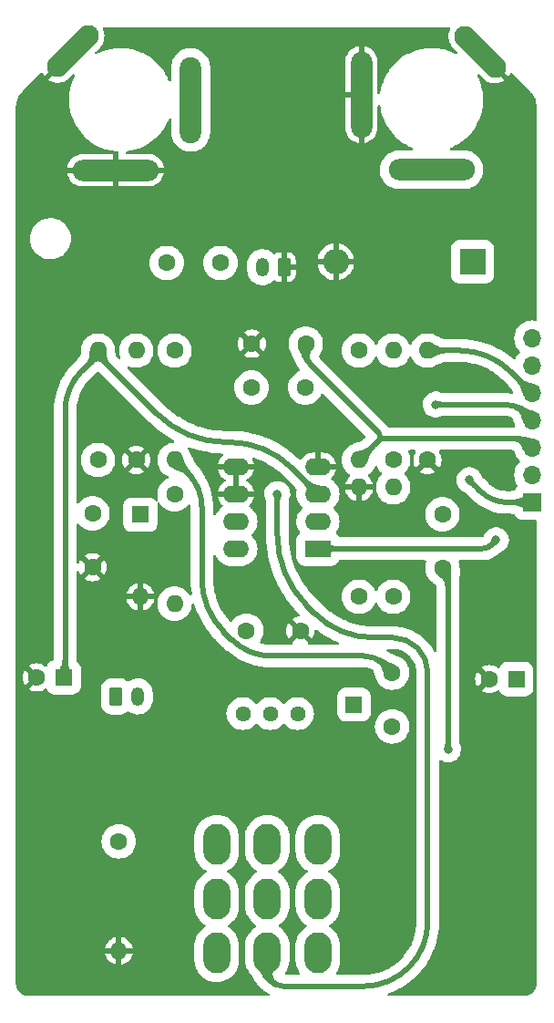
<source format=gbl>
G04 #@! TF.GenerationSoftware,KiCad,Pcbnew,(6.0.9)*
G04 #@! TF.CreationDate,2022-12-03T16:12:52+01:00*
G04 #@! TF.ProjectId,ray-rounded,7261792d-726f-4756-9e64-65642e6b6963,rev?*
G04 #@! TF.SameCoordinates,Original*
G04 #@! TF.FileFunction,Copper,L2,Bot*
G04 #@! TF.FilePolarity,Positive*
%FSLAX46Y46*%
G04 Gerber Fmt 4.6, Leading zero omitted, Abs format (unit mm)*
G04 Created by KiCad (PCBNEW (6.0.9)) date 2022-12-03 16:12:52*
%MOMM*%
%LPD*%
G01*
G04 APERTURE LIST*
G04 Aperture macros list*
%AMRoundRect*
0 Rectangle with rounded corners*
0 $1 Rounding radius*
0 $2 $3 $4 $5 $6 $7 $8 $9 X,Y pos of 4 corners*
0 Add a 4 corners polygon primitive as box body*
4,1,4,$2,$3,$4,$5,$6,$7,$8,$9,$2,$3,0*
0 Add four circle primitives for the rounded corners*
1,1,$1+$1,$2,$3*
1,1,$1+$1,$4,$5*
1,1,$1+$1,$6,$7*
1,1,$1+$1,$8,$9*
0 Add four rect primitives between the rounded corners*
20,1,$1+$1,$2,$3,$4,$5,0*
20,1,$1+$1,$4,$5,$6,$7,0*
20,1,$1+$1,$6,$7,$8,$9,0*
20,1,$1+$1,$8,$9,$2,$3,0*%
%AMHorizOval*
0 Thick line with rounded ends*
0 $1 width*
0 $2 $3 position (X,Y) of the first rounded end (center of the circle)*
0 $4 $5 position (X,Y) of the second rounded end (center of the circle)*
0 Add line between two ends*
20,1,$1,$2,$3,$4,$5,0*
0 Add two circle primitives to create the rounded ends*
1,1,$1,$2,$3*
1,1,$1,$4,$5*%
G04 Aperture macros list end*
G04 #@! TA.AperFunction,ComponentPad*
%ADD10C,1.600000*%
G04 #@! TD*
G04 #@! TA.AperFunction,ComponentPad*
%ADD11C,1.440000*%
G04 #@! TD*
G04 #@! TA.AperFunction,ComponentPad*
%ADD12O,1.600000X1.600000*%
G04 #@! TD*
G04 #@! TA.AperFunction,ComponentPad*
%ADD13R,1.600000X1.600000*%
G04 #@! TD*
G04 #@! TA.AperFunction,ComponentPad*
%ADD14R,1.500000X1.500000*%
G04 #@! TD*
G04 #@! TA.AperFunction,ComponentPad*
%ADD15RoundRect,0.250000X0.350000X0.625000X-0.350000X0.625000X-0.350000X-0.625000X0.350000X-0.625000X0*%
G04 #@! TD*
G04 #@! TA.AperFunction,ComponentPad*
%ADD16O,1.200000X1.750000*%
G04 #@! TD*
G04 #@! TA.AperFunction,ComponentPad*
%ADD17O,2.000000X8.000000*%
G04 #@! TD*
G04 #@! TA.AperFunction,ComponentPad*
%ADD18HorizOval,2.000000X-1.414214X1.414214X1.414214X-1.414214X0*%
G04 #@! TD*
G04 #@! TA.AperFunction,ComponentPad*
%ADD19O,8.000000X2.000000*%
G04 #@! TD*
G04 #@! TA.AperFunction,ComponentPad*
%ADD20R,2.400000X1.600000*%
G04 #@! TD*
G04 #@! TA.AperFunction,ComponentPad*
%ADD21O,2.400000X1.600000*%
G04 #@! TD*
G04 #@! TA.AperFunction,ComponentPad*
%ADD22HorizOval,2.000000X-1.414214X-1.414214X1.414214X1.414214X0*%
G04 #@! TD*
G04 #@! TA.AperFunction,ComponentPad*
%ADD23R,2.400000X2.400000*%
G04 #@! TD*
G04 #@! TA.AperFunction,ComponentPad*
%ADD24O,2.400000X2.400000*%
G04 #@! TD*
G04 #@! TA.AperFunction,ComponentPad*
%ADD25R,1.700000X1.700000*%
G04 #@! TD*
G04 #@! TA.AperFunction,ComponentPad*
%ADD26O,1.700000X1.700000*%
G04 #@! TD*
G04 #@! TA.AperFunction,ComponentPad*
%ADD27RoundRect,0.250000X-0.350000X-0.625000X0.350000X-0.625000X0.350000X0.625000X-0.350000X0.625000X0*%
G04 #@! TD*
G04 #@! TA.AperFunction,ComponentPad*
%ADD28O,2.540000X3.800000*%
G04 #@! TD*
G04 #@! TA.AperFunction,ViaPad*
%ADD29C,0.800000*%
G04 #@! TD*
G04 #@! TA.AperFunction,Conductor*
%ADD30C,0.500000*%
G04 #@! TD*
G04 APERTURE END LIST*
D10*
X122774000Y-118110000D03*
X117774000Y-118110000D03*
D11*
X117440000Y-125800800D03*
X119980000Y-125800800D03*
X122520000Y-125800800D03*
D10*
X107534000Y-102255000D03*
D12*
X107534000Y-92095000D03*
D13*
X142840000Y-122600400D03*
D10*
X140340000Y-122600400D03*
D14*
X127762000Y-124968000D03*
D10*
X128235000Y-92095000D03*
D12*
X128235000Y-102255000D03*
D10*
X135982000Y-112288000D03*
X135982000Y-107288000D03*
X103470000Y-112208000D03*
X103470000Y-107208000D03*
D15*
X121250000Y-84348000D03*
D16*
X119250000Y-84348000D03*
D10*
X111090000Y-92095000D03*
D12*
X111090000Y-102255000D03*
D17*
X128450872Y-68310030D03*
D18*
X139481615Y-64356153D03*
D19*
X134973374Y-75304089D03*
D10*
X131410000Y-114955000D03*
D12*
X131410000Y-104795000D03*
D10*
X118242000Y-95524000D03*
X123242000Y-95524000D03*
D13*
X100777600Y-122448000D03*
D10*
X98277600Y-122448000D03*
D20*
X124415000Y-110500000D03*
D21*
X124415000Y-107960000D03*
X124415000Y-105420000D03*
X124415000Y-102880000D03*
X116795000Y-102880000D03*
X116795000Y-105420000D03*
X116795000Y-107960000D03*
X116795000Y-110500000D03*
D10*
X131318000Y-127000000D03*
X131318000Y-122000000D03*
X103978000Y-102255000D03*
D12*
X103978000Y-92095000D03*
D19*
X105598807Y-75339244D03*
D22*
X101644930Y-64308501D03*
D17*
X112592866Y-68816742D03*
D23*
X138776000Y-83840000D03*
D24*
X126076000Y-83840000D03*
D25*
X144313200Y-106192000D03*
D26*
X144313200Y-103652000D03*
X144313200Y-101112000D03*
X144313200Y-98572000D03*
X144313200Y-96032000D03*
X144313200Y-93492000D03*
X144313200Y-90952000D03*
D10*
X105918000Y-137668000D03*
D12*
X105918000Y-147828000D03*
D10*
X115368000Y-83967000D03*
X110368000Y-83967000D03*
X134585000Y-102255000D03*
D12*
X134585000Y-92095000D03*
D10*
X111090000Y-105430000D03*
D12*
X111090000Y-115590000D03*
D27*
X105664000Y-124206000D03*
D16*
X107664000Y-124206000D03*
D10*
X131410000Y-102255000D03*
D12*
X131410000Y-92095000D03*
D10*
X128235000Y-114955000D03*
D12*
X128235000Y-104795000D03*
D28*
X124415560Y-148022000D03*
X119714000Y-148022000D03*
X115015560Y-148022000D03*
X124415560Y-143022520D03*
X119714000Y-143022520D03*
X115015560Y-143022520D03*
X124414800Y-137922000D03*
X119713240Y-137922000D03*
X115014800Y-137922000D03*
D13*
X107915000Y-107335000D03*
D12*
X107915000Y-114955000D03*
D10*
X123282000Y-91460000D03*
X118282000Y-91460000D03*
D29*
X136490000Y-129124000D03*
X140960400Y-109697200D03*
X135372400Y-97098800D03*
X138471200Y-104109200D03*
X120650000Y-105410000D03*
D30*
X104112703Y-92610703D02*
X109456824Y-97954824D01*
X115852500Y-100604000D02*
X116193573Y-100604000D01*
X122007000Y-103012000D02*
X124415000Y-105420000D01*
X102453999Y-93999999D02*
X103843296Y-92610703D01*
X100853800Y-122371800D02*
X100777600Y-122448000D01*
X100930000Y-97679261D02*
X100930000Y-122187836D01*
X103978000Y-92285500D02*
X103978000Y-92095000D01*
X104112705Y-92610701D02*
G75*
G02*
X103978000Y-92285500I325195J325201D01*
G01*
X100929983Y-97679261D02*
G75*
G02*
X102453999Y-93999999I5203317J-39D01*
G01*
X100853789Y-122371789D02*
G75*
G03*
X100930000Y-122187836I-183989J183989D01*
G01*
X103843296Y-92610703D02*
G75*
G02*
X104112703Y-92610703I134703J-134704D01*
G01*
X115852500Y-100603985D02*
G75*
G02*
X109456824Y-97954824I0J9044885D01*
G01*
X116193573Y-100604011D02*
G75*
G02*
X122007000Y-103012000I27J-8221389D01*
G01*
X103978001Y-92285500D02*
G75*
G02*
X103843296Y-92610703I-459901J0D01*
G01*
X130546000Y-121228000D02*
X131318000Y-122000000D01*
X112360000Y-103525000D02*
X111090000Y-102255000D01*
X115656374Y-118175174D02*
X116420838Y-118939638D01*
X120081661Y-120456000D02*
X128682227Y-120456000D01*
X113630000Y-113283075D02*
X113630000Y-106591051D01*
X120081661Y-120456023D02*
G75*
G02*
X116420839Y-118939637I39J5177223D01*
G01*
X115656356Y-118175192D02*
G75*
G02*
X113630000Y-113283075I4892144J4892092D01*
G01*
X113630020Y-106591051D02*
G75*
G03*
X112360000Y-103525000I-4336120J-49D01*
G01*
X128682227Y-120455989D02*
G75*
G02*
X130546000Y-121228000I-27J-2635811D01*
G01*
X136236000Y-112542000D02*
X135982000Y-112288000D01*
X136490000Y-113155210D02*
X136490000Y-129124000D01*
X136489995Y-113155210D02*
G75*
G03*
X136235999Y-112542001I-867195J10D01*
G01*
X139589934Y-110500000D02*
X124415000Y-110500000D01*
X140559000Y-110098600D02*
X140960400Y-109697200D01*
X139589934Y-110500014D02*
G75*
G03*
X140559000Y-110098600I-34J1370514D01*
G01*
X130394000Y-100273210D02*
X142881295Y-100273210D01*
X143893805Y-100692605D02*
X144313200Y-101112000D01*
X123282000Y-92222000D02*
X123282000Y-91460000D01*
X130091483Y-100398516D02*
X128235000Y-102255000D01*
X123820815Y-93522815D02*
X130091483Y-99793483D01*
X142881295Y-100273209D02*
G75*
G02*
X143893805Y-100692605I5J-1431891D01*
G01*
X123820821Y-93522809D02*
G75*
G02*
X123282000Y-92222000I1300779J1300809D01*
G01*
X130091490Y-100398523D02*
G75*
G02*
X130394000Y-100273210I302510J-302477D01*
G01*
X130216799Y-100096000D02*
G75*
G03*
X130091483Y-99793483I-427799J0D01*
G01*
X130394000Y-100273210D02*
G75*
G02*
X130216790Y-100096000I0J177210D01*
G01*
X130216798Y-100096000D02*
G75*
G02*
X130091482Y-100398515I-427798J0D01*
G01*
X143576600Y-97835400D02*
X144313200Y-98572000D01*
X141798290Y-97098800D02*
X135372400Y-97098800D01*
X141798290Y-97098805D02*
G75*
G02*
X143576599Y-97835401I10J-2514895D01*
G01*
X137592320Y-92095000D02*
X134585000Y-92095000D01*
X142344700Y-94063500D02*
X144313200Y-96032000D01*
X137592320Y-92094992D02*
G75*
G02*
X142344700Y-94063500I-20J-6720908D01*
G01*
X142026762Y-106192000D02*
X144313200Y-106192000D01*
X138471200Y-104109200D02*
X139512600Y-105150600D01*
X142026762Y-106192015D02*
G75*
G02*
X139512601Y-105150599I38J3555615D01*
G01*
X134620000Y-145130001D02*
X134620000Y-121997038D01*
X120650000Y-109220000D02*
X120650000Y-105410000D01*
X124119935Y-116499935D02*
X123344076Y-115724076D01*
X121268000Y-151130000D02*
X128620001Y-151130000D01*
X119714000Y-149576000D02*
X119714000Y-148022000D01*
X129540000Y-118745000D02*
X131367961Y-118745000D01*
X123344087Y-115724065D02*
G75*
G02*
X120650000Y-109220000I6504013J6504065D01*
G01*
X129540000Y-118745008D02*
G75*
G02*
X124119935Y-116499935I0J7665108D01*
G01*
X134619984Y-121997038D02*
G75*
G03*
X133667500Y-119697500I-3251984J38D01*
G01*
X131367961Y-118745016D02*
G75*
G02*
X133667500Y-119697500I39J-3251984D01*
G01*
X128620001Y-151130000D02*
G75*
G03*
X134620000Y-145130001I-1J6000000D01*
G01*
X121268000Y-151130000D02*
G75*
G02*
X119714000Y-149576000I0J1554000D01*
G01*
G04 #@! TA.AperFunction,Conductor*
G36*
X136676645Y-62096902D02*
G01*
X136723138Y-62150558D01*
X136733242Y-62220832D01*
X136718512Y-62264370D01*
X136694282Y-62307725D01*
X136690081Y-62316901D01*
X136610548Y-62535416D01*
X136607866Y-62545155D01*
X136564293Y-62773571D01*
X136563203Y-62783607D01*
X136556709Y-63016063D01*
X136557237Y-63026132D01*
X136587994Y-63256638D01*
X136590126Y-63266498D01*
X136657336Y-63489113D01*
X136661022Y-63498517D01*
X136762960Y-63707520D01*
X136768100Y-63716211D01*
X136902777Y-63907127D01*
X136907730Y-63913288D01*
X136923724Y-63930804D01*
X136925718Y-63932890D01*
X137334691Y-64341863D01*
X137368717Y-64404175D01*
X137363652Y-64474990D01*
X137321105Y-64531826D01*
X137254585Y-64556637D01*
X137189868Y-64543964D01*
X136929274Y-64415454D01*
X136906088Y-64404020D01*
X136507301Y-64249740D01*
X136465009Y-64237573D01*
X136099058Y-64132293D01*
X136099052Y-64132292D01*
X136096377Y-64131522D01*
X136093640Y-64130993D01*
X136093634Y-64130991D01*
X135949206Y-64103048D01*
X135676571Y-64050300D01*
X135251208Y-64006718D01*
X135248418Y-64006681D01*
X135248410Y-64006681D01*
X134980988Y-64003181D01*
X134823654Y-64001121D01*
X134820854Y-64001334D01*
X134820853Y-64001334D01*
X134591044Y-64018815D01*
X134397295Y-64033553D01*
X133975507Y-64103758D01*
X133972794Y-64104462D01*
X133972790Y-64104463D01*
X133564348Y-64210474D01*
X133564337Y-64210477D01*
X133561630Y-64211180D01*
X133405138Y-64267058D01*
X133161583Y-64354023D01*
X133161578Y-64354025D01*
X133158940Y-64354967D01*
X133156400Y-64356138D01*
X133156395Y-64356140D01*
X133027733Y-64415454D01*
X132770626Y-64533982D01*
X132768203Y-64535372D01*
X132768200Y-64535374D01*
X132726159Y-64559500D01*
X132399764Y-64746807D01*
X132397461Y-64748416D01*
X132397454Y-64748421D01*
X132051597Y-64990143D01*
X132049288Y-64991757D01*
X131721975Y-65266893D01*
X131720001Y-65268877D01*
X131719997Y-65268881D01*
X131695598Y-65293408D01*
X131420415Y-65570036D01*
X131146997Y-65898785D01*
X131145403Y-65901092D01*
X131145401Y-65901094D01*
X130998187Y-66114096D01*
X130903885Y-66250539D01*
X130693005Y-66622511D01*
X130516025Y-67011756D01*
X130515100Y-67014390D01*
X130515096Y-67014400D01*
X130477996Y-67120046D01*
X130374348Y-67415193D01*
X130269095Y-67829627D01*
X130268652Y-67832377D01*
X130268650Y-67832387D01*
X130209269Y-68201059D01*
X130178689Y-68265133D01*
X130118323Y-68302502D01*
X130047336Y-68301302D01*
X129988267Y-68261915D01*
X129959869Y-68196845D01*
X129958872Y-68181023D01*
X129958872Y-65251574D01*
X129958670Y-65246542D01*
X129944722Y-65073187D01*
X129943110Y-65063234D01*
X129887639Y-64837397D01*
X129884456Y-64827827D01*
X129793592Y-64613765D01*
X129788917Y-64604823D01*
X129664998Y-64408043D01*
X129658958Y-64399970D01*
X129505169Y-64225530D01*
X129497916Y-64218526D01*
X129318218Y-64070920D01*
X129309936Y-64065164D01*
X129108953Y-63948189D01*
X129099848Y-63943827D01*
X128882757Y-63860493D01*
X128873068Y-63857642D01*
X128722608Y-63826209D01*
X128708547Y-63827332D01*
X128704872Y-63837440D01*
X128704872Y-72780620D01*
X128709008Y-72794706D01*
X128721986Y-72796755D01*
X128739702Y-72794705D01*
X128749599Y-72792745D01*
X128973366Y-72729426D01*
X128982810Y-72725914D01*
X129193577Y-72627631D01*
X129202343Y-72622652D01*
X129394674Y-72491943D01*
X129402549Y-72485611D01*
X129571498Y-72325844D01*
X129578259Y-72318335D01*
X129719497Y-72133604D01*
X129724961Y-72125125D01*
X129834850Y-71920183D01*
X129838892Y-71910931D01*
X129914599Y-71691059D01*
X129917108Y-71681287D01*
X129956876Y-71451059D01*
X129957731Y-71443187D01*
X129958808Y-71419479D01*
X129958872Y-71416646D01*
X129958872Y-69410827D01*
X129978874Y-69342706D01*
X130032530Y-69296213D01*
X130102804Y-69286109D01*
X130167384Y-69315603D01*
X130205768Y-69375329D01*
X130210147Y-69397327D01*
X130224545Y-69530949D01*
X130225091Y-69533695D01*
X130225092Y-69533700D01*
X130233840Y-69577678D01*
X130307964Y-69950323D01*
X130428332Y-70360622D01*
X130429359Y-70363235D01*
X130429359Y-70363236D01*
X130571086Y-70723953D01*
X130584697Y-70758596D01*
X130591665Y-70772541D01*
X130765819Y-71121077D01*
X130775821Y-71141095D01*
X131000190Y-71505090D01*
X131256028Y-71847699D01*
X131541310Y-72166209D01*
X131543347Y-72168112D01*
X131543354Y-72168119D01*
X131590347Y-72212017D01*
X131853775Y-72458097D01*
X131855971Y-72459810D01*
X131855975Y-72459813D01*
X131889055Y-72485611D01*
X132190951Y-72721054D01*
X132301981Y-72792745D01*
X132547823Y-72951484D01*
X132547831Y-72951489D01*
X132550167Y-72952997D01*
X132928579Y-73152090D01*
X132931172Y-73153172D01*
X133190313Y-73261307D01*
X133245477Y-73305999D01*
X133267721Y-73373421D01*
X133249983Y-73442166D01*
X133197895Y-73490409D01*
X133141790Y-73503589D01*
X131905430Y-73503589D01*
X131903107Y-73503762D01*
X131903097Y-73503762D01*
X131711162Y-73518025D01*
X131711158Y-73518026D01*
X131706497Y-73518372D01*
X131701933Y-73519405D01*
X131701931Y-73519405D01*
X131569785Y-73549307D01*
X131445483Y-73577434D01*
X131441131Y-73579126D01*
X131441129Y-73579127D01*
X131200418Y-73672734D01*
X131200416Y-73672735D01*
X131196065Y-73674427D01*
X131192011Y-73676744D01*
X131192009Y-73676745D01*
X131109644Y-73723821D01*
X130963724Y-73807221D01*
X130753563Y-73972899D01*
X130570199Y-74167820D01*
X130417660Y-74387704D01*
X130415594Y-74391893D01*
X130415593Y-74391895D01*
X130318997Y-74587773D01*
X130299298Y-74627718D01*
X130297876Y-74632161D01*
X130297875Y-74632163D01*
X130258505Y-74755155D01*
X130217712Y-74882592D01*
X130174696Y-75146725D01*
X130171193Y-75414315D01*
X130207281Y-75679484D01*
X130282166Y-75936406D01*
X130394205Y-76179437D01*
X130426446Y-76228613D01*
X130538370Y-76399325D01*
X130538374Y-76399330D01*
X130540936Y-76403238D01*
X130719134Y-76602892D01*
X130924886Y-76774014D01*
X130928879Y-76776437D01*
X131149680Y-76910423D01*
X131149684Y-76910425D01*
X131153672Y-76912845D01*
X131157980Y-76914652D01*
X131157981Y-76914652D01*
X131396150Y-77014525D01*
X131396155Y-77014527D01*
X131400465Y-77016334D01*
X131404997Y-77017485D01*
X131405000Y-77017486D01*
X131655307Y-77081056D01*
X131655310Y-77081057D01*
X131659844Y-77082208D01*
X131664500Y-77082677D01*
X131664501Y-77082677D01*
X131878976Y-77104273D01*
X131878977Y-77104273D01*
X131882115Y-77104589D01*
X138041318Y-77104589D01*
X138043641Y-77104416D01*
X138043651Y-77104416D01*
X138235586Y-77090153D01*
X138235590Y-77090152D01*
X138240251Y-77089806D01*
X138244815Y-77088773D01*
X138244817Y-77088773D01*
X138384139Y-77057247D01*
X138501265Y-77030744D01*
X138535358Y-77017486D01*
X138746330Y-76935444D01*
X138746332Y-76935443D01*
X138750683Y-76933751D01*
X138791499Y-76910423D01*
X138837104Y-76884357D01*
X138983024Y-76800957D01*
X139193185Y-76635279D01*
X139376549Y-76440358D01*
X139529088Y-76220474D01*
X139647450Y-75980460D01*
X139729036Y-75725586D01*
X139772052Y-75461453D01*
X139775555Y-75193863D01*
X139739467Y-74928694D01*
X139733249Y-74907359D01*
X139665893Y-74676271D01*
X139664582Y-74671772D01*
X139552543Y-74428741D01*
X139520302Y-74379565D01*
X139408378Y-74208853D01*
X139408374Y-74208848D01*
X139405812Y-74204940D01*
X139227614Y-74005286D01*
X139021862Y-73834164D01*
X138893594Y-73756329D01*
X138797068Y-73697755D01*
X138797064Y-73697753D01*
X138793076Y-73695333D01*
X138637926Y-73630273D01*
X138550598Y-73593653D01*
X138550593Y-73593651D01*
X138546283Y-73591844D01*
X138541751Y-73590693D01*
X138541748Y-73590692D01*
X138291441Y-73527122D01*
X138291438Y-73527121D01*
X138286904Y-73525970D01*
X138282248Y-73525501D01*
X138282247Y-73525501D01*
X138067772Y-73503905D01*
X138067771Y-73503905D01*
X138064633Y-73503589D01*
X136809934Y-73503589D01*
X136741813Y-73483587D01*
X136695320Y-73429931D01*
X136685216Y-73359657D01*
X136714710Y-73295077D01*
X136760196Y-73261821D01*
X137063452Y-73131532D01*
X137063454Y-73131531D01*
X137066026Y-73130426D01*
X137442333Y-72927382D01*
X137799100Y-72691690D01*
X138133504Y-72425217D01*
X138442896Y-72130072D01*
X138444733Y-72127978D01*
X138444741Y-72127969D01*
X138660150Y-71882341D01*
X138724826Y-71808592D01*
X138825087Y-71671351D01*
X138975404Y-71465593D01*
X138975407Y-71465588D01*
X138977062Y-71463323D01*
X138978506Y-71460925D01*
X138978513Y-71460914D01*
X139196156Y-71099410D01*
X139196161Y-71099401D01*
X139197607Y-71096999D01*
X139363563Y-70755983D01*
X139383482Y-70715053D01*
X139383483Y-70715050D01*
X139384715Y-70712519D01*
X139519766Y-70357928D01*
X139535908Y-70315545D01*
X139535910Y-70315538D01*
X139536904Y-70312929D01*
X139652970Y-69901392D01*
X139667252Y-69825442D01*
X139731476Y-69483914D01*
X139731478Y-69483902D01*
X139731992Y-69481167D01*
X139773346Y-69055581D01*
X139778508Y-68858464D01*
X139779874Y-68806323D01*
X139779874Y-68806309D01*
X139779932Y-68804089D01*
X139760908Y-68376922D01*
X139757971Y-68355051D01*
X139717807Y-68056030D01*
X139703987Y-67953137D01*
X139699691Y-67934149D01*
X139610235Y-67538818D01*
X139609618Y-67536090D01*
X139478551Y-67129082D01*
X139476836Y-67125032D01*
X139312919Y-66737929D01*
X139312915Y-66737921D01*
X139311821Y-66735337D01*
X139251704Y-66622511D01*
X139234602Y-66590414D01*
X139220222Y-66520889D01*
X139245712Y-66454627D01*
X139302980Y-66412664D01*
X139373844Y-66408324D01*
X139434897Y-66442069D01*
X139870842Y-66878014D01*
X139874545Y-66881432D01*
X140006991Y-66994152D01*
X140015167Y-67000049D01*
X140214088Y-67120520D01*
X140223099Y-67125032D01*
X140438717Y-67212148D01*
X140448341Y-67215164D01*
X140675114Y-67266685D01*
X140685095Y-67268123D01*
X140917177Y-67282724D01*
X140927268Y-67282548D01*
X141158707Y-67259857D01*
X141168633Y-67258071D01*
X141393468Y-67198666D01*
X141402979Y-67195317D01*
X141615427Y-67100729D01*
X141624278Y-67095903D01*
X141752905Y-67011732D01*
X141762052Y-67000999D01*
X141757502Y-66991250D01*
X139211500Y-64445248D01*
X139177474Y-64382936D01*
X139182539Y-64312121D01*
X139211500Y-64267058D01*
X139392520Y-64086038D01*
X139454832Y-64052012D01*
X139525647Y-64057077D01*
X139570710Y-64086038D01*
X142115295Y-66630623D01*
X142128183Y-66637661D01*
X142138808Y-66629933D01*
X142149886Y-66615957D01*
X142155499Y-66607573D01*
X142268951Y-66404576D01*
X142273144Y-66395416D01*
X142276373Y-66386545D01*
X142318469Y-66329375D01*
X142384791Y-66304038D01*
X142454282Y-66318580D01*
X142483869Y-66340547D01*
X144065599Y-67922277D01*
X144076066Y-67934149D01*
X144095584Y-67959313D01*
X144101019Y-67963777D01*
X144101027Y-67963786D01*
X144116366Y-67976386D01*
X144130339Y-67989790D01*
X144189532Y-68056030D01*
X144266699Y-68142385D01*
X144275506Y-68153428D01*
X144309300Y-68201059D01*
X144410052Y-68343061D01*
X144417569Y-68355025D01*
X144428135Y-68374143D01*
X144530039Y-68558530D01*
X144536161Y-68571245D01*
X144540676Y-68582145D01*
X144625136Y-68786054D01*
X144629802Y-68799389D01*
X144694170Y-69022813D01*
X144697315Y-69036588D01*
X144736264Y-69265811D01*
X144737846Y-69279849D01*
X144738765Y-69296213D01*
X144748672Y-69472578D01*
X144747877Y-69495432D01*
X144746314Y-69507809D01*
X144747829Y-69523261D01*
X144750698Y-69552512D01*
X144751300Y-69564810D01*
X144751300Y-89199948D01*
X144731298Y-89268069D01*
X144677642Y-89314562D01*
X144607368Y-89324666D01*
X144595886Y-89322467D01*
X144577007Y-89317934D01*
X144577001Y-89317933D01*
X144572194Y-89316779D01*
X144313200Y-89296396D01*
X144054206Y-89316779D01*
X144049399Y-89317933D01*
X144049393Y-89317934D01*
X143889924Y-89356220D01*
X143801590Y-89377427D01*
X143797019Y-89379320D01*
X143797017Y-89379321D01*
X143566146Y-89474951D01*
X143566142Y-89474953D01*
X143561572Y-89476846D01*
X143340060Y-89612588D01*
X143142511Y-89781311D01*
X142973788Y-89978860D01*
X142838046Y-90200372D01*
X142836153Y-90204942D01*
X142836151Y-90204946D01*
X142771129Y-90361923D01*
X142738627Y-90440390D01*
X142726731Y-90489939D01*
X142679134Y-90688193D01*
X142679133Y-90688199D01*
X142677979Y-90693006D01*
X142657596Y-90952000D01*
X142677979Y-91210994D01*
X142679133Y-91215801D01*
X142679134Y-91215807D01*
X142715227Y-91366141D01*
X142738627Y-91463610D01*
X142740520Y-91468181D01*
X142740521Y-91468183D01*
X142808816Y-91633060D01*
X142838046Y-91703628D01*
X142973788Y-91925140D01*
X143106981Y-92081089D01*
X143130884Y-92109075D01*
X143142511Y-92122689D01*
X143146267Y-92125897D01*
X143146272Y-92125902D01*
X143146608Y-92126189D01*
X143146700Y-92126330D01*
X143149775Y-92129405D01*
X143149129Y-92130051D01*
X143185417Y-92185639D01*
X143185925Y-92256634D01*
X143149105Y-92313925D01*
X143149775Y-92314595D01*
X143146696Y-92317674D01*
X143146608Y-92317811D01*
X143146272Y-92318098D01*
X143146267Y-92318103D01*
X143142511Y-92321311D01*
X142973788Y-92518860D01*
X142838046Y-92740372D01*
X142836153Y-92744942D01*
X142801923Y-92827580D01*
X142757374Y-92882860D01*
X142690010Y-92905281D01*
X142621219Y-92887722D01*
X142605581Y-92876760D01*
X142327366Y-92648435D01*
X142327348Y-92648421D01*
X142325771Y-92647127D01*
X142278530Y-92613274D01*
X141913860Y-92351955D01*
X141913857Y-92351953D01*
X141912181Y-92350752D01*
X141480092Y-92082062D01*
X141031356Y-91842207D01*
X140742104Y-91711148D01*
X140569761Y-91633060D01*
X140569751Y-91633056D01*
X140567893Y-91632214D01*
X140565982Y-91631495D01*
X140565973Y-91631491D01*
X140390338Y-91565386D01*
X140091688Y-91452982D01*
X139820493Y-91370715D01*
X139606754Y-91305877D01*
X139606740Y-91305873D01*
X139604781Y-91305279D01*
X139109256Y-91189738D01*
X138853888Y-91147576D01*
X138609261Y-91107187D01*
X138609246Y-91107185D01*
X138607235Y-91106853D01*
X138100868Y-91056978D01*
X138098811Y-91056911D01*
X138098801Y-91056910D01*
X137886921Y-91049974D01*
X137643294Y-91041997D01*
X137631631Y-91041071D01*
X137625288Y-91040270D01*
X137625289Y-91040270D01*
X137621797Y-91039829D01*
X137612627Y-91039701D01*
X137595845Y-91039466D01*
X137595841Y-91039466D01*
X137592323Y-91039417D01*
X137546609Y-91043899D01*
X137534314Y-91044500D01*
X136547226Y-91044500D01*
X136530360Y-91043366D01*
X136520232Y-91041998D01*
X136501324Y-91039444D01*
X136399619Y-91037200D01*
X136313679Y-91035304D01*
X136306713Y-91034958D01*
X136175101Y-91024748D01*
X136166197Y-91023737D01*
X136109677Y-91015278D01*
X136074695Y-91010043D01*
X136064318Y-91008041D01*
X135999246Y-90992626D01*
X135988640Y-90989617D01*
X135931571Y-90970686D01*
X135922453Y-90967265D01*
X135854677Y-90938798D01*
X135848438Y-90935976D01*
X135756393Y-90891271D01*
X135753420Y-90889778D01*
X135630457Y-90825964D01*
X135630470Y-90825938D01*
X135630303Y-90825884D01*
X135479919Y-90747570D01*
X135467836Y-90741407D01*
X135301063Y-90658097D01*
X135297778Y-90656889D01*
X135279004Y-90649985D01*
X135274275Y-90648137D01*
X135085685Y-90570021D01*
X135085678Y-90570019D01*
X135081111Y-90568127D01*
X134996711Y-90547865D01*
X134840961Y-90510472D01*
X134840955Y-90510471D01*
X134836148Y-90509317D01*
X134585000Y-90489551D01*
X134333852Y-90509317D01*
X134329045Y-90510471D01*
X134329039Y-90510472D01*
X134173289Y-90547865D01*
X134088889Y-90568127D01*
X134084318Y-90570020D01*
X134084316Y-90570021D01*
X133860715Y-90662639D01*
X133860711Y-90662641D01*
X133856141Y-90664534D01*
X133641341Y-90796164D01*
X133637581Y-90799376D01*
X133637576Y-90799379D01*
X133531733Y-90889778D01*
X133449776Y-90959776D01*
X133446563Y-90963538D01*
X133289379Y-91147576D01*
X133289376Y-91147581D01*
X133286164Y-91151341D01*
X133154534Y-91366141D01*
X133115657Y-91460000D01*
X133113909Y-91464219D01*
X133069361Y-91519500D01*
X133001997Y-91541921D01*
X132933206Y-91524363D01*
X132884828Y-91472401D01*
X132881091Y-91464219D01*
X132879344Y-91460000D01*
X132840466Y-91366141D01*
X132708836Y-91151341D01*
X132705624Y-91147581D01*
X132705621Y-91147576D01*
X132548437Y-90963538D01*
X132545224Y-90959776D01*
X132463267Y-90889778D01*
X132357424Y-90799379D01*
X132357419Y-90799376D01*
X132353659Y-90796164D01*
X132138859Y-90664534D01*
X132134289Y-90662641D01*
X132134285Y-90662639D01*
X131910684Y-90570021D01*
X131910682Y-90570020D01*
X131906111Y-90568127D01*
X131821711Y-90547865D01*
X131665961Y-90510472D01*
X131665955Y-90510471D01*
X131661148Y-90509317D01*
X131410000Y-90489551D01*
X131158852Y-90509317D01*
X131154045Y-90510471D01*
X131154039Y-90510472D01*
X130998289Y-90547865D01*
X130913889Y-90568127D01*
X130909318Y-90570020D01*
X130909316Y-90570021D01*
X130685715Y-90662639D01*
X130685711Y-90662641D01*
X130681141Y-90664534D01*
X130466341Y-90796164D01*
X130462581Y-90799376D01*
X130462576Y-90799379D01*
X130356733Y-90889778D01*
X130274776Y-90959776D01*
X130271563Y-90963538D01*
X130114379Y-91147576D01*
X130114376Y-91147581D01*
X130111164Y-91151341D01*
X129979534Y-91366141D01*
X129940657Y-91460000D01*
X129938909Y-91464219D01*
X129894361Y-91519500D01*
X129826997Y-91541921D01*
X129758206Y-91524363D01*
X129709828Y-91472401D01*
X129706091Y-91464219D01*
X129704344Y-91460000D01*
X129665466Y-91366141D01*
X129533836Y-91151341D01*
X129530624Y-91147581D01*
X129530621Y-91147576D01*
X129373437Y-90963538D01*
X129370224Y-90959776D01*
X129288267Y-90889778D01*
X129182424Y-90799379D01*
X129182419Y-90799376D01*
X129178659Y-90796164D01*
X128963859Y-90664534D01*
X128959289Y-90662641D01*
X128959285Y-90662639D01*
X128735684Y-90570021D01*
X128735682Y-90570020D01*
X128731111Y-90568127D01*
X128646711Y-90547865D01*
X128490961Y-90510472D01*
X128490955Y-90510471D01*
X128486148Y-90509317D01*
X128235000Y-90489551D01*
X127983852Y-90509317D01*
X127979045Y-90510471D01*
X127979039Y-90510472D01*
X127823289Y-90547865D01*
X127738889Y-90568127D01*
X127734318Y-90570020D01*
X127734316Y-90570021D01*
X127510715Y-90662639D01*
X127510711Y-90662641D01*
X127506141Y-90664534D01*
X127291341Y-90796164D01*
X127287581Y-90799376D01*
X127287576Y-90799379D01*
X127181733Y-90889778D01*
X127099776Y-90959776D01*
X127096563Y-90963538D01*
X126939379Y-91147576D01*
X126939376Y-91147581D01*
X126936164Y-91151341D01*
X126804534Y-91366141D01*
X126802641Y-91370711D01*
X126802639Y-91370715D01*
X126731724Y-91541921D01*
X126708127Y-91598889D01*
X126699923Y-91633060D01*
X126653954Y-91824539D01*
X126649317Y-91843852D01*
X126629551Y-92095000D01*
X126649317Y-92346148D01*
X126650471Y-92350955D01*
X126650472Y-92350961D01*
X126677834Y-92464930D01*
X126708127Y-92591111D01*
X126710020Y-92595682D01*
X126710021Y-92595684D01*
X126799101Y-92810742D01*
X126804534Y-92823859D01*
X126936164Y-93038659D01*
X126939376Y-93042419D01*
X126939379Y-93042424D01*
X127042338Y-93162973D01*
X127099776Y-93230224D01*
X127103538Y-93233437D01*
X127287576Y-93390621D01*
X127287581Y-93390624D01*
X127291341Y-93393836D01*
X127506141Y-93525466D01*
X127510711Y-93527359D01*
X127510715Y-93527361D01*
X127734316Y-93619979D01*
X127738889Y-93621873D01*
X127788340Y-93633745D01*
X127979039Y-93679528D01*
X127979045Y-93679529D01*
X127983852Y-93680683D01*
X128235000Y-93700449D01*
X128486148Y-93680683D01*
X128490955Y-93679529D01*
X128490961Y-93679528D01*
X128681660Y-93633745D01*
X128731111Y-93621873D01*
X128735684Y-93619979D01*
X128959285Y-93527361D01*
X128959289Y-93527359D01*
X128963859Y-93525466D01*
X129178659Y-93393836D01*
X129182419Y-93390624D01*
X129182424Y-93390621D01*
X129366462Y-93233437D01*
X129370224Y-93230224D01*
X129427662Y-93162973D01*
X129530621Y-93042424D01*
X129530624Y-93042419D01*
X129533836Y-93038659D01*
X129665466Y-92823859D01*
X129670900Y-92810742D01*
X129706091Y-92725781D01*
X129750639Y-92670500D01*
X129818003Y-92648079D01*
X129886794Y-92665637D01*
X129935172Y-92717599D01*
X129938909Y-92725781D01*
X129974101Y-92810742D01*
X129979534Y-92823859D01*
X130111164Y-93038659D01*
X130114376Y-93042419D01*
X130114379Y-93042424D01*
X130217338Y-93162973D01*
X130274776Y-93230224D01*
X130278538Y-93233437D01*
X130462576Y-93390621D01*
X130462581Y-93390624D01*
X130466341Y-93393836D01*
X130681141Y-93525466D01*
X130685711Y-93527359D01*
X130685715Y-93527361D01*
X130909316Y-93619979D01*
X130913889Y-93621873D01*
X130963340Y-93633745D01*
X131154039Y-93679528D01*
X131154045Y-93679529D01*
X131158852Y-93680683D01*
X131410000Y-93700449D01*
X131661148Y-93680683D01*
X131665955Y-93679529D01*
X131665961Y-93679528D01*
X131856660Y-93633745D01*
X131906111Y-93621873D01*
X131910684Y-93619979D01*
X132134285Y-93527361D01*
X132134289Y-93527359D01*
X132138859Y-93525466D01*
X132353659Y-93393836D01*
X132357419Y-93390624D01*
X132357424Y-93390621D01*
X132541462Y-93233437D01*
X132545224Y-93230224D01*
X132602662Y-93162973D01*
X132705621Y-93042424D01*
X132705624Y-93042419D01*
X132708836Y-93038659D01*
X132840466Y-92823859D01*
X132845900Y-92810742D01*
X132881091Y-92725781D01*
X132925639Y-92670500D01*
X132993003Y-92648079D01*
X133061794Y-92665637D01*
X133110172Y-92717599D01*
X133113909Y-92725781D01*
X133149101Y-92810742D01*
X133154534Y-92823859D01*
X133286164Y-93038659D01*
X133289376Y-93042419D01*
X133289379Y-93042424D01*
X133392338Y-93162973D01*
X133449776Y-93230224D01*
X133453538Y-93233437D01*
X133637576Y-93390621D01*
X133637581Y-93390624D01*
X133641341Y-93393836D01*
X133856141Y-93525466D01*
X133860711Y-93527359D01*
X133860715Y-93527361D01*
X134084316Y-93619979D01*
X134088889Y-93621873D01*
X134138340Y-93633745D01*
X134329039Y-93679528D01*
X134329045Y-93679529D01*
X134333852Y-93680683D01*
X134585000Y-93700449D01*
X134836148Y-93680683D01*
X134840955Y-93679529D01*
X134840961Y-93679528D01*
X135031660Y-93633745D01*
X135081111Y-93621873D01*
X135085678Y-93619981D01*
X135085685Y-93619979D01*
X135274924Y-93541594D01*
X135279806Y-93539690D01*
X135297751Y-93533117D01*
X135297756Y-93533115D01*
X135301062Y-93531904D01*
X135467740Y-93448642D01*
X135467830Y-93448596D01*
X135467882Y-93448570D01*
X135474266Y-93445313D01*
X135479825Y-93442478D01*
X135630301Y-93364116D01*
X135630480Y-93364080D01*
X135630457Y-93364035D01*
X135753420Y-93300221D01*
X135756393Y-93298728D01*
X135848438Y-93254023D01*
X135854677Y-93251201D01*
X135922457Y-93222732D01*
X135931571Y-93219313D01*
X135988640Y-93200382D01*
X135999246Y-93197373D01*
X136064318Y-93181958D01*
X136074695Y-93179956D01*
X136109677Y-93174721D01*
X136166197Y-93166262D01*
X136175101Y-93165251D01*
X136306712Y-93155041D01*
X136313678Y-93154695D01*
X136498845Y-93150611D01*
X136498855Y-93150610D01*
X136501320Y-93150556D01*
X136503772Y-93150308D01*
X136503776Y-93150308D01*
X136545047Y-93146138D01*
X136557713Y-93145500D01*
X137526135Y-93145500D01*
X137540181Y-93146285D01*
X137549569Y-93147338D01*
X137577579Y-93150480D01*
X137583725Y-93149964D01*
X137583726Y-93149964D01*
X137615009Y-93147338D01*
X137630496Y-93146993D01*
X138032260Y-93162779D01*
X138042123Y-93163555D01*
X138258286Y-93189140D01*
X138474460Y-93214726D01*
X138484207Y-93216270D01*
X138911198Y-93301205D01*
X138920805Y-93303512D01*
X138970249Y-93317457D01*
X139339795Y-93421681D01*
X139349204Y-93424738D01*
X139757630Y-93575414D01*
X139766770Y-93579200D01*
X140162131Y-93761465D01*
X140170939Y-93765953D01*
X140424783Y-93908113D01*
X140550759Y-93978663D01*
X140559195Y-93983832D01*
X140921174Y-94225699D01*
X140929163Y-94231503D01*
X141013514Y-94298000D01*
X141271047Y-94501023D01*
X141278570Y-94507448D01*
X141562704Y-94770098D01*
X141575647Y-94784015D01*
X141584098Y-94794602D01*
X141584104Y-94794608D01*
X141587942Y-94799416D01*
X141592645Y-94803390D01*
X141629372Y-94834427D01*
X141637139Y-94841570D01*
X142097440Y-95301871D01*
X142108680Y-95314750D01*
X142126047Y-95337613D01*
X142128490Y-95340173D01*
X142128490Y-95340174D01*
X142264561Y-95482814D01*
X142269514Y-95488322D01*
X142303926Y-95528930D01*
X142360457Y-95595642D01*
X142366288Y-95603071D01*
X142424669Y-95683478D01*
X142430748Y-95692672D01*
X142468457Y-95755523D01*
X142473848Y-95765500D01*
X142503304Y-95826423D01*
X142507217Y-95835388D01*
X142532386Y-95899762D01*
X142537473Y-95912774D01*
X142539727Y-95919022D01*
X142545128Y-95935321D01*
X142547569Y-96006275D01*
X142511261Y-96067286D01*
X142447732Y-96098981D01*
X142407036Y-96099590D01*
X142337044Y-96089208D01*
X142148179Y-96061193D01*
X142145095Y-96061042D01*
X142145090Y-96061041D01*
X141856210Y-96046850D01*
X141846603Y-96046009D01*
X141831246Y-96044069D01*
X141831241Y-96044069D01*
X141827760Y-96043629D01*
X141817201Y-96043481D01*
X141801808Y-96043266D01*
X141801804Y-96043266D01*
X141798286Y-96043217D01*
X141761235Y-96046850D01*
X141752576Y-96047699D01*
X141740280Y-96048300D01*
X136360549Y-96048300D01*
X136346784Y-96047546D01*
X136311972Y-96043720D01*
X136308469Y-96043335D01*
X136210281Y-96043603D01*
X136210281Y-96043529D01*
X136210147Y-96043558D01*
X136210147Y-96043603D01*
X136118860Y-96043867D01*
X136117528Y-96043864D01*
X136049287Y-96043324D01*
X136046086Y-96043257D01*
X136019703Y-96042371D01*
X136001784Y-96041769D01*
X135996373Y-96041470D01*
X135975199Y-96039840D01*
X135940068Y-96031977D01*
X135934065Y-96029693D01*
X135926897Y-96026710D01*
X135886354Y-96008344D01*
X135883334Y-96007330D01*
X135883319Y-96007324D01*
X135843810Y-95994057D01*
X135837230Y-95991642D01*
X135720185Y-95944946D01*
X135714821Y-95942806D01*
X135709161Y-95941680D01*
X135709157Y-95941679D01*
X135504091Y-95900889D01*
X135504088Y-95900889D01*
X135498424Y-95899762D01*
X135492649Y-95899686D01*
X135492645Y-95899686D01*
X135381904Y-95898237D01*
X135277806Y-95896874D01*
X135272109Y-95897853D01*
X135272108Y-95897853D01*
X135066054Y-95933259D01*
X135066053Y-95933259D01*
X135060357Y-95934238D01*
X134853357Y-96010604D01*
X134848396Y-96013556D01*
X134848395Y-96013556D01*
X134797108Y-96044069D01*
X134663741Y-96123414D01*
X134497857Y-96268890D01*
X134361263Y-96442160D01*
X134258531Y-96637420D01*
X134193103Y-96848133D01*
X134167170Y-97067240D01*
X134181600Y-97287404D01*
X134183021Y-97293000D01*
X134183022Y-97293005D01*
X134234490Y-97495657D01*
X134235911Y-97501252D01*
X134328283Y-97701621D01*
X134455622Y-97881802D01*
X134613664Y-98035761D01*
X134618460Y-98038966D01*
X134618463Y-98038968D01*
X134764626Y-98136630D01*
X134797117Y-98158340D01*
X134802420Y-98160618D01*
X134802423Y-98160620D01*
X134994529Y-98243155D01*
X134999836Y-98245435D01*
X135079488Y-98263458D01*
X135209395Y-98292854D01*
X135209401Y-98292855D01*
X135215032Y-98294129D01*
X135220803Y-98294356D01*
X135220805Y-98294356D01*
X135288611Y-98297020D01*
X135435498Y-98302791D01*
X135544675Y-98286961D01*
X135648138Y-98271960D01*
X135648143Y-98271959D01*
X135653852Y-98271131D01*
X135659316Y-98269276D01*
X135659321Y-98269275D01*
X135857307Y-98202068D01*
X135857312Y-98202066D01*
X135862779Y-98200210D01*
X135867823Y-98197385D01*
X135871347Y-98195816D01*
X135882899Y-98190380D01*
X135882999Y-98190341D01*
X135886363Y-98189252D01*
X135889586Y-98187792D01*
X135889591Y-98187790D01*
X135926899Y-98170889D01*
X135934061Y-98167908D01*
X135940068Y-98165622D01*
X135975197Y-98157759D01*
X135996370Y-98156129D01*
X136001784Y-98155830D01*
X136022616Y-98155130D01*
X136046086Y-98154342D01*
X136049287Y-98154275D01*
X136117528Y-98153735D01*
X136118860Y-98153732D01*
X136209236Y-98153993D01*
X136209799Y-98153995D01*
X136210145Y-98153996D01*
X136210145Y-98154059D01*
X136210271Y-98154096D01*
X136210271Y-98153996D01*
X136305802Y-98154258D01*
X136305809Y-98154258D01*
X136308461Y-98154265D01*
X136311120Y-98154046D01*
X136311124Y-98154046D01*
X136363628Y-98149725D01*
X136373962Y-98149300D01*
X141732111Y-98149300D01*
X141746155Y-98150085D01*
X141783556Y-98154280D01*
X141813907Y-98151731D01*
X141832689Y-98151559D01*
X141874207Y-98154280D01*
X141981194Y-98161292D01*
X141997535Y-98163443D01*
X142026921Y-98169288D01*
X142169214Y-98197592D01*
X142185133Y-98201857D01*
X142187412Y-98202631D01*
X142196407Y-98205685D01*
X142210690Y-98211759D01*
X142210710Y-98211714D01*
X142213082Y-98212776D01*
X142213732Y-98213052D01*
X142213942Y-98213161D01*
X142213948Y-98213163D01*
X142217078Y-98214781D01*
X142220370Y-98216038D01*
X142220377Y-98216041D01*
X142334617Y-98259656D01*
X142366846Y-98271960D01*
X142371453Y-98273719D01*
X142386297Y-98280519D01*
X142443073Y-98311123D01*
X142460072Y-98322135D01*
X142470327Y-98330017D01*
X142499968Y-98362466D01*
X142503947Y-98368744D01*
X142512201Y-98383998D01*
X142533205Y-98430144D01*
X142537476Y-98440785D01*
X142571447Y-98538021D01*
X142573176Y-98543352D01*
X142618071Y-98692959D01*
X142672293Y-98876879D01*
X142674980Y-98885803D01*
X142675071Y-98886099D01*
X142678686Y-98897554D01*
X142678796Y-98897893D01*
X142729121Y-99053299D01*
X142731079Y-99124269D01*
X142694357Y-99185030D01*
X142630613Y-99216293D01*
X142608398Y-99218114D01*
X142565862Y-99217826D01*
X142565853Y-99217826D01*
X142563146Y-99217808D01*
X142506275Y-99222316D01*
X142496319Y-99222710D01*
X131046482Y-99222710D01*
X130978361Y-99202708D01*
X130951754Y-99179792D01*
X130895785Y-99115978D01*
X130890959Y-99110129D01*
X130860561Y-99070945D01*
X130860554Y-99070937D01*
X130858402Y-99068163D01*
X130837851Y-99047031D01*
X130802374Y-99017893D01*
X130793250Y-99009619D01*
X124610420Y-92826788D01*
X124601045Y-92816303D01*
X124581414Y-92791712D01*
X124581412Y-92791710D01*
X124577565Y-92786891D01*
X124559366Y-92771512D01*
X124543295Y-92755209D01*
X124517383Y-92723636D01*
X124489629Y-92658288D01*
X124503869Y-92583917D01*
X124562262Y-92475586D01*
X124562413Y-92475306D01*
X124610919Y-92385859D01*
X124637548Y-92336754D01*
X124643256Y-92326035D01*
X124643427Y-92325708D01*
X124647545Y-92317674D01*
X124649304Y-92314243D01*
X124649361Y-92314132D01*
X124649471Y-92313916D01*
X124675570Y-92261944D01*
X124711249Y-92190892D01*
X124711380Y-92190631D01*
X124712466Y-92188859D01*
X124713389Y-92186630D01*
X124715962Y-92181507D01*
X124720175Y-92173118D01*
X124720178Y-92173110D01*
X124721795Y-92169891D01*
X124732193Y-92141517D01*
X124734090Y-92136655D01*
X124806979Y-91960685D01*
X124806981Y-91960678D01*
X124808873Y-91956111D01*
X124839440Y-91828790D01*
X124866528Y-91715961D01*
X124866529Y-91715955D01*
X124867683Y-91711148D01*
X124887449Y-91460000D01*
X124867683Y-91208852D01*
X124863208Y-91190210D01*
X124810028Y-90968701D01*
X124808873Y-90963889D01*
X124806979Y-90959316D01*
X124714361Y-90735715D01*
X124714359Y-90735711D01*
X124712466Y-90731141D01*
X124580836Y-90516341D01*
X124577624Y-90512581D01*
X124577621Y-90512576D01*
X124420437Y-90328538D01*
X124417224Y-90324776D01*
X124300125Y-90224764D01*
X124229424Y-90164379D01*
X124229419Y-90164376D01*
X124225659Y-90161164D01*
X124010859Y-90029534D01*
X124006289Y-90027641D01*
X124006285Y-90027639D01*
X123782684Y-89935021D01*
X123782682Y-89935020D01*
X123778111Y-89933127D01*
X123693711Y-89912865D01*
X123537961Y-89875472D01*
X123537955Y-89875471D01*
X123533148Y-89874317D01*
X123282000Y-89854551D01*
X123030852Y-89874317D01*
X123026045Y-89875471D01*
X123026039Y-89875472D01*
X122870289Y-89912865D01*
X122785889Y-89933127D01*
X122781318Y-89935020D01*
X122781316Y-89935021D01*
X122557715Y-90027639D01*
X122557711Y-90027641D01*
X122553141Y-90029534D01*
X122338341Y-90161164D01*
X122334581Y-90164376D01*
X122334576Y-90164379D01*
X122263875Y-90224764D01*
X122146776Y-90324776D01*
X122143563Y-90328538D01*
X121986379Y-90512576D01*
X121986376Y-90512581D01*
X121983164Y-90516341D01*
X121851534Y-90731141D01*
X121849641Y-90735711D01*
X121849639Y-90735715D01*
X121757021Y-90959316D01*
X121755127Y-90963889D01*
X121753972Y-90968701D01*
X121700793Y-91190210D01*
X121696317Y-91208852D01*
X121676551Y-91460000D01*
X121696317Y-91711148D01*
X121697471Y-91715955D01*
X121697472Y-91715961D01*
X121724560Y-91828790D01*
X121755127Y-91956111D01*
X121757020Y-91960682D01*
X121757021Y-91960684D01*
X121783791Y-92025313D01*
X121827176Y-92130051D01*
X121834075Y-92146707D01*
X121836600Y-92153324D01*
X121843525Y-92173120D01*
X121883735Y-92256634D01*
X121930374Y-92353503D01*
X121931675Y-92356294D01*
X122001763Y-92511501D01*
X122002597Y-92513388D01*
X122065422Y-92659036D01*
X122125716Y-92800115D01*
X122130349Y-92810742D01*
X122191105Y-92947425D01*
X122196509Y-92959321D01*
X122196664Y-92959655D01*
X122201923Y-92970764D01*
X122201999Y-92970922D01*
X122202044Y-92971016D01*
X122268257Y-93108173D01*
X122268365Y-93108396D01*
X122275574Y-93122952D01*
X122275800Y-93123397D01*
X122284168Y-93139427D01*
X122362134Y-93284768D01*
X122371193Y-93301194D01*
X122371456Y-93301658D01*
X122380491Y-93317192D01*
X122475787Y-93476905D01*
X122475926Y-93477133D01*
X122475965Y-93477197D01*
X122482106Y-93487236D01*
X122484972Y-93491923D01*
X122485202Y-93492290D01*
X122494025Y-93506055D01*
X122612480Y-93686808D01*
X122619894Y-93697919D01*
X122620091Y-93698209D01*
X122628786Y-93710752D01*
X122628885Y-93710891D01*
X122628920Y-93710942D01*
X122720882Y-93840948D01*
X122743892Y-93908113D01*
X122726936Y-93977055D01*
X122675400Y-94025886D01*
X122666234Y-94030121D01*
X122517715Y-94091639D01*
X122517711Y-94091641D01*
X122513141Y-94093534D01*
X122508921Y-94096120D01*
X122496635Y-94103649D01*
X122298341Y-94225164D01*
X122294581Y-94228376D01*
X122294576Y-94228379D01*
X122213061Y-94298000D01*
X122106776Y-94388776D01*
X122103563Y-94392538D01*
X121946379Y-94576576D01*
X121946376Y-94576581D01*
X121943164Y-94580341D01*
X121811534Y-94795141D01*
X121809641Y-94799711D01*
X121809639Y-94799715D01*
X121724250Y-95005864D01*
X121715127Y-95027889D01*
X121656317Y-95272852D01*
X121636551Y-95524000D01*
X121656317Y-95775148D01*
X121657471Y-95779955D01*
X121657472Y-95779961D01*
X121689358Y-95912774D01*
X121715127Y-96020111D01*
X121717020Y-96024682D01*
X121717021Y-96024684D01*
X121765459Y-96141623D01*
X121811534Y-96252859D01*
X121943164Y-96467659D01*
X121946376Y-96471419D01*
X121946379Y-96471424D01*
X122055514Y-96599204D01*
X122106776Y-96659224D01*
X122110538Y-96662437D01*
X122294576Y-96819621D01*
X122294581Y-96819624D01*
X122298341Y-96822836D01*
X122513141Y-96954466D01*
X122517711Y-96956359D01*
X122517715Y-96956361D01*
X122741316Y-97048979D01*
X122745889Y-97050873D01*
X122790175Y-97061505D01*
X122986039Y-97108528D01*
X122986045Y-97108529D01*
X122990852Y-97109683D01*
X123242000Y-97129449D01*
X123493148Y-97109683D01*
X123497955Y-97108529D01*
X123497961Y-97108528D01*
X123693825Y-97061505D01*
X123738111Y-97050873D01*
X123742684Y-97048979D01*
X123966285Y-96956361D01*
X123966289Y-96956359D01*
X123970859Y-96954466D01*
X124185659Y-96822836D01*
X124189419Y-96819624D01*
X124189424Y-96819621D01*
X124373462Y-96662437D01*
X124377224Y-96659224D01*
X124428486Y-96599204D01*
X124537621Y-96471424D01*
X124537624Y-96471419D01*
X124540836Y-96467659D01*
X124672466Y-96252859D01*
X124715340Y-96149352D01*
X124759888Y-96094071D01*
X124827252Y-96071650D01*
X124896043Y-96089208D01*
X124920844Y-96108475D01*
X128815059Y-100002690D01*
X128849085Y-100065002D01*
X128844020Y-100135817D01*
X128813073Y-100182823D01*
X128708032Y-100283331D01*
X128702860Y-100288013D01*
X128602602Y-100373834D01*
X128595592Y-100379415D01*
X128521192Y-100434445D01*
X128512423Y-100440378D01*
X128455537Y-100475474D01*
X128445893Y-100480855D01*
X128392162Y-100507819D01*
X128383312Y-100511840D01*
X128315232Y-100539647D01*
X128308820Y-100542064D01*
X128212218Y-100575507D01*
X128209040Y-100576560D01*
X128170791Y-100588673D01*
X128076603Y-100618502D01*
X127915003Y-100669427D01*
X127902098Y-100673614D01*
X127901800Y-100673714D01*
X127901704Y-100673745D01*
X127742221Y-100726972D01*
X127725289Y-100732623D01*
X127703941Y-100742492D01*
X127699310Y-100744521D01*
X127510715Y-100822639D01*
X127510711Y-100822641D01*
X127506141Y-100824534D01*
X127291341Y-100956164D01*
X127287581Y-100959376D01*
X127287576Y-100959379D01*
X127236779Y-101002764D01*
X127099776Y-101119776D01*
X127096563Y-101123538D01*
X126939379Y-101307576D01*
X126939376Y-101307581D01*
X126936164Y-101311341D01*
X126804534Y-101526141D01*
X126802641Y-101530711D01*
X126802639Y-101530715D01*
X126715708Y-101740586D01*
X126708127Y-101758889D01*
X126700107Y-101792294D01*
X126653871Y-101984885D01*
X126649317Y-102003852D01*
X126629551Y-102255000D01*
X126649317Y-102506148D01*
X126650471Y-102510955D01*
X126650472Y-102510961D01*
X126677777Y-102624695D01*
X126708127Y-102751111D01*
X126710020Y-102755682D01*
X126710021Y-102755684D01*
X126801489Y-102976507D01*
X126804534Y-102983859D01*
X126936164Y-103198659D01*
X126939376Y-103202419D01*
X126939379Y-103202424D01*
X127043011Y-103323761D01*
X127099776Y-103390224D01*
X127103538Y-103393437D01*
X127287576Y-103550621D01*
X127287581Y-103550624D01*
X127291341Y-103553836D01*
X127295558Y-103556420D01*
X127295564Y-103556424D01*
X127362796Y-103597624D01*
X127410428Y-103650272D01*
X127422035Y-103720313D01*
X127393932Y-103785511D01*
X127386057Y-103794152D01*
X127233084Y-103947125D01*
X127226028Y-103955533D01*
X127101069Y-104133993D01*
X127095586Y-104143489D01*
X127003510Y-104340947D01*
X126999764Y-104351239D01*
X126953606Y-104523503D01*
X126953942Y-104537599D01*
X126961884Y-104541000D01*
X129502967Y-104541000D01*
X129516498Y-104537027D01*
X129517727Y-104528478D01*
X129470236Y-104351239D01*
X129466490Y-104340947D01*
X129374414Y-104143489D01*
X129368931Y-104133993D01*
X129243972Y-103955533D01*
X129236916Y-103947125D01*
X129083943Y-103794152D01*
X129049917Y-103731840D01*
X129054982Y-103661025D01*
X129097529Y-103604189D01*
X129107204Y-103597624D01*
X129174436Y-103556424D01*
X129174442Y-103556420D01*
X129178659Y-103553836D01*
X129182419Y-103550624D01*
X129182424Y-103550621D01*
X129366462Y-103393437D01*
X129370224Y-103390224D01*
X129426989Y-103323761D01*
X129530621Y-103202424D01*
X129530624Y-103202419D01*
X129533836Y-103198659D01*
X129665466Y-102983859D01*
X129668512Y-102976507D01*
X129706091Y-102885781D01*
X129750639Y-102830500D01*
X129818003Y-102808079D01*
X129886794Y-102825637D01*
X129935172Y-102877599D01*
X129938909Y-102885781D01*
X129976489Y-102976507D01*
X129979534Y-102983859D01*
X130111164Y-103198659D01*
X130114376Y-103202419D01*
X130114379Y-103202424D01*
X130271558Y-103386457D01*
X130271563Y-103386462D01*
X130274776Y-103390224D01*
X130278538Y-103393437D01*
X130278540Y-103393439D01*
X130320398Y-103429189D01*
X130359207Y-103488640D01*
X130359713Y-103559634D01*
X130320398Y-103620811D01*
X130283881Y-103652000D01*
X130274776Y-103659776D01*
X130271563Y-103663538D01*
X130271558Y-103663543D01*
X130114379Y-103847576D01*
X130114376Y-103847581D01*
X130111164Y-103851341D01*
X129979534Y-104066141D01*
X129977641Y-104070711D01*
X129977639Y-104070715D01*
X129885965Y-104292037D01*
X129883127Y-104298889D01*
X129864550Y-104376269D01*
X129825956Y-104537027D01*
X129824317Y-104543852D01*
X129804551Y-104795000D01*
X129824317Y-105046148D01*
X129825471Y-105050955D01*
X129825472Y-105050961D01*
X129853775Y-105168852D01*
X129883127Y-105291111D01*
X129885020Y-105295682D01*
X129885021Y-105295684D01*
X129976868Y-105517422D01*
X129979534Y-105523859D01*
X130111164Y-105738659D01*
X130114376Y-105742419D01*
X130114379Y-105742424D01*
X130230507Y-105878392D01*
X130274776Y-105930224D01*
X130278538Y-105933437D01*
X130462576Y-106090621D01*
X130462581Y-106090624D01*
X130466341Y-106093836D01*
X130681141Y-106225466D01*
X130685711Y-106227359D01*
X130685715Y-106227361D01*
X130843193Y-106292590D01*
X130913889Y-106321873D01*
X130991793Y-106340576D01*
X131154039Y-106379528D01*
X131154045Y-106379529D01*
X131158852Y-106380683D01*
X131410000Y-106400449D01*
X131661148Y-106380683D01*
X131665955Y-106379529D01*
X131665961Y-106379528D01*
X131828207Y-106340576D01*
X131906111Y-106321873D01*
X131976807Y-106292590D01*
X132134285Y-106227361D01*
X132134289Y-106227359D01*
X132138859Y-106225466D01*
X132353659Y-106093836D01*
X132357419Y-106090624D01*
X132357424Y-106090621D01*
X132541462Y-105933437D01*
X132545224Y-105930224D01*
X132589493Y-105878392D01*
X132705621Y-105742424D01*
X132705624Y-105742419D01*
X132708836Y-105738659D01*
X132840466Y-105523859D01*
X132843133Y-105517422D01*
X132934979Y-105295684D01*
X132934980Y-105295682D01*
X132936873Y-105291111D01*
X132966225Y-105168852D01*
X132994528Y-105050961D01*
X132994529Y-105050955D01*
X132995683Y-105046148D01*
X133015449Y-104795000D01*
X132995683Y-104543852D01*
X132994045Y-104537027D01*
X132955450Y-104376269D01*
X132936873Y-104298889D01*
X132934035Y-104292037D01*
X132842361Y-104070715D01*
X132842359Y-104070711D01*
X132840466Y-104066141D01*
X132708836Y-103851341D01*
X132705624Y-103847581D01*
X132705621Y-103847576D01*
X132548442Y-103663543D01*
X132548437Y-103663538D01*
X132545224Y-103659776D01*
X132536120Y-103652000D01*
X132499602Y-103620811D01*
X132460793Y-103561360D01*
X132460287Y-103490366D01*
X132499602Y-103429189D01*
X132541460Y-103393439D01*
X132541462Y-103393437D01*
X132545224Y-103390224D01*
X132548437Y-103386462D01*
X132548442Y-103386457D01*
X132587213Y-103341062D01*
X133863493Y-103341062D01*
X133872789Y-103353077D01*
X133923994Y-103388931D01*
X133933489Y-103394414D01*
X134130947Y-103486490D01*
X134141239Y-103490236D01*
X134351688Y-103546625D01*
X134362481Y-103548528D01*
X134579525Y-103567517D01*
X134590475Y-103567517D01*
X134807519Y-103548528D01*
X134818312Y-103546625D01*
X135028761Y-103490236D01*
X135039053Y-103486490D01*
X135236511Y-103394414D01*
X135246006Y-103388931D01*
X135298048Y-103352491D01*
X135306424Y-103342012D01*
X135299356Y-103328566D01*
X134597812Y-102627022D01*
X134583868Y-102619408D01*
X134582035Y-102619539D01*
X134575420Y-102623790D01*
X133869923Y-103329287D01*
X133863493Y-103341062D01*
X132587213Y-103341062D01*
X132705621Y-103202424D01*
X132705624Y-103202419D01*
X132708836Y-103198659D01*
X132840466Y-102983859D01*
X132843512Y-102976507D01*
X132934979Y-102755684D01*
X132934980Y-102755682D01*
X132936873Y-102751111D01*
X132967223Y-102624695D01*
X132994528Y-102510961D01*
X132994529Y-102510955D01*
X132995683Y-102506148D01*
X133015449Y-102255000D01*
X132995683Y-102003852D01*
X132991130Y-101984885D01*
X132944893Y-101792294D01*
X132936873Y-101758889D01*
X132929292Y-101740586D01*
X132842361Y-101530715D01*
X132842359Y-101530711D01*
X132840466Y-101526141D01*
X132833972Y-101515543D01*
X132815435Y-101447009D01*
X132836893Y-101379333D01*
X132891532Y-101334001D01*
X132941406Y-101323710D01*
X133398280Y-101323710D01*
X133466401Y-101343712D01*
X133512894Y-101397368D01*
X133522998Y-101467642D01*
X133501493Y-101521981D01*
X133451069Y-101593994D01*
X133445586Y-101603489D01*
X133353510Y-101800947D01*
X133349764Y-101811239D01*
X133293375Y-102021688D01*
X133291472Y-102032481D01*
X133272483Y-102249525D01*
X133272483Y-102260475D01*
X133291472Y-102477519D01*
X133293375Y-102488312D01*
X133349764Y-102698761D01*
X133353510Y-102709053D01*
X133445586Y-102906511D01*
X133451069Y-102916006D01*
X133487509Y-102968048D01*
X133497988Y-102976424D01*
X133511434Y-102969356D01*
X134495905Y-101984885D01*
X134558217Y-101950859D01*
X134629032Y-101955924D01*
X134674095Y-101984885D01*
X135659287Y-102970077D01*
X135671062Y-102976507D01*
X135683077Y-102967211D01*
X135718931Y-102916006D01*
X135724414Y-102906511D01*
X135816490Y-102709053D01*
X135820236Y-102698761D01*
X135876625Y-102488312D01*
X135878528Y-102477519D01*
X135897517Y-102260475D01*
X135897517Y-102249525D01*
X135878528Y-102032481D01*
X135876625Y-102021688D01*
X135820236Y-101811239D01*
X135816490Y-101800947D01*
X135724414Y-101603489D01*
X135718931Y-101593994D01*
X135668507Y-101521981D01*
X135645819Y-101454707D01*
X135663104Y-101385847D01*
X135714873Y-101337262D01*
X135771720Y-101323710D01*
X142471752Y-101323710D01*
X142493764Y-101325648D01*
X142505820Y-101327787D01*
X142518689Y-101328604D01*
X142527045Y-101329135D01*
X142593761Y-101353415D01*
X142633836Y-101402900D01*
X142657299Y-101454707D01*
X142670402Y-101483640D01*
X142671535Y-101486217D01*
X142729982Y-101623368D01*
X142733168Y-101630742D01*
X142798321Y-101779498D01*
X142811371Y-101802069D01*
X142818691Y-101816901D01*
X142838046Y-101863628D01*
X142973788Y-102085140D01*
X143142511Y-102282689D01*
X143146267Y-102285897D01*
X143146272Y-102285902D01*
X143146608Y-102286189D01*
X143146700Y-102286330D01*
X143149775Y-102289405D01*
X143149129Y-102290051D01*
X143185417Y-102345639D01*
X143185925Y-102416634D01*
X143149105Y-102473925D01*
X143149775Y-102474595D01*
X143146696Y-102477674D01*
X143146608Y-102477811D01*
X143146272Y-102478098D01*
X143146267Y-102478103D01*
X143142511Y-102481311D01*
X142973788Y-102678860D01*
X142838046Y-102900372D01*
X142836153Y-102904942D01*
X142836151Y-102904946D01*
X142740521Y-103135817D01*
X142738627Y-103140390D01*
X142735812Y-103152115D01*
X142679134Y-103388193D01*
X142679133Y-103388199D01*
X142677979Y-103393006D01*
X142657596Y-103652000D01*
X142677979Y-103910994D01*
X142679133Y-103915801D01*
X142679134Y-103915807D01*
X142714979Y-104065110D01*
X142738627Y-104163610D01*
X142740520Y-104168181D01*
X142740521Y-104168183D01*
X142825165Y-104372530D01*
X142838046Y-104403628D01*
X142946182Y-104580090D01*
X142949886Y-104586135D01*
X142968424Y-104654669D01*
X142946967Y-104722346D01*
X142921065Y-104750439D01*
X142893580Y-104772380D01*
X142781536Y-104912734D01*
X142778470Y-104919077D01*
X142778469Y-104919078D01*
X142761521Y-104954138D01*
X142717036Y-105046161D01*
X142715185Y-105049989D01*
X142667529Y-105102614D01*
X142612118Y-105120722D01*
X142483666Y-105131333D01*
X142476262Y-105131726D01*
X142278100Y-105136397D01*
X142278098Y-105136397D01*
X142275643Y-105136455D01*
X142232671Y-105140847D01*
X142219861Y-105141500D01*
X142092953Y-105141500D01*
X142078907Y-105140715D01*
X142041511Y-105136520D01*
X142035366Y-105137036D01*
X142008757Y-105139270D01*
X141991149Y-105139514D01*
X141817783Y-105129776D01*
X141753359Y-105126158D01*
X141739319Y-105124576D01*
X141476310Y-105079886D01*
X141462535Y-105076741D01*
X141206202Y-105002891D01*
X141192873Y-104998228D01*
X140946394Y-104896132D01*
X140933668Y-104890003D01*
X140700189Y-104760962D01*
X140688226Y-104753445D01*
X140470653Y-104599069D01*
X140459612Y-104590265D01*
X140292742Y-104441140D01*
X140278231Y-104425799D01*
X140273198Y-104419494D01*
X140269358Y-104414684D01*
X140227927Y-104379672D01*
X140220161Y-104372530D01*
X139912741Y-104065110D01*
X139903540Y-104054844D01*
X139881633Y-104027527D01*
X139879422Y-104024770D01*
X139809801Y-103955529D01*
X139809711Y-103955440D01*
X139757094Y-103903127D01*
X139745049Y-103891151D01*
X139744087Y-103890184D01*
X139696178Y-103841509D01*
X139693941Y-103839178D01*
X139663667Y-103806800D01*
X139660034Y-103802742D01*
X139646246Y-103786655D01*
X139626960Y-103756246D01*
X139624328Y-103750381D01*
X139621362Y-103743186D01*
X139606818Y-103704551D01*
X139606816Y-103704546D01*
X139605691Y-103701558D01*
X139604265Y-103698691D01*
X139603656Y-103697293D01*
X139599958Y-103686931D01*
X139598334Y-103682700D01*
X139596765Y-103677136D01*
X139499180Y-103479253D01*
X139438461Y-103397940D01*
X139370620Y-103307091D01*
X139370620Y-103307090D01*
X139367167Y-103302467D01*
X139205149Y-103152699D01*
X139018550Y-103034964D01*
X138813621Y-102953206D01*
X138807961Y-102952080D01*
X138807957Y-102952079D01*
X138602891Y-102911289D01*
X138602888Y-102911289D01*
X138597224Y-102910162D01*
X138591449Y-102910086D01*
X138591445Y-102910086D01*
X138480704Y-102908637D01*
X138376606Y-102907274D01*
X138370909Y-102908253D01*
X138370908Y-102908253D01*
X138164854Y-102943659D01*
X138164853Y-102943659D01*
X138159157Y-102944638D01*
X137952157Y-103021004D01*
X137947196Y-103023956D01*
X137947195Y-103023956D01*
X137795849Y-103113998D01*
X137762541Y-103133814D01*
X137596657Y-103279290D01*
X137460063Y-103452560D01*
X137357331Y-103647820D01*
X137291903Y-103858533D01*
X137265970Y-104077640D01*
X137280400Y-104297804D01*
X137281821Y-104303400D01*
X137281822Y-104303405D01*
X137328283Y-104486341D01*
X137334711Y-104511652D01*
X137337128Y-104516894D01*
X137337128Y-104516895D01*
X137351830Y-104548786D01*
X137427083Y-104712021D01*
X137554422Y-104892202D01*
X137712464Y-105046161D01*
X137717260Y-105049366D01*
X137717263Y-105049368D01*
X137754761Y-105074423D01*
X137895917Y-105168740D01*
X137901221Y-105171019D01*
X137901227Y-105171022D01*
X138023656Y-105223621D01*
X138031236Y-105227181D01*
X138060402Y-105242079D01*
X138063558Y-105243691D01*
X138105186Y-105259362D01*
X138112381Y-105262328D01*
X138118246Y-105264960D01*
X138148655Y-105284246D01*
X138164742Y-105298034D01*
X138168798Y-105301665D01*
X138201226Y-105331985D01*
X138203469Y-105334137D01*
X138252178Y-105382080D01*
X138253018Y-105382916D01*
X138317440Y-105447712D01*
X138317528Y-105447800D01*
X138386770Y-105517422D01*
X138388807Y-105519149D01*
X138388812Y-105519154D01*
X138429010Y-105553241D01*
X138436614Y-105560246D01*
X138717191Y-105840823D01*
X138727655Y-105852691D01*
X138733418Y-105860120D01*
X138745640Y-105875877D01*
X138748086Y-105878392D01*
X138763738Y-105894489D01*
X138763743Y-105894494D01*
X138766190Y-105897010D01*
X138768904Y-105899240D01*
X138768907Y-105899242D01*
X138773497Y-105903012D01*
X138778645Y-105907480D01*
X139061186Y-106166382D01*
X139061194Y-106166389D01*
X139063222Y-106168247D01*
X139065414Y-106169929D01*
X139380135Y-106411425D01*
X139380147Y-106411433D01*
X139382315Y-106413097D01*
X139384627Y-106414570D01*
X139384630Y-106414572D01*
X139565083Y-106529534D01*
X139721534Y-106629205D01*
X140078297Y-106814926D01*
X140094320Y-106821563D01*
X140447355Y-106967797D01*
X140447367Y-106967802D01*
X140449889Y-106968846D01*
X140600521Y-107016341D01*
X140830858Y-107088968D01*
X140830866Y-107088970D01*
X140833482Y-107089795D01*
X140836169Y-107090391D01*
X140836170Y-107090391D01*
X141223468Y-107176256D01*
X141223471Y-107176257D01*
X141226157Y-107176852D01*
X141624925Y-107229355D01*
X141973307Y-107244569D01*
X141983582Y-107245441D01*
X141997277Y-107247171D01*
X142011686Y-107247372D01*
X142023228Y-107247534D01*
X142023232Y-107247534D01*
X142026751Y-107247583D01*
X142072468Y-107243101D01*
X142084762Y-107242500D01*
X142230145Y-107242500D01*
X142247197Y-107243659D01*
X142275646Y-107247545D01*
X142394876Y-107250355D01*
X142476263Y-107252273D01*
X142483667Y-107252666D01*
X142612117Y-107263277D01*
X142678360Y-107288819D01*
X142715184Y-107334010D01*
X142740759Y-107386914D01*
X142781536Y-107471266D01*
X142893580Y-107611620D01*
X143033934Y-107723664D01*
X143195623Y-107801827D01*
X143202484Y-107803411D01*
X143365412Y-107841026D01*
X143365415Y-107841026D01*
X143370611Y-107842226D01*
X143375363Y-107842500D01*
X143394997Y-107842500D01*
X144625300Y-107842499D01*
X144693421Y-107862501D01*
X144739914Y-107916157D01*
X144751300Y-107968499D01*
X144751300Y-150767753D01*
X144750307Y-150783544D01*
X144746314Y-150815153D01*
X144747001Y-150822160D01*
X144747001Y-150822166D01*
X144748484Y-150837291D01*
X144748697Y-150859470D01*
X144737310Y-151004158D01*
X144734217Y-151023685D01*
X144701909Y-151158261D01*
X144694907Y-151187425D01*
X144688799Y-151206224D01*
X144624355Y-151361805D01*
X144615385Y-151379410D01*
X144553869Y-151479795D01*
X144527395Y-151522997D01*
X144515773Y-151538992D01*
X144406415Y-151667034D01*
X144392434Y-151681015D01*
X144264392Y-151790373D01*
X144248399Y-151801994D01*
X144104810Y-151889985D01*
X144087205Y-151898955D01*
X143931624Y-151963399D01*
X143912830Y-151969505D01*
X143749086Y-152008817D01*
X143729558Y-152011910D01*
X143595916Y-152022428D01*
X143570242Y-152021823D01*
X143563047Y-152020914D01*
X143522323Y-152024907D01*
X143518325Y-152025299D01*
X143506030Y-152025900D01*
X131004560Y-152025900D01*
X130936439Y-152005898D01*
X130889946Y-151952242D01*
X130879842Y-151881968D01*
X130909336Y-151817388D01*
X130964769Y-151780348D01*
X131083342Y-151740883D01*
X131083344Y-151740882D01*
X131085469Y-151740175D01*
X131087529Y-151739322D01*
X131087539Y-151739318D01*
X131548685Y-151548305D01*
X131548691Y-151548302D01*
X131550751Y-151547449D01*
X131552742Y-151546453D01*
X131552756Y-151546446D01*
X131999084Y-151323030D01*
X132001100Y-151322021D01*
X132003024Y-151320880D01*
X132003034Y-151320874D01*
X132432284Y-151066187D01*
X132434219Y-151065039D01*
X132521904Y-151004158D01*
X132846065Y-150779089D01*
X132846069Y-150779086D01*
X132847901Y-150777814D01*
X132912026Y-150726139D01*
X133238296Y-150463214D01*
X133238303Y-150463208D01*
X133240039Y-150461809D01*
X133251208Y-150451411D01*
X133607011Y-150120147D01*
X133608635Y-150118635D01*
X133831334Y-149879439D01*
X133950287Y-149751674D01*
X133950290Y-149751670D01*
X133951809Y-149750039D01*
X133953460Y-149747991D01*
X134266411Y-149359642D01*
X134267814Y-149357901D01*
X134461335Y-149079179D01*
X134553756Y-148946067D01*
X134553757Y-148946065D01*
X134555039Y-148944219D01*
X134684221Y-148726495D01*
X134810874Y-148513034D01*
X134810880Y-148513024D01*
X134812021Y-148511100D01*
X134911945Y-148311477D01*
X135036446Y-148062756D01*
X135036453Y-148062742D01*
X135037449Y-148060751D01*
X135226331Y-147604750D01*
X135229318Y-147597539D01*
X135229322Y-147597529D01*
X135230175Y-147595469D01*
X135389218Y-147117622D01*
X135464460Y-146822829D01*
X135513212Y-146631819D01*
X135513213Y-146631816D01*
X135513766Y-146629648D01*
X135528749Y-146546606D01*
X135602784Y-146136255D01*
X135602785Y-146136248D01*
X135603185Y-146134031D01*
X135603427Y-146131783D01*
X135656779Y-145635544D01*
X135656780Y-145635534D01*
X135657020Y-145633299D01*
X135673256Y-145178696D01*
X135674169Y-145167404D01*
X135675171Y-145159475D01*
X135675583Y-145130001D01*
X135671101Y-145084289D01*
X135670500Y-145071995D01*
X135670500Y-130256089D01*
X135690502Y-130187968D01*
X135744158Y-130141475D01*
X135814432Y-130131371D01*
X135866501Y-130151324D01*
X135909908Y-130180327D01*
X135914717Y-130183540D01*
X135920020Y-130185818D01*
X135920023Y-130185820D01*
X136083579Y-130256089D01*
X136117436Y-130270635D01*
X136197088Y-130288658D01*
X136326995Y-130318054D01*
X136327001Y-130318055D01*
X136332632Y-130319329D01*
X136338403Y-130319556D01*
X136338405Y-130319556D01*
X136406211Y-130322220D01*
X136553098Y-130327991D01*
X136662275Y-130312161D01*
X136765738Y-130297160D01*
X136765743Y-130297159D01*
X136771452Y-130296331D01*
X136776916Y-130294476D01*
X136776921Y-130294475D01*
X136974907Y-130227268D01*
X136974912Y-130227266D01*
X136980379Y-130225410D01*
X137047237Y-130187968D01*
X137112669Y-130151324D01*
X137172884Y-130117602D01*
X137342518Y-129976518D01*
X137483602Y-129806884D01*
X137591410Y-129614379D01*
X137593266Y-129608912D01*
X137593268Y-129608907D01*
X137660475Y-129410921D01*
X137660476Y-129410916D01*
X137662331Y-129405452D01*
X137663159Y-129399743D01*
X137663160Y-129399738D01*
X137693458Y-129190772D01*
X137693991Y-129187098D01*
X137695643Y-129124000D01*
X137675454Y-128904289D01*
X137615565Y-128691936D01*
X137594582Y-128649386D01*
X137587721Y-128632486D01*
X137580453Y-128610041D01*
X137562098Y-128569522D01*
X137559111Y-128562347D01*
X137556825Y-128556340D01*
X137548959Y-128521200D01*
X137547329Y-128500029D01*
X137547030Y-128494615D01*
X137545542Y-128450333D01*
X137545475Y-128447098D01*
X137544935Y-128378884D01*
X137544932Y-128377523D01*
X137545196Y-128286254D01*
X137545259Y-128286254D01*
X137545296Y-128286128D01*
X137545196Y-128286128D01*
X137545465Y-128187939D01*
X137540925Y-128132772D01*
X137540500Y-128122438D01*
X137540500Y-123686462D01*
X139618493Y-123686462D01*
X139627789Y-123698477D01*
X139678994Y-123734331D01*
X139688489Y-123739814D01*
X139885947Y-123831890D01*
X139896239Y-123835636D01*
X140106688Y-123892025D01*
X140117481Y-123893928D01*
X140334525Y-123912917D01*
X140345475Y-123912917D01*
X140562519Y-123893928D01*
X140573312Y-123892025D01*
X140783761Y-123835636D01*
X140794053Y-123831890D01*
X140991511Y-123739814D01*
X141001012Y-123734328D01*
X141112265Y-123656428D01*
X141179538Y-123633740D01*
X141248399Y-123651025D01*
X141297975Y-123704802D01*
X141349853Y-123812117D01*
X141358336Y-123829666D01*
X141470380Y-123970020D01*
X141610734Y-124082064D01*
X141772423Y-124160227D01*
X141779284Y-124161811D01*
X141942212Y-124199426D01*
X141942215Y-124199426D01*
X141947411Y-124200626D01*
X141952163Y-124200900D01*
X141953987Y-124200900D01*
X142847609Y-124200899D01*
X143727836Y-124200899D01*
X143732589Y-124200626D01*
X143907577Y-124160227D01*
X144069266Y-124082064D01*
X144209620Y-123970020D01*
X144321664Y-123829666D01*
X144330148Y-123812117D01*
X144385083Y-123698477D01*
X144399827Y-123667977D01*
X144418426Y-123587414D01*
X144439026Y-123498188D01*
X144439026Y-123498185D01*
X144440226Y-123492989D01*
X144440500Y-123488237D01*
X144440499Y-121712564D01*
X144440226Y-121707811D01*
X144399827Y-121532823D01*
X144342739Y-121414729D01*
X144324731Y-121377478D01*
X144324730Y-121377477D01*
X144321664Y-121371134D01*
X144313565Y-121360988D01*
X144214013Y-121236283D01*
X144209620Y-121230780D01*
X144069266Y-121118736D01*
X143907577Y-121040573D01*
X143886175Y-121035632D01*
X143737788Y-121001374D01*
X143737785Y-121001374D01*
X143732589Y-121000174D01*
X143727837Y-120999900D01*
X143726013Y-120999900D01*
X142832391Y-120999901D01*
X141952164Y-120999901D01*
X141947411Y-121000174D01*
X141772423Y-121040573D01*
X141610734Y-121118736D01*
X141470380Y-121230780D01*
X141465987Y-121236283D01*
X141366436Y-121360988D01*
X141358336Y-121371134D01*
X141355270Y-121377477D01*
X141355269Y-121377478D01*
X141337261Y-121414729D01*
X141298645Y-121494613D01*
X141297975Y-121495998D01*
X141250319Y-121548623D01*
X141181777Y-121567129D01*
X141112265Y-121544372D01*
X141001012Y-121466472D01*
X140991511Y-121460986D01*
X140794053Y-121368910D01*
X140783761Y-121365164D01*
X140573312Y-121308775D01*
X140562519Y-121306872D01*
X140345475Y-121287883D01*
X140334525Y-121287883D01*
X140117481Y-121306872D01*
X140106688Y-121308775D01*
X139896239Y-121365164D01*
X139885947Y-121368910D01*
X139688489Y-121460986D01*
X139678994Y-121466469D01*
X139626952Y-121502909D01*
X139618576Y-121513388D01*
X139625644Y-121526834D01*
X140610115Y-122511305D01*
X140644141Y-122573617D01*
X140639076Y-122644432D01*
X140610115Y-122689495D01*
X139624923Y-123674687D01*
X139618493Y-123686462D01*
X137540500Y-123686462D01*
X137540500Y-122605875D01*
X139027483Y-122605875D01*
X139046472Y-122822919D01*
X139048375Y-122833712D01*
X139104764Y-123044161D01*
X139108510Y-123054453D01*
X139200586Y-123251911D01*
X139206069Y-123261406D01*
X139242509Y-123313448D01*
X139252988Y-123321824D01*
X139266434Y-123314756D01*
X139967978Y-122613212D01*
X139975592Y-122599268D01*
X139975461Y-122597435D01*
X139971210Y-122590820D01*
X139265713Y-121885323D01*
X139253938Y-121878893D01*
X139241923Y-121888189D01*
X139206069Y-121939394D01*
X139200586Y-121948889D01*
X139108510Y-122146347D01*
X139104764Y-122156639D01*
X139048375Y-122367088D01*
X139046472Y-122377881D01*
X139027483Y-122594925D01*
X139027483Y-122605875D01*
X137540500Y-122605875D01*
X137540500Y-114109869D01*
X137541447Y-114094453D01*
X137542379Y-114086893D01*
X137545577Y-114060951D01*
X137547174Y-113908265D01*
X137547997Y-113829569D01*
X137548056Y-113826815D01*
X137554364Y-113631707D01*
X137554472Y-113629153D01*
X137563355Y-113460471D01*
X137563466Y-113458624D01*
X137573929Y-113303389D01*
X137573967Y-113302850D01*
X137574769Y-113291673D01*
X137584645Y-113153942D01*
X137585158Y-113146266D01*
X137594284Y-112999349D01*
X137594729Y-112991588D01*
X137594743Y-112991321D01*
X137595231Y-112980674D01*
X137601157Y-112829402D01*
X137601536Y-112817458D01*
X137601545Y-112817088D01*
X137601760Y-112803561D01*
X137601872Y-112788684D01*
X137602994Y-112639579D01*
X137602994Y-112639490D01*
X137602996Y-112639266D01*
X137602979Y-112625131D01*
X137602975Y-112624732D01*
X137602730Y-112611375D01*
X137597781Y-112425441D01*
X137597322Y-112412260D01*
X137597306Y-112411888D01*
X137596678Y-112399505D01*
X137593302Y-112341724D01*
X137584722Y-112194925D01*
X137584721Y-112194917D01*
X137584516Y-112191408D01*
X137576854Y-112146702D01*
X137575432Y-112135312D01*
X137571557Y-112086071D01*
X137567683Y-112036852D01*
X137565288Y-112026873D01*
X137519458Y-111835978D01*
X137508873Y-111791889D01*
X137481050Y-111724718D01*
X137473461Y-111654128D01*
X137505240Y-111590641D01*
X137566299Y-111554414D01*
X137597459Y-111550500D01*
X139515569Y-111550500D01*
X139531358Y-111551493D01*
X139554485Y-111554414D01*
X139560486Y-111555172D01*
X139563996Y-111555221D01*
X139563997Y-111555221D01*
X139586445Y-111555534D01*
X139589960Y-111555583D01*
X139601879Y-111554414D01*
X139617268Y-111552905D01*
X139622498Y-111552501D01*
X139706722Y-111547769D01*
X139861446Y-111539076D01*
X140072951Y-111503136D01*
X140126028Y-111494117D01*
X140126030Y-111494116D01*
X140129517Y-111493524D01*
X140153921Y-111486493D01*
X140387399Y-111419225D01*
X140387403Y-111419224D01*
X140390803Y-111418244D01*
X140471135Y-111384968D01*
X140481726Y-111381126D01*
X140522369Y-111368410D01*
X140603294Y-111332713D01*
X140645910Y-111313915D01*
X140645950Y-111313897D01*
X140646555Y-111313630D01*
X140647133Y-111313361D01*
X140647179Y-111313340D01*
X140675765Y-111300028D01*
X140675797Y-111300013D01*
X140676301Y-111299778D01*
X140677161Y-111299356D01*
X140706606Y-111284148D01*
X140707102Y-111283879D01*
X140707128Y-111283865D01*
X140818431Y-111223446D01*
X140818442Y-111223440D01*
X140818976Y-111223150D01*
X140829719Y-111217034D01*
X140846688Y-111207375D01*
X140846732Y-111207350D01*
X140847221Y-111207071D01*
X140848026Y-111206591D01*
X140848537Y-111206272D01*
X140848572Y-111206251D01*
X140874628Y-111190003D01*
X140875217Y-111189636D01*
X140875767Y-111189277D01*
X140875790Y-111189263D01*
X140959942Y-111134434D01*
X140969820Y-111127998D01*
X140980191Y-111120988D01*
X140992031Y-111112985D01*
X140992082Y-111112950D01*
X140992431Y-111112714D01*
X140993083Y-111112257D01*
X141015340Y-111096083D01*
X141015757Y-111095769D01*
X141015807Y-111095732D01*
X141060634Y-111061971D01*
X141096974Y-111034602D01*
X141097200Y-111034428D01*
X141110315Y-111024330D01*
X141110365Y-111024291D01*
X141110595Y-111024114D01*
X141110999Y-111023796D01*
X141125192Y-111012362D01*
X141198634Y-110951813D01*
X141204334Y-110947070D01*
X141263065Y-110897734D01*
X141266128Y-110895242D01*
X141299806Y-110868706D01*
X141306926Y-110863489D01*
X141318367Y-110855709D01*
X141328949Y-110849251D01*
X141330080Y-110848635D01*
X141342647Y-110842665D01*
X141389491Y-110823505D01*
X141402984Y-110816436D01*
X141420955Y-110808734D01*
X141430594Y-110805462D01*
X141450779Y-110798610D01*
X141643284Y-110690802D01*
X141812918Y-110549718D01*
X141954002Y-110380084D01*
X142024732Y-110253786D01*
X142058986Y-110192622D01*
X142058987Y-110192620D01*
X142061810Y-110187579D01*
X142063666Y-110182112D01*
X142063668Y-110182107D01*
X142130875Y-109984121D01*
X142130876Y-109984116D01*
X142132731Y-109978652D01*
X142133559Y-109972943D01*
X142133560Y-109972938D01*
X142159635Y-109793098D01*
X142164391Y-109760298D01*
X142166043Y-109697200D01*
X142145854Y-109477489D01*
X142137961Y-109449500D01*
X142091326Y-109284144D01*
X142085965Y-109265136D01*
X141988380Y-109067253D01*
X141968654Y-109040836D01*
X141859820Y-108895091D01*
X141859820Y-108895090D01*
X141856367Y-108890467D01*
X141758986Y-108800449D01*
X141698589Y-108744618D01*
X141698586Y-108744616D01*
X141694349Y-108740699D01*
X141507750Y-108622964D01*
X141302821Y-108541206D01*
X141297161Y-108540080D01*
X141297157Y-108540079D01*
X141092091Y-108499289D01*
X141092088Y-108499289D01*
X141086424Y-108498162D01*
X141080649Y-108498086D01*
X141080645Y-108498086D01*
X140969904Y-108496637D01*
X140865806Y-108495274D01*
X140860109Y-108496253D01*
X140860108Y-108496253D01*
X140654054Y-108531659D01*
X140654053Y-108531659D01*
X140648357Y-108532638D01*
X140441357Y-108609004D01*
X140436396Y-108611956D01*
X140436395Y-108611956D01*
X140394998Y-108636585D01*
X140251741Y-108721814D01*
X140085857Y-108867290D01*
X139949263Y-109040560D01*
X139846531Y-109235820D01*
X139837298Y-109265556D01*
X139829860Y-109284140D01*
X139822603Y-109298781D01*
X139809810Y-109334043D01*
X139767778Y-109391257D01*
X139741182Y-109406805D01*
X139710413Y-109420048D01*
X139696380Y-109426088D01*
X139696372Y-109426092D01*
X139694162Y-109427043D01*
X139692024Y-109428165D01*
X139692015Y-109428169D01*
X139691758Y-109428304D01*
X139691681Y-109428328D01*
X139689840Y-109429206D01*
X139689718Y-109428951D01*
X139649685Y-109441641D01*
X139630549Y-109444161D01*
X139612347Y-109445228D01*
X139610765Y-109445206D01*
X139604646Y-109444520D01*
X139550801Y-109449043D01*
X139550621Y-109449058D01*
X139540074Y-109449500D01*
X126462122Y-109449500D01*
X126394001Y-109429498D01*
X126348682Y-109378339D01*
X126299731Y-109277078D01*
X126299730Y-109277077D01*
X126296664Y-109270734D01*
X126184620Y-109130380D01*
X126129187Y-109086128D01*
X126088428Y-109027997D01*
X126085568Y-108957058D01*
X126108718Y-108912153D01*
X126107714Y-108911424D01*
X126110620Y-108907424D01*
X126113836Y-108903659D01*
X126245466Y-108688859D01*
X126265555Y-108640361D01*
X126339979Y-108460684D01*
X126339980Y-108460682D01*
X126341873Y-108456111D01*
X126369878Y-108339462D01*
X126399528Y-108215961D01*
X126399529Y-108215955D01*
X126400683Y-108211148D01*
X126420449Y-107960000D01*
X126400683Y-107708852D01*
X126378395Y-107616013D01*
X126343028Y-107468701D01*
X126341873Y-107463889D01*
X126339909Y-107459148D01*
X126269018Y-107288000D01*
X134376551Y-107288000D01*
X134396317Y-107539148D01*
X134397471Y-107543955D01*
X134397472Y-107543961D01*
X134434766Y-107699299D01*
X134455127Y-107784111D01*
X134457020Y-107788682D01*
X134457021Y-107788684D01*
X134531503Y-107968499D01*
X134551534Y-108016859D01*
X134683164Y-108231659D01*
X134686376Y-108235419D01*
X134686379Y-108235424D01*
X134823282Y-108395716D01*
X134846776Y-108423224D01*
X134850538Y-108426437D01*
X135034576Y-108583621D01*
X135034581Y-108583624D01*
X135038341Y-108586836D01*
X135253141Y-108718466D01*
X135257711Y-108720359D01*
X135257715Y-108720361D01*
X135481316Y-108812979D01*
X135485889Y-108814873D01*
X135570289Y-108835135D01*
X135726039Y-108872528D01*
X135726045Y-108872529D01*
X135730852Y-108873683D01*
X135982000Y-108893449D01*
X136233148Y-108873683D01*
X136237955Y-108872529D01*
X136237961Y-108872528D01*
X136393711Y-108835135D01*
X136478111Y-108814873D01*
X136482684Y-108812979D01*
X136706285Y-108720361D01*
X136706289Y-108720359D01*
X136710859Y-108718466D01*
X136925659Y-108586836D01*
X136929419Y-108583624D01*
X136929424Y-108583621D01*
X137113462Y-108426437D01*
X137117224Y-108423224D01*
X137140718Y-108395716D01*
X137277621Y-108235424D01*
X137277624Y-108235419D01*
X137280836Y-108231659D01*
X137412466Y-108016859D01*
X137432498Y-107968499D01*
X137506979Y-107788684D01*
X137506980Y-107788682D01*
X137508873Y-107784111D01*
X137529234Y-107699299D01*
X137566528Y-107543961D01*
X137566529Y-107543955D01*
X137567683Y-107539148D01*
X137587449Y-107288000D01*
X137567683Y-107036852D01*
X137563772Y-107020558D01*
X137517673Y-106828543D01*
X137508873Y-106791889D01*
X137506979Y-106787316D01*
X137414361Y-106563715D01*
X137414359Y-106563711D01*
X137412466Y-106559141D01*
X137280836Y-106344341D01*
X137277624Y-106340581D01*
X137277621Y-106340576D01*
X137120437Y-106156538D01*
X137117224Y-106152776D01*
X137044450Y-106090621D01*
X136929424Y-105992379D01*
X136929419Y-105992376D01*
X136925659Y-105989164D01*
X136710859Y-105857534D01*
X136706289Y-105855641D01*
X136706285Y-105855639D01*
X136482684Y-105763021D01*
X136482682Y-105763020D01*
X136478111Y-105761127D01*
X136393711Y-105740865D01*
X136237961Y-105703472D01*
X136237955Y-105703471D01*
X136233148Y-105702317D01*
X135982000Y-105682551D01*
X135730852Y-105702317D01*
X135726045Y-105703471D01*
X135726039Y-105703472D01*
X135570289Y-105740865D01*
X135485889Y-105761127D01*
X135481318Y-105763020D01*
X135481316Y-105763021D01*
X135257715Y-105855639D01*
X135257711Y-105855641D01*
X135253141Y-105857534D01*
X135038341Y-105989164D01*
X135034581Y-105992376D01*
X135034576Y-105992379D01*
X134919550Y-106090621D01*
X134846776Y-106152776D01*
X134843563Y-106156538D01*
X134686379Y-106340576D01*
X134686376Y-106340581D01*
X134683164Y-106344341D01*
X134551534Y-106559141D01*
X134549641Y-106563711D01*
X134549639Y-106563715D01*
X134457021Y-106787316D01*
X134455127Y-106791889D01*
X134446327Y-106828543D01*
X134400229Y-107020558D01*
X134396317Y-107036852D01*
X134376551Y-107288000D01*
X126269018Y-107288000D01*
X126247361Y-107235715D01*
X126247359Y-107235711D01*
X126245466Y-107231141D01*
X126113836Y-107016341D01*
X126110624Y-107012581D01*
X126110621Y-107012576D01*
X125953442Y-106828543D01*
X125953437Y-106828538D01*
X125950224Y-106824776D01*
X125939920Y-106815975D01*
X125904602Y-106785811D01*
X125865793Y-106726360D01*
X125865287Y-106655366D01*
X125904602Y-106594189D01*
X125946460Y-106558439D01*
X125946462Y-106558437D01*
X125950224Y-106555224D01*
X125953437Y-106551462D01*
X125953442Y-106551457D01*
X126110621Y-106367424D01*
X126110624Y-106367419D01*
X126113836Y-106363659D01*
X126245466Y-106148859D01*
X126261122Y-106111064D01*
X126339979Y-105920684D01*
X126339980Y-105920682D01*
X126341873Y-105916111D01*
X126376089Y-105773589D01*
X126399528Y-105675961D01*
X126399529Y-105675955D01*
X126400683Y-105671148D01*
X126420449Y-105420000D01*
X126400683Y-105168852D01*
X126399045Y-105162027D01*
X126374916Y-105061522D01*
X126952273Y-105061522D01*
X126999764Y-105238761D01*
X127003510Y-105249053D01*
X127095586Y-105446511D01*
X127101069Y-105456007D01*
X127226028Y-105634467D01*
X127233084Y-105642875D01*
X127387125Y-105796916D01*
X127395533Y-105803972D01*
X127573993Y-105928931D01*
X127583489Y-105934414D01*
X127780947Y-106026490D01*
X127791239Y-106030236D01*
X127963503Y-106076394D01*
X127977599Y-106076058D01*
X127981000Y-106068116D01*
X127981000Y-106062967D01*
X128489000Y-106062967D01*
X128492973Y-106076498D01*
X128501522Y-106077727D01*
X128678761Y-106030236D01*
X128689053Y-106026490D01*
X128886511Y-105934414D01*
X128896007Y-105928931D01*
X129074467Y-105803972D01*
X129082875Y-105796916D01*
X129236916Y-105642875D01*
X129243972Y-105634467D01*
X129368931Y-105456007D01*
X129374414Y-105446511D01*
X129466490Y-105249053D01*
X129470236Y-105238761D01*
X129516394Y-105066497D01*
X129516058Y-105052401D01*
X129508116Y-105049000D01*
X128507115Y-105049000D01*
X128491876Y-105053475D01*
X128490671Y-105054865D01*
X128489000Y-105062548D01*
X128489000Y-106062967D01*
X127981000Y-106062967D01*
X127981000Y-105067115D01*
X127976525Y-105051876D01*
X127975135Y-105050671D01*
X127967452Y-105049000D01*
X126967033Y-105049000D01*
X126953502Y-105052973D01*
X126952273Y-105061522D01*
X126374916Y-105061522D01*
X126343028Y-104928701D01*
X126341873Y-104923889D01*
X126339880Y-104919078D01*
X126247361Y-104695715D01*
X126247359Y-104695711D01*
X126245466Y-104691141D01*
X126113836Y-104476341D01*
X126110624Y-104472581D01*
X126110621Y-104472576D01*
X125953437Y-104288538D01*
X125950224Y-104284776D01*
X125914197Y-104254006D01*
X125762424Y-104124379D01*
X125762419Y-104124376D01*
X125758659Y-104121164D01*
X125695928Y-104082722D01*
X125687204Y-104077376D01*
X125639572Y-104024728D01*
X125627965Y-103954687D01*
X125656068Y-103889489D01*
X125663943Y-103880848D01*
X125816916Y-103727875D01*
X125823972Y-103719467D01*
X125948931Y-103541007D01*
X125954414Y-103531511D01*
X126046490Y-103334053D01*
X126050236Y-103323761D01*
X126096394Y-103151497D01*
X126096058Y-103137401D01*
X126088116Y-103134000D01*
X124287000Y-103134000D01*
X124218879Y-103113998D01*
X124172386Y-103060342D01*
X124161000Y-103008000D01*
X124161000Y-102607885D01*
X124669000Y-102607885D01*
X124673475Y-102623124D01*
X124674865Y-102624329D01*
X124682548Y-102626000D01*
X126082967Y-102626000D01*
X126096498Y-102622027D01*
X126097727Y-102613478D01*
X126050236Y-102436239D01*
X126046490Y-102425947D01*
X125954414Y-102228489D01*
X125948931Y-102218993D01*
X125823972Y-102040533D01*
X125816916Y-102032125D01*
X125662875Y-101878084D01*
X125654467Y-101871028D01*
X125476007Y-101746069D01*
X125466511Y-101740586D01*
X125269053Y-101648510D01*
X125258761Y-101644764D01*
X125048312Y-101588375D01*
X125037519Y-101586472D01*
X124874830Y-101572238D01*
X124869365Y-101572000D01*
X124687115Y-101572000D01*
X124671876Y-101576475D01*
X124670671Y-101577865D01*
X124669000Y-101585548D01*
X124669000Y-102607885D01*
X124161000Y-102607885D01*
X124161000Y-101590115D01*
X124156525Y-101574876D01*
X124155135Y-101573671D01*
X124147452Y-101572000D01*
X123960635Y-101572000D01*
X123955170Y-101572238D01*
X123792481Y-101586472D01*
X123781688Y-101588375D01*
X123571239Y-101644764D01*
X123560947Y-101648510D01*
X123363489Y-101740586D01*
X123353993Y-101746069D01*
X123175533Y-101871028D01*
X123167125Y-101878084D01*
X123013084Y-102032125D01*
X123006028Y-102040533D01*
X122893728Y-102200914D01*
X122838271Y-102245242D01*
X122767651Y-102252551D01*
X122704151Y-102220389D01*
X122493067Y-102021688D01*
X122344804Y-101882122D01*
X122339956Y-101878081D01*
X121935061Y-101540644D01*
X121914355Y-101523388D01*
X121463032Y-101191298D01*
X120992480Y-100887065D01*
X120708628Y-100726972D01*
X120506076Y-100612732D01*
X120506073Y-100612730D01*
X120504418Y-100611797D01*
X120000626Y-100366501D01*
X119811139Y-100288013D01*
X119484702Y-100152798D01*
X119484685Y-100152792D01*
X119482943Y-100152070D01*
X119147231Y-100036224D01*
X118955068Y-99969913D01*
X118955060Y-99969910D01*
X118953256Y-99969288D01*
X118413501Y-99818821D01*
X117865644Y-99701219D01*
X117311687Y-99616909D01*
X116753650Y-99566201D01*
X116496231Y-99558423D01*
X116242998Y-99550772D01*
X116231018Y-99549836D01*
X116227596Y-99549404D01*
X116223044Y-99548829D01*
X116207376Y-99548610D01*
X116197092Y-99548466D01*
X116197088Y-99548466D01*
X116193570Y-99548417D01*
X116151406Y-99552551D01*
X116147860Y-99552899D01*
X116135564Y-99553500D01*
X115918683Y-99553500D01*
X115904638Y-99552715D01*
X115873363Y-99549207D01*
X115867238Y-99548520D01*
X115827883Y-99551825D01*
X115813226Y-99552200D01*
X115333743Y-99536503D01*
X115325541Y-99535965D01*
X114813128Y-99485497D01*
X114804971Y-99484423D01*
X114296949Y-99400549D01*
X114288868Y-99398941D01*
X113787430Y-99282022D01*
X113779466Y-99279889D01*
X113466756Y-99185030D01*
X113286727Y-99130419D01*
X113278947Y-99127777D01*
X112797061Y-98946409D01*
X112789444Y-98943254D01*
X112320445Y-98730755D01*
X112313050Y-98727108D01*
X112086008Y-98605752D01*
X111858956Y-98484391D01*
X111851834Y-98480279D01*
X111512508Y-98269275D01*
X111414579Y-98208379D01*
X111407723Y-98203798D01*
X110989200Y-97903890D01*
X110982659Y-97898871D01*
X110961861Y-97881802D01*
X110584639Y-97572227D01*
X110578440Y-97566790D01*
X110239719Y-97249546D01*
X110227379Y-97236191D01*
X110217428Y-97223725D01*
X110217426Y-97223723D01*
X110213580Y-97218905D01*
X110172146Y-97183891D01*
X110164378Y-97176747D01*
X108511631Y-95524000D01*
X116636551Y-95524000D01*
X116656317Y-95775148D01*
X116657471Y-95779955D01*
X116657472Y-95779961D01*
X116689358Y-95912774D01*
X116715127Y-96020111D01*
X116717020Y-96024682D01*
X116717021Y-96024684D01*
X116765459Y-96141623D01*
X116811534Y-96252859D01*
X116943164Y-96467659D01*
X116946376Y-96471419D01*
X116946379Y-96471424D01*
X117055514Y-96599204D01*
X117106776Y-96659224D01*
X117110538Y-96662437D01*
X117294576Y-96819621D01*
X117294581Y-96819624D01*
X117298341Y-96822836D01*
X117513141Y-96954466D01*
X117517711Y-96956359D01*
X117517715Y-96956361D01*
X117741316Y-97048979D01*
X117745889Y-97050873D01*
X117790175Y-97061505D01*
X117986039Y-97108528D01*
X117986045Y-97108529D01*
X117990852Y-97109683D01*
X118242000Y-97129449D01*
X118493148Y-97109683D01*
X118497955Y-97108529D01*
X118497961Y-97108528D01*
X118693825Y-97061505D01*
X118738111Y-97050873D01*
X118742684Y-97048979D01*
X118966285Y-96956361D01*
X118966289Y-96956359D01*
X118970859Y-96954466D01*
X119185659Y-96822836D01*
X119189419Y-96819624D01*
X119189424Y-96819621D01*
X119373462Y-96662437D01*
X119377224Y-96659224D01*
X119428486Y-96599204D01*
X119537621Y-96471424D01*
X119537624Y-96471419D01*
X119540836Y-96467659D01*
X119672466Y-96252859D01*
X119718542Y-96141623D01*
X119766979Y-96024684D01*
X119766980Y-96024682D01*
X119768873Y-96020111D01*
X119794642Y-95912774D01*
X119826528Y-95779961D01*
X119826529Y-95779955D01*
X119827683Y-95775148D01*
X119847449Y-95524000D01*
X119827683Y-95272852D01*
X119768873Y-95027889D01*
X119759750Y-95005864D01*
X119674361Y-94799715D01*
X119674359Y-94799711D01*
X119672466Y-94795141D01*
X119540836Y-94580341D01*
X119537624Y-94576581D01*
X119537621Y-94576576D01*
X119380437Y-94392538D01*
X119377224Y-94388776D01*
X119270939Y-94298000D01*
X119189424Y-94228379D01*
X119189419Y-94228376D01*
X119185659Y-94225164D01*
X118987365Y-94103649D01*
X118975079Y-94096120D01*
X118970859Y-94093534D01*
X118966289Y-94091641D01*
X118966285Y-94091639D01*
X118742684Y-93999021D01*
X118742682Y-93999020D01*
X118738111Y-93997127D01*
X118653711Y-93976865D01*
X118497961Y-93939472D01*
X118497955Y-93939471D01*
X118493148Y-93938317D01*
X118242000Y-93918551D01*
X117990852Y-93938317D01*
X117986045Y-93939471D01*
X117986039Y-93939472D01*
X117830289Y-93976865D01*
X117745889Y-93997127D01*
X117741318Y-93999020D01*
X117741316Y-93999021D01*
X117517715Y-94091639D01*
X117517711Y-94091641D01*
X117513141Y-94093534D01*
X117508921Y-94096120D01*
X117496635Y-94103649D01*
X117298341Y-94225164D01*
X117294581Y-94228376D01*
X117294576Y-94228379D01*
X117213061Y-94298000D01*
X117106776Y-94388776D01*
X117103563Y-94392538D01*
X116946379Y-94576576D01*
X116946376Y-94576581D01*
X116943164Y-94580341D01*
X116811534Y-94795141D01*
X116809641Y-94799711D01*
X116809639Y-94799715D01*
X116724250Y-95005864D01*
X116715127Y-95027889D01*
X116656317Y-95272852D01*
X116636551Y-95524000D01*
X108511631Y-95524000D01*
X106754503Y-93766872D01*
X106720477Y-93704560D01*
X106725542Y-93633745D01*
X106768089Y-93576909D01*
X106834609Y-93552098D01*
X106891816Y-93561368D01*
X106944162Y-93583050D01*
X107037889Y-93621873D01*
X107087340Y-93633745D01*
X107278039Y-93679528D01*
X107278045Y-93679529D01*
X107282852Y-93680683D01*
X107534000Y-93700449D01*
X107785148Y-93680683D01*
X107789955Y-93679529D01*
X107789961Y-93679528D01*
X107980660Y-93633745D01*
X108030111Y-93621873D01*
X108034684Y-93619979D01*
X108258285Y-93527361D01*
X108258289Y-93527359D01*
X108262859Y-93525466D01*
X108477659Y-93393836D01*
X108481419Y-93390624D01*
X108481424Y-93390621D01*
X108665462Y-93233437D01*
X108669224Y-93230224D01*
X108726662Y-93162973D01*
X108829621Y-93042424D01*
X108829624Y-93042419D01*
X108832836Y-93038659D01*
X108964466Y-92823859D01*
X108969900Y-92810742D01*
X109058979Y-92595684D01*
X109058980Y-92595682D01*
X109060873Y-92591111D01*
X109091166Y-92464930D01*
X109118528Y-92350961D01*
X109118529Y-92350955D01*
X109119683Y-92346148D01*
X109139449Y-92095000D01*
X109484551Y-92095000D01*
X109504317Y-92346148D01*
X109505471Y-92350955D01*
X109505472Y-92350961D01*
X109532834Y-92464930D01*
X109563127Y-92591111D01*
X109565020Y-92595682D01*
X109565021Y-92595684D01*
X109654101Y-92810742D01*
X109659534Y-92823859D01*
X109791164Y-93038659D01*
X109794376Y-93042419D01*
X109794379Y-93042424D01*
X109897338Y-93162973D01*
X109954776Y-93230224D01*
X109958538Y-93233437D01*
X110142576Y-93390621D01*
X110142581Y-93390624D01*
X110146341Y-93393836D01*
X110361141Y-93525466D01*
X110365711Y-93527359D01*
X110365715Y-93527361D01*
X110589316Y-93619979D01*
X110593889Y-93621873D01*
X110643340Y-93633745D01*
X110834039Y-93679528D01*
X110834045Y-93679529D01*
X110838852Y-93680683D01*
X111090000Y-93700449D01*
X111341148Y-93680683D01*
X111345955Y-93679529D01*
X111345961Y-93679528D01*
X111536660Y-93633745D01*
X111586111Y-93621873D01*
X111590684Y-93619979D01*
X111814285Y-93527361D01*
X111814289Y-93527359D01*
X111818859Y-93525466D01*
X112033659Y-93393836D01*
X112037419Y-93390624D01*
X112037424Y-93390621D01*
X112221462Y-93233437D01*
X112225224Y-93230224D01*
X112282662Y-93162973D01*
X112385621Y-93042424D01*
X112385624Y-93042419D01*
X112388836Y-93038659D01*
X112520466Y-92823859D01*
X112525900Y-92810742D01*
X112614979Y-92595684D01*
X112614980Y-92595682D01*
X112616873Y-92591111D01*
X112627688Y-92546062D01*
X117560493Y-92546062D01*
X117569789Y-92558077D01*
X117620994Y-92593931D01*
X117630489Y-92599414D01*
X117827947Y-92691490D01*
X117838239Y-92695236D01*
X118048688Y-92751625D01*
X118059481Y-92753528D01*
X118276525Y-92772517D01*
X118287475Y-92772517D01*
X118504519Y-92753528D01*
X118515312Y-92751625D01*
X118725761Y-92695236D01*
X118736053Y-92691490D01*
X118933511Y-92599414D01*
X118943006Y-92593931D01*
X118995048Y-92557491D01*
X119003424Y-92547012D01*
X118996356Y-92533566D01*
X118294812Y-91832022D01*
X118280868Y-91824408D01*
X118279035Y-91824539D01*
X118272420Y-91828790D01*
X117566923Y-92534287D01*
X117560493Y-92546062D01*
X112627688Y-92546062D01*
X112647166Y-92464930D01*
X112674528Y-92350961D01*
X112674529Y-92350955D01*
X112675683Y-92346148D01*
X112695449Y-92095000D01*
X112675683Y-91843852D01*
X112671047Y-91824539D01*
X112625077Y-91633060D01*
X112616873Y-91598889D01*
X112593276Y-91541921D01*
X112561611Y-91465475D01*
X116969483Y-91465475D01*
X116988472Y-91682519D01*
X116990375Y-91693312D01*
X117046764Y-91903761D01*
X117050510Y-91914053D01*
X117142586Y-92111511D01*
X117148069Y-92121006D01*
X117184509Y-92173048D01*
X117194988Y-92181424D01*
X117208434Y-92174356D01*
X117909978Y-91472812D01*
X117916356Y-91461132D01*
X118646408Y-91461132D01*
X118646539Y-91462965D01*
X118650790Y-91469580D01*
X119356287Y-92175077D01*
X119368062Y-92181507D01*
X119380077Y-92172211D01*
X119415931Y-92121006D01*
X119421414Y-92111511D01*
X119513490Y-91914053D01*
X119517236Y-91903761D01*
X119573625Y-91693312D01*
X119575528Y-91682519D01*
X119594517Y-91465475D01*
X119594517Y-91454525D01*
X119575528Y-91237481D01*
X119573625Y-91226688D01*
X119517236Y-91016239D01*
X119513490Y-91005947D01*
X119421414Y-90808489D01*
X119415931Y-90798994D01*
X119379491Y-90746952D01*
X119369012Y-90738576D01*
X119355566Y-90745644D01*
X118654022Y-91447188D01*
X118646408Y-91461132D01*
X117916356Y-91461132D01*
X117917592Y-91458868D01*
X117917461Y-91457035D01*
X117913210Y-91450420D01*
X117207713Y-90744923D01*
X117195938Y-90738493D01*
X117183923Y-90747789D01*
X117148069Y-90798994D01*
X117142586Y-90808489D01*
X117050510Y-91005947D01*
X117046764Y-91016239D01*
X116990375Y-91226688D01*
X116988472Y-91237481D01*
X116969483Y-91454525D01*
X116969483Y-91465475D01*
X112561611Y-91465475D01*
X112522361Y-91370715D01*
X112522359Y-91370711D01*
X112520466Y-91366141D01*
X112388836Y-91151341D01*
X112385624Y-91147581D01*
X112385621Y-91147576D01*
X112228437Y-90963538D01*
X112225224Y-90959776D01*
X112143267Y-90889778D01*
X112037424Y-90799379D01*
X112037419Y-90799376D01*
X112033659Y-90796164D01*
X111818859Y-90664534D01*
X111814289Y-90662641D01*
X111814285Y-90662639D01*
X111590684Y-90570021D01*
X111590682Y-90570020D01*
X111586111Y-90568127D01*
X111501711Y-90547865D01*
X111345961Y-90510472D01*
X111345955Y-90510471D01*
X111341148Y-90509317D01*
X111090000Y-90489551D01*
X110838852Y-90509317D01*
X110834045Y-90510471D01*
X110834039Y-90510472D01*
X110678289Y-90547865D01*
X110593889Y-90568127D01*
X110589318Y-90570020D01*
X110589316Y-90570021D01*
X110365715Y-90662639D01*
X110365711Y-90662641D01*
X110361141Y-90664534D01*
X110146341Y-90796164D01*
X110142581Y-90799376D01*
X110142576Y-90799379D01*
X110036733Y-90889778D01*
X109954776Y-90959776D01*
X109951563Y-90963538D01*
X109794379Y-91147576D01*
X109794376Y-91147581D01*
X109791164Y-91151341D01*
X109659534Y-91366141D01*
X109657641Y-91370711D01*
X109657639Y-91370715D01*
X109586724Y-91541921D01*
X109563127Y-91598889D01*
X109554923Y-91633060D01*
X109508954Y-91824539D01*
X109504317Y-91843852D01*
X109484551Y-92095000D01*
X109139449Y-92095000D01*
X109119683Y-91843852D01*
X109115047Y-91824539D01*
X109069077Y-91633060D01*
X109060873Y-91598889D01*
X109037276Y-91541921D01*
X108966361Y-91370715D01*
X108966359Y-91370711D01*
X108964466Y-91366141D01*
X108832836Y-91151341D01*
X108829624Y-91147581D01*
X108829621Y-91147576D01*
X108672437Y-90963538D01*
X108669224Y-90959776D01*
X108587267Y-90889778D01*
X108481424Y-90799379D01*
X108481419Y-90799376D01*
X108477659Y-90796164D01*
X108262859Y-90664534D01*
X108258289Y-90662641D01*
X108258285Y-90662639D01*
X108034684Y-90570021D01*
X108034682Y-90570020D01*
X108030111Y-90568127D01*
X107945711Y-90547865D01*
X107789961Y-90510472D01*
X107789955Y-90510471D01*
X107785148Y-90509317D01*
X107534000Y-90489551D01*
X107282852Y-90509317D01*
X107278045Y-90510471D01*
X107278039Y-90510472D01*
X107122289Y-90547865D01*
X107037889Y-90568127D01*
X107033318Y-90570020D01*
X107033316Y-90570021D01*
X106809715Y-90662639D01*
X106809711Y-90662641D01*
X106805141Y-90664534D01*
X106590341Y-90796164D01*
X106586581Y-90799376D01*
X106586576Y-90799379D01*
X106480733Y-90889778D01*
X106398776Y-90959776D01*
X106395563Y-90963538D01*
X106238379Y-91147576D01*
X106238376Y-91147581D01*
X106235164Y-91151341D01*
X106103534Y-91366141D01*
X106101641Y-91370711D01*
X106101639Y-91370715D01*
X106030724Y-91541921D01*
X106007127Y-91598889D01*
X105998923Y-91633060D01*
X105952954Y-91824539D01*
X105948317Y-91843852D01*
X105928551Y-92095000D01*
X105948317Y-92346148D01*
X105949471Y-92350955D01*
X105949472Y-92350961D01*
X105976834Y-92464930D01*
X106007127Y-92591111D01*
X106009020Y-92595682D01*
X106009021Y-92595684D01*
X106062175Y-92724009D01*
X106069764Y-92794599D01*
X106037985Y-92858086D01*
X105976926Y-92894313D01*
X105905975Y-92891779D01*
X105854677Y-92859283D01*
X105757385Y-92757483D01*
X105752352Y-92751893D01*
X105742588Y-92740372D01*
X105684301Y-92671598D01*
X105677914Y-92663396D01*
X105642105Y-92613274D01*
X105634921Y-92601999D01*
X105621560Y-92578346D01*
X105614777Y-92564396D01*
X105611137Y-92555566D01*
X105606060Y-92540674D01*
X105602342Y-92527031D01*
X105599455Y-92513580D01*
X105599278Y-92512457D01*
X105598374Y-92506740D01*
X105593376Y-92475133D01*
X105592187Y-92464930D01*
X105586468Y-92389092D01*
X105586147Y-92382629D01*
X105583337Y-92265098D01*
X105583301Y-92261944D01*
X105583427Y-92149984D01*
X105583473Y-92109075D01*
X105583194Y-92106440D01*
X105583061Y-92101327D01*
X105583061Y-92099930D01*
X105583449Y-92095000D01*
X105563683Y-91843852D01*
X105559047Y-91824539D01*
X105513077Y-91633060D01*
X105504873Y-91598889D01*
X105481276Y-91541921D01*
X105410361Y-91370715D01*
X105410359Y-91370711D01*
X105408466Y-91366141D01*
X105276836Y-91151341D01*
X105273624Y-91147581D01*
X105273621Y-91147576D01*
X105116437Y-90963538D01*
X105113224Y-90959776D01*
X105031267Y-90889778D01*
X104925424Y-90799379D01*
X104925419Y-90799376D01*
X104921659Y-90796164D01*
X104706859Y-90664534D01*
X104702289Y-90662641D01*
X104702285Y-90662639D01*
X104478684Y-90570021D01*
X104478682Y-90570020D01*
X104474111Y-90568127D01*
X104389711Y-90547865D01*
X104233961Y-90510472D01*
X104233955Y-90510471D01*
X104229148Y-90509317D01*
X103978000Y-90489551D01*
X103726852Y-90509317D01*
X103722045Y-90510471D01*
X103722039Y-90510472D01*
X103566289Y-90547865D01*
X103481889Y-90568127D01*
X103477318Y-90570020D01*
X103477316Y-90570021D01*
X103253715Y-90662639D01*
X103253711Y-90662641D01*
X103249141Y-90664534D01*
X103034341Y-90796164D01*
X103030581Y-90799376D01*
X103030576Y-90799379D01*
X102924733Y-90889778D01*
X102842776Y-90959776D01*
X102839563Y-90963538D01*
X102682379Y-91147576D01*
X102682376Y-91147581D01*
X102679164Y-91151341D01*
X102547534Y-91366141D01*
X102545641Y-91370711D01*
X102545639Y-91370715D01*
X102474724Y-91541921D01*
X102451127Y-91598889D01*
X102442923Y-91633060D01*
X102396954Y-91824539D01*
X102392317Y-91843852D01*
X102372551Y-92095000D01*
X102372939Y-92099930D01*
X102372939Y-92101722D01*
X102372806Y-92106567D01*
X102372527Y-92109069D01*
X102372531Y-92112607D01*
X102372698Y-92261941D01*
X102372662Y-92265094D01*
X102369852Y-92382628D01*
X102369531Y-92389090D01*
X102363812Y-92464934D01*
X102362624Y-92475123D01*
X102356543Y-92513580D01*
X102356542Y-92513586D01*
X102353659Y-92527020D01*
X102351679Y-92534287D01*
X102349943Y-92540659D01*
X102344864Y-92555558D01*
X102344067Y-92557491D01*
X102341213Y-92564413D01*
X102334438Y-92578346D01*
X102327229Y-92591111D01*
X102321091Y-92601978D01*
X102313901Y-92613263D01*
X102278080Y-92663399D01*
X102271682Y-92671614D01*
X102227278Y-92724009D01*
X102203646Y-92751893D01*
X102198618Y-92757478D01*
X102088008Y-92873213D01*
X102060388Y-92907070D01*
X102051860Y-92916506D01*
X101763776Y-93204590D01*
X101751908Y-93215054D01*
X101728722Y-93233039D01*
X101707589Y-93253589D01*
X101705361Y-93256301D01*
X101705354Y-93256309D01*
X101698857Y-93264218D01*
X101693713Y-93270100D01*
X101405932Y-93579200D01*
X101403970Y-93581307D01*
X101402571Y-93583043D01*
X101402565Y-93583050D01*
X101140612Y-93908113D01*
X101123675Y-93929131D01*
X101122403Y-93930963D01*
X101122400Y-93930967D01*
X101002505Y-94103648D01*
X100868907Y-94296065D01*
X100867759Y-94298000D01*
X100642112Y-94678305D01*
X100642106Y-94678316D01*
X100640965Y-94680239D01*
X100589018Y-94784015D01*
X100469232Y-95023316D01*
X100441010Y-95079695D01*
X100270061Y-95492398D01*
X100269353Y-95494526D01*
X100269349Y-95494536D01*
X100130144Y-95912774D01*
X100128989Y-95916244D01*
X100128435Y-95918415D01*
X100128434Y-95918418D01*
X100096415Y-96043867D01*
X100018514Y-96349075D01*
X99939197Y-96788684D01*
X99891443Y-97232831D01*
X99888425Y-97317331D01*
X99877429Y-97625136D01*
X99876517Y-97636422D01*
X99874829Y-97649779D01*
X99874417Y-97679253D01*
X99876096Y-97696376D01*
X99878899Y-97724970D01*
X99879500Y-97737264D01*
X99879500Y-120485681D01*
X99878369Y-120502528D01*
X99874442Y-120531635D01*
X99870631Y-120705589D01*
X99870269Y-120712764D01*
X99866399Y-120761690D01*
X99841087Y-120828022D01*
X99783933Y-120870139D01*
X99769135Y-120874526D01*
X99710023Y-120888173D01*
X99703680Y-120891239D01*
X99703681Y-120891239D01*
X99587640Y-120947335D01*
X99548334Y-120966336D01*
X99407980Y-121078380D01*
X99295936Y-121218734D01*
X99292870Y-121225077D01*
X99292869Y-121225078D01*
X99235575Y-121343598D01*
X99187919Y-121396223D01*
X99119377Y-121414729D01*
X99049865Y-121391972D01*
X98938612Y-121314072D01*
X98929111Y-121308586D01*
X98731653Y-121216510D01*
X98721361Y-121212764D01*
X98510912Y-121156375D01*
X98500119Y-121154472D01*
X98283075Y-121135483D01*
X98272125Y-121135483D01*
X98055081Y-121154472D01*
X98044288Y-121156375D01*
X97833839Y-121212764D01*
X97823547Y-121216510D01*
X97626089Y-121308586D01*
X97616594Y-121314069D01*
X97564552Y-121350509D01*
X97556176Y-121360988D01*
X97563244Y-121374434D01*
X98547715Y-122358905D01*
X98581741Y-122421217D01*
X98576676Y-122492032D01*
X98547715Y-122537095D01*
X97562523Y-123522287D01*
X97556093Y-123534062D01*
X97565389Y-123546077D01*
X97616594Y-123581931D01*
X97626089Y-123587414D01*
X97823547Y-123679490D01*
X97833839Y-123683236D01*
X98044288Y-123739625D01*
X98055081Y-123741528D01*
X98272125Y-123760517D01*
X98283075Y-123760517D01*
X98500119Y-123741528D01*
X98510912Y-123739625D01*
X98721361Y-123683236D01*
X98731653Y-123679490D01*
X98929111Y-123587414D01*
X98938612Y-123581928D01*
X99049865Y-123504028D01*
X99117138Y-123481340D01*
X99185999Y-123498625D01*
X99235575Y-123552402D01*
X99291446Y-123667977D01*
X99295936Y-123677266D01*
X99407980Y-123817620D01*
X99548334Y-123929664D01*
X99710023Y-124007827D01*
X99716884Y-124009411D01*
X99879812Y-124047026D01*
X99879815Y-124047026D01*
X99885011Y-124048226D01*
X99889763Y-124048500D01*
X99891587Y-124048500D01*
X100785209Y-124048499D01*
X101665436Y-124048499D01*
X101670189Y-124048226D01*
X101845177Y-124007827D01*
X102006866Y-123929664D01*
X102147220Y-123817620D01*
X102259264Y-123677266D01*
X102263755Y-123667977D01*
X102334361Y-123521919D01*
X102337427Y-123515577D01*
X102345331Y-123481340D01*
X102345487Y-123480663D01*
X104263500Y-123480663D01*
X104263501Y-124931336D01*
X104263821Y-124937673D01*
X104304541Y-125139623D01*
X104383711Y-125329817D01*
X104498316Y-125501011D01*
X104643989Y-125646684D01*
X104815183Y-125761289D01*
X105005377Y-125840459D01*
X105207327Y-125881179D01*
X105211993Y-125881415D01*
X105211998Y-125881416D01*
X105212075Y-125881420D01*
X105212093Y-125881420D01*
X105213663Y-125881500D01*
X105215260Y-125881500D01*
X105666124Y-125881499D01*
X106114336Y-125881499D01*
X106115892Y-125881420D01*
X106115909Y-125881420D01*
X106116003Y-125881415D01*
X106116005Y-125881415D01*
X106120673Y-125881179D01*
X106322623Y-125840459D01*
X106512817Y-125761289D01*
X106684011Y-125646684D01*
X106692567Y-125638128D01*
X106754879Y-125604102D01*
X106825694Y-125609167D01*
X106856869Y-125626130D01*
X106923330Y-125675579D01*
X107135193Y-125783295D01*
X107140284Y-125784876D01*
X107140287Y-125784877D01*
X107319291Y-125840459D01*
X107362176Y-125853775D01*
X107367465Y-125854476D01*
X107592506Y-125884304D01*
X107592509Y-125884304D01*
X107597789Y-125885004D01*
X107603118Y-125884804D01*
X107603119Y-125884804D01*
X107700159Y-125881161D01*
X107835295Y-125876087D01*
X108067904Y-125827281D01*
X108072863Y-125825323D01*
X108072865Y-125825322D01*
X108134958Y-125800800D01*
X115914798Y-125800800D01*
X115933576Y-126039394D01*
X115934730Y-126044201D01*
X115934731Y-126044207D01*
X115938657Y-126060558D01*
X115989447Y-126272113D01*
X115991340Y-126276684D01*
X115991341Y-126276686D01*
X116043551Y-126402731D01*
X116081035Y-126493227D01*
X116083621Y-126497447D01*
X116095619Y-126517026D01*
X116206086Y-126697291D01*
X116361519Y-126879281D01*
X116543509Y-127034714D01*
X116747573Y-127159765D01*
X116752143Y-127161658D01*
X116752147Y-127161660D01*
X116956280Y-127246214D01*
X116968687Y-127251353D01*
X117049932Y-127270858D01*
X117196593Y-127306069D01*
X117196599Y-127306070D01*
X117201406Y-127307224D01*
X117440000Y-127326002D01*
X117678594Y-127307224D01*
X117683401Y-127306070D01*
X117683407Y-127306069D01*
X117830068Y-127270858D01*
X117911313Y-127251353D01*
X117923720Y-127246214D01*
X118127853Y-127161660D01*
X118127857Y-127161658D01*
X118132427Y-127159765D01*
X118336491Y-127034714D01*
X118518481Y-126879281D01*
X118614189Y-126767221D01*
X118673639Y-126728411D01*
X118744634Y-126727904D01*
X118805811Y-126767221D01*
X118901519Y-126879281D01*
X119083509Y-127034714D01*
X119287573Y-127159765D01*
X119292143Y-127161658D01*
X119292147Y-127161660D01*
X119496280Y-127246214D01*
X119508687Y-127251353D01*
X119589932Y-127270858D01*
X119736593Y-127306069D01*
X119736599Y-127306070D01*
X119741406Y-127307224D01*
X119980000Y-127326002D01*
X120218594Y-127307224D01*
X120223401Y-127306070D01*
X120223407Y-127306069D01*
X120370068Y-127270858D01*
X120451313Y-127251353D01*
X120463720Y-127246214D01*
X120667853Y-127161660D01*
X120667857Y-127161658D01*
X120672427Y-127159765D01*
X120876491Y-127034714D01*
X121058481Y-126879281D01*
X121154189Y-126767221D01*
X121213639Y-126728411D01*
X121284634Y-126727904D01*
X121345811Y-126767221D01*
X121441519Y-126879281D01*
X121623509Y-127034714D01*
X121827573Y-127159765D01*
X121832143Y-127161658D01*
X121832147Y-127161660D01*
X122036280Y-127246214D01*
X122048687Y-127251353D01*
X122129932Y-127270858D01*
X122276593Y-127306069D01*
X122276599Y-127306070D01*
X122281406Y-127307224D01*
X122520000Y-127326002D01*
X122758594Y-127307224D01*
X122763401Y-127306070D01*
X122763407Y-127306069D01*
X122910068Y-127270858D01*
X122991313Y-127251353D01*
X123003720Y-127246214D01*
X123207853Y-127161660D01*
X123207857Y-127161658D01*
X123212427Y-127159765D01*
X123416491Y-127034714D01*
X123457136Y-127000000D01*
X129712551Y-127000000D01*
X129732317Y-127251148D01*
X129733471Y-127255955D01*
X129733472Y-127255961D01*
X129770865Y-127411711D01*
X129791127Y-127496111D01*
X129887534Y-127728859D01*
X130019164Y-127943659D01*
X130022376Y-127947419D01*
X130022379Y-127947424D01*
X130167256Y-128117052D01*
X130182776Y-128135224D01*
X130186538Y-128138437D01*
X130370576Y-128295621D01*
X130370581Y-128295624D01*
X130374341Y-128298836D01*
X130589141Y-128430466D01*
X130593711Y-128432359D01*
X130593715Y-128432361D01*
X130750563Y-128497329D01*
X130821889Y-128526873D01*
X130866875Y-128537673D01*
X131062039Y-128584528D01*
X131062045Y-128584529D01*
X131066852Y-128585683D01*
X131318000Y-128605449D01*
X131569148Y-128585683D01*
X131573955Y-128584529D01*
X131573961Y-128584528D01*
X131769125Y-128537673D01*
X131814111Y-128526873D01*
X131885437Y-128497329D01*
X132042285Y-128432361D01*
X132042289Y-128432359D01*
X132046859Y-128430466D01*
X132261659Y-128298836D01*
X132265419Y-128295624D01*
X132265424Y-128295621D01*
X132449462Y-128138437D01*
X132453224Y-128135224D01*
X132468744Y-128117052D01*
X132613621Y-127947424D01*
X132613624Y-127947419D01*
X132616836Y-127943659D01*
X132748466Y-127728859D01*
X132844873Y-127496111D01*
X132865135Y-127411711D01*
X132902528Y-127255961D01*
X132902529Y-127255955D01*
X132903683Y-127251148D01*
X132923449Y-127000000D01*
X132903683Y-126748852D01*
X132892209Y-126701056D01*
X132848381Y-126518500D01*
X132844873Y-126503889D01*
X132801702Y-126399664D01*
X132750361Y-126275715D01*
X132750359Y-126275711D01*
X132748466Y-126271141D01*
X132616836Y-126056341D01*
X132613624Y-126052581D01*
X132613621Y-126052576D01*
X132463055Y-125876287D01*
X132453224Y-125864776D01*
X132426177Y-125841676D01*
X132265424Y-125704379D01*
X132265419Y-125704376D01*
X132261659Y-125701164D01*
X132046859Y-125569534D01*
X132042289Y-125567641D01*
X132042285Y-125567639D01*
X131818684Y-125475021D01*
X131818682Y-125475020D01*
X131814111Y-125473127D01*
X131729711Y-125452865D01*
X131573961Y-125415472D01*
X131573955Y-125415471D01*
X131569148Y-125414317D01*
X131318000Y-125394551D01*
X131066852Y-125414317D01*
X131062045Y-125415471D01*
X131062039Y-125415472D01*
X130906289Y-125452865D01*
X130821889Y-125473127D01*
X130817318Y-125475020D01*
X130817316Y-125475021D01*
X130593715Y-125567639D01*
X130593711Y-125567641D01*
X130589141Y-125569534D01*
X130374341Y-125701164D01*
X130370581Y-125704376D01*
X130370576Y-125704379D01*
X130209823Y-125841676D01*
X130182776Y-125864776D01*
X130172945Y-125876287D01*
X130022379Y-126052576D01*
X130022376Y-126052581D01*
X130019164Y-126056341D01*
X129887534Y-126271141D01*
X129885641Y-126275711D01*
X129885639Y-126275715D01*
X129834298Y-126399664D01*
X129791127Y-126503889D01*
X129787619Y-126518500D01*
X129743792Y-126701056D01*
X129732317Y-126748852D01*
X129712551Y-127000000D01*
X123457136Y-127000000D01*
X123598481Y-126879281D01*
X123753914Y-126697291D01*
X123864381Y-126517026D01*
X123876379Y-126497447D01*
X123878965Y-126493227D01*
X123916450Y-126402731D01*
X123968659Y-126276686D01*
X123968660Y-126276684D01*
X123970553Y-126272113D01*
X124021343Y-126060558D01*
X124025269Y-126044207D01*
X124025270Y-126044201D01*
X124026424Y-126039394D01*
X124045202Y-125800800D01*
X124026424Y-125562206D01*
X124025270Y-125557399D01*
X124025269Y-125557393D01*
X123986267Y-125394939D01*
X123970553Y-125329487D01*
X123948862Y-125277120D01*
X123880860Y-125112947D01*
X123880858Y-125112943D01*
X123878965Y-125108373D01*
X123753914Y-124904309D01*
X123598481Y-124722319D01*
X123416491Y-124566886D01*
X123212427Y-124441835D01*
X123207857Y-124439942D01*
X123207853Y-124439940D01*
X122995886Y-124352141D01*
X122995884Y-124352140D01*
X122991313Y-124350247D01*
X122910068Y-124330742D01*
X122763407Y-124295531D01*
X122763401Y-124295530D01*
X122758594Y-124294376D01*
X122520000Y-124275598D01*
X122281406Y-124294376D01*
X122276599Y-124295530D01*
X122276593Y-124295531D01*
X122129932Y-124330742D01*
X122048687Y-124350247D01*
X122044116Y-124352140D01*
X122044114Y-124352141D01*
X121832147Y-124439940D01*
X121832143Y-124439942D01*
X121827573Y-124441835D01*
X121623509Y-124566886D01*
X121441519Y-124722319D01*
X121438306Y-124726081D01*
X121345811Y-124834379D01*
X121286361Y-124873189D01*
X121215366Y-124873696D01*
X121154189Y-124834379D01*
X121061694Y-124726081D01*
X121058481Y-124722319D01*
X120876491Y-124566886D01*
X120672427Y-124441835D01*
X120667857Y-124439942D01*
X120667853Y-124439940D01*
X120455886Y-124352141D01*
X120455884Y-124352140D01*
X120451313Y-124350247D01*
X120370068Y-124330742D01*
X120223407Y-124295531D01*
X120223401Y-124295530D01*
X120218594Y-124294376D01*
X119980000Y-124275598D01*
X119741406Y-124294376D01*
X119736599Y-124295530D01*
X119736593Y-124295531D01*
X119589932Y-124330742D01*
X119508687Y-124350247D01*
X119504116Y-124352140D01*
X119504114Y-124352141D01*
X119292147Y-124439940D01*
X119292143Y-124439942D01*
X119287573Y-124441835D01*
X119083509Y-124566886D01*
X118901519Y-124722319D01*
X118898306Y-124726081D01*
X118805811Y-124834379D01*
X118746361Y-124873189D01*
X118675366Y-124873696D01*
X118614189Y-124834379D01*
X118521694Y-124726081D01*
X118518481Y-124722319D01*
X118336491Y-124566886D01*
X118132427Y-124441835D01*
X118127857Y-124439942D01*
X118127853Y-124439940D01*
X117915886Y-124352141D01*
X117915884Y-124352140D01*
X117911313Y-124350247D01*
X117830068Y-124330742D01*
X117683407Y-124295531D01*
X117683401Y-124295530D01*
X117678594Y-124294376D01*
X117440000Y-124275598D01*
X117201406Y-124294376D01*
X117196599Y-124295530D01*
X117196593Y-124295531D01*
X117049932Y-124330742D01*
X116968687Y-124350247D01*
X116964116Y-124352140D01*
X116964114Y-124352141D01*
X116752147Y-124439940D01*
X116752143Y-124439942D01*
X116747573Y-124441835D01*
X116543509Y-124566886D01*
X116361519Y-124722319D01*
X116206086Y-124904309D01*
X116081035Y-125108373D01*
X116079142Y-125112943D01*
X116079140Y-125112947D01*
X116011138Y-125277120D01*
X115989447Y-125329487D01*
X115973733Y-125394939D01*
X115934731Y-125557393D01*
X115934730Y-125557399D01*
X115933576Y-125562206D01*
X115914798Y-125800800D01*
X108134958Y-125800800D01*
X108283998Y-125741941D01*
X108284000Y-125741940D01*
X108288963Y-125739980D01*
X108347632Y-125704379D01*
X108449893Y-125642325D01*
X108492153Y-125616681D01*
X108543505Y-125572120D01*
X108667631Y-125464410D01*
X108667633Y-125464408D01*
X108671664Y-125460910D01*
X108675047Y-125456784D01*
X108675051Y-125456780D01*
X108818977Y-125281248D01*
X108822362Y-125277120D01*
X108939939Y-125070567D01*
X109021034Y-124847156D01*
X109063326Y-124613275D01*
X109064500Y-124588381D01*
X109064500Y-124130163D01*
X126211500Y-124130163D01*
X126211501Y-125805836D01*
X126211774Y-125810589D01*
X126252173Y-125985577D01*
X126330336Y-126147266D01*
X126442380Y-126287620D01*
X126582734Y-126399664D01*
X126744423Y-126477827D01*
X126751284Y-126479411D01*
X126914212Y-126517026D01*
X126914215Y-126517026D01*
X126919411Y-126518226D01*
X126924163Y-126518500D01*
X126925987Y-126518500D01*
X127769180Y-126518499D01*
X128599836Y-126518499D01*
X128604589Y-126518226D01*
X128779577Y-126477827D01*
X128941266Y-126399664D01*
X129081620Y-126287620D01*
X129193664Y-126147266D01*
X129271827Y-125985577D01*
X129295855Y-125881499D01*
X129311026Y-125815788D01*
X129311026Y-125815785D01*
X129312226Y-125810589D01*
X129312500Y-125805837D01*
X129312499Y-124130164D01*
X129312226Y-124125411D01*
X129271827Y-123950423D01*
X129213451Y-123829666D01*
X129196731Y-123795078D01*
X129196730Y-123795077D01*
X129193664Y-123788734D01*
X129081620Y-123648380D01*
X128941266Y-123536336D01*
X128779577Y-123458173D01*
X128772716Y-123456589D01*
X128609788Y-123418974D01*
X128609785Y-123418974D01*
X128604589Y-123417774D01*
X128599837Y-123417500D01*
X128598013Y-123417500D01*
X127754820Y-123417501D01*
X126924164Y-123417501D01*
X126919411Y-123417774D01*
X126744423Y-123458173D01*
X126582734Y-123536336D01*
X126442380Y-123648380D01*
X126330336Y-123788734D01*
X126327270Y-123795077D01*
X126327269Y-123795078D01*
X126310549Y-123829666D01*
X126252173Y-123950423D01*
X126250589Y-123957284D01*
X126222797Y-124077667D01*
X126211774Y-124125411D01*
X126211500Y-124130163D01*
X109064500Y-124130163D01*
X109064500Y-123871320D01*
X109053487Y-123741528D01*
X109049920Y-123699488D01*
X109049919Y-123699484D01*
X109049469Y-123694177D01*
X109048131Y-123689022D01*
X109048130Y-123689016D01*
X108996018Y-123488236D01*
X108989760Y-123464126D01*
X108931970Y-123335836D01*
X108894333Y-123252285D01*
X108894332Y-123252282D01*
X108892143Y-123247424D01*
X108759409Y-123050268D01*
X108753584Y-123044161D01*
X108631426Y-122916107D01*
X108595355Y-122878295D01*
X108404670Y-122736421D01*
X108192807Y-122628705D01*
X108187716Y-122627124D01*
X108187713Y-122627123D01*
X107970919Y-122559807D01*
X107965824Y-122558225D01*
X107939740Y-122554768D01*
X107735494Y-122527696D01*
X107735491Y-122527696D01*
X107730211Y-122526996D01*
X107724882Y-122527196D01*
X107724881Y-122527196D01*
X107634750Y-122530580D01*
X107492705Y-122535913D01*
X107260096Y-122584719D01*
X107255137Y-122586677D01*
X107255135Y-122586678D01*
X107044002Y-122670059D01*
X107044000Y-122670060D01*
X107039037Y-122672020D01*
X107034477Y-122674787D01*
X107034469Y-122674791D01*
X106844561Y-122790030D01*
X106775948Y-122808269D01*
X106708365Y-122786517D01*
X106690101Y-122771406D01*
X106684011Y-122765316D01*
X106512817Y-122650711D01*
X106322623Y-122571541D01*
X106120673Y-122530821D01*
X106116007Y-122530585D01*
X106116002Y-122530584D01*
X106115925Y-122530580D01*
X106115907Y-122530580D01*
X106114337Y-122530500D01*
X106112740Y-122530500D01*
X105661876Y-122530501D01*
X105213664Y-122530501D01*
X105212108Y-122530580D01*
X105212091Y-122530580D01*
X105211997Y-122530585D01*
X105211995Y-122530585D01*
X105207327Y-122530821D01*
X105005377Y-122571541D01*
X104815183Y-122650711D01*
X104643989Y-122765316D01*
X104498316Y-122910989D01*
X104383711Y-123082183D01*
X104304541Y-123272377D01*
X104263821Y-123474327D01*
X104263500Y-123480663D01*
X102345487Y-123480663D01*
X102376626Y-123345788D01*
X102376626Y-123345785D01*
X102377826Y-123340589D01*
X102378100Y-123335837D01*
X102378099Y-121560164D01*
X102377826Y-121555411D01*
X102337427Y-121380423D01*
X102277931Y-121257348D01*
X102262331Y-121225078D01*
X102262330Y-121225077D01*
X102259264Y-121218734D01*
X102147220Y-121078380D01*
X102051036Y-121001597D01*
X102010279Y-120943468D01*
X102004801Y-120920143D01*
X102002139Y-120900611D01*
X102001325Y-120892843D01*
X101990297Y-120742988D01*
X101989986Y-120736466D01*
X101985614Y-120534345D01*
X101985613Y-120534337D01*
X101985560Y-120531864D01*
X101981134Y-120487925D01*
X101980500Y-120475297D01*
X101980500Y-115221522D01*
X106632273Y-115221522D01*
X106679764Y-115398761D01*
X106683510Y-115409053D01*
X106775586Y-115606511D01*
X106781069Y-115616007D01*
X106906028Y-115794467D01*
X106913084Y-115802875D01*
X107067125Y-115956916D01*
X107075533Y-115963972D01*
X107253993Y-116088931D01*
X107263489Y-116094414D01*
X107460947Y-116186490D01*
X107471239Y-116190236D01*
X107643503Y-116236394D01*
X107657599Y-116236058D01*
X107661000Y-116228116D01*
X107661000Y-116222967D01*
X108169000Y-116222967D01*
X108172973Y-116236498D01*
X108181522Y-116237727D01*
X108358761Y-116190236D01*
X108369053Y-116186490D01*
X108566511Y-116094414D01*
X108576007Y-116088931D01*
X108754467Y-115963972D01*
X108762875Y-115956916D01*
X108916916Y-115802875D01*
X108923972Y-115794467D01*
X109048931Y-115616007D01*
X109054414Y-115606511D01*
X109146490Y-115409053D01*
X109150236Y-115398761D01*
X109196394Y-115226497D01*
X109196058Y-115212401D01*
X109188116Y-115209000D01*
X108187115Y-115209000D01*
X108171876Y-115213475D01*
X108170671Y-115214865D01*
X108169000Y-115222548D01*
X108169000Y-116222967D01*
X107661000Y-116222967D01*
X107661000Y-115227115D01*
X107656525Y-115211876D01*
X107655135Y-115210671D01*
X107647452Y-115209000D01*
X106647033Y-115209000D01*
X106633502Y-115212973D01*
X106632273Y-115221522D01*
X101980500Y-115221522D01*
X101980500Y-114683503D01*
X106633606Y-114683503D01*
X106633942Y-114697599D01*
X106641884Y-114701000D01*
X107642885Y-114701000D01*
X107658124Y-114696525D01*
X107659329Y-114695135D01*
X107661000Y-114687452D01*
X107661000Y-114682885D01*
X108169000Y-114682885D01*
X108173475Y-114698124D01*
X108174865Y-114699329D01*
X108182548Y-114701000D01*
X109182967Y-114701000D01*
X109196498Y-114697027D01*
X109197727Y-114688478D01*
X109150236Y-114511239D01*
X109146490Y-114500947D01*
X109054414Y-114303489D01*
X109048931Y-114293993D01*
X108923972Y-114115533D01*
X108916916Y-114107125D01*
X108762875Y-113953084D01*
X108754467Y-113946028D01*
X108576007Y-113821069D01*
X108566511Y-113815586D01*
X108369053Y-113723510D01*
X108358761Y-113719764D01*
X108186497Y-113673606D01*
X108172401Y-113673942D01*
X108169000Y-113681884D01*
X108169000Y-114682885D01*
X107661000Y-114682885D01*
X107661000Y-113687033D01*
X107657027Y-113673502D01*
X107648478Y-113672273D01*
X107471239Y-113719764D01*
X107460947Y-113723510D01*
X107263489Y-113815586D01*
X107253993Y-113821069D01*
X107075533Y-113946028D01*
X107067125Y-113953084D01*
X106913084Y-114107125D01*
X106906028Y-114115533D01*
X106781069Y-114293993D01*
X106775586Y-114303489D01*
X106683510Y-114500947D01*
X106679764Y-114511239D01*
X106633606Y-114683503D01*
X101980500Y-114683503D01*
X101980500Y-113294062D01*
X102748493Y-113294062D01*
X102757789Y-113306077D01*
X102808994Y-113341931D01*
X102818489Y-113347414D01*
X103015947Y-113439490D01*
X103026239Y-113443236D01*
X103236688Y-113499625D01*
X103247481Y-113501528D01*
X103464525Y-113520517D01*
X103475475Y-113520517D01*
X103692519Y-113501528D01*
X103703312Y-113499625D01*
X103913761Y-113443236D01*
X103924053Y-113439490D01*
X104121511Y-113347414D01*
X104131006Y-113341931D01*
X104183048Y-113305491D01*
X104191424Y-113295012D01*
X104184356Y-113281566D01*
X103482812Y-112580022D01*
X103468868Y-112572408D01*
X103467035Y-112572539D01*
X103460420Y-112576790D01*
X102754923Y-113282287D01*
X102748493Y-113294062D01*
X101980500Y-113294062D01*
X101980500Y-112659900D01*
X102000502Y-112591779D01*
X102054158Y-112545286D01*
X102124432Y-112535182D01*
X102189012Y-112564676D01*
X102228207Y-112627289D01*
X102234764Y-112651761D01*
X102238510Y-112662053D01*
X102330586Y-112859511D01*
X102336069Y-112869006D01*
X102372509Y-112921048D01*
X102382988Y-112929424D01*
X102396434Y-112922356D01*
X103097978Y-112220812D01*
X103104356Y-112209132D01*
X103834408Y-112209132D01*
X103834539Y-112210965D01*
X103838790Y-112217580D01*
X104544287Y-112923077D01*
X104556062Y-112929507D01*
X104568077Y-112920211D01*
X104603931Y-112869006D01*
X104609414Y-112859511D01*
X104701490Y-112662053D01*
X104705236Y-112651761D01*
X104761625Y-112441312D01*
X104763528Y-112430519D01*
X104782517Y-112213475D01*
X104782517Y-112202525D01*
X104763528Y-111985481D01*
X104761625Y-111974688D01*
X104705236Y-111764239D01*
X104701490Y-111753947D01*
X104609414Y-111556489D01*
X104603931Y-111546994D01*
X104567491Y-111494952D01*
X104557012Y-111486576D01*
X104543566Y-111493644D01*
X103842022Y-112195188D01*
X103834408Y-112209132D01*
X103104356Y-112209132D01*
X103105592Y-112206868D01*
X103105461Y-112205035D01*
X103101210Y-112198420D01*
X102395713Y-111492923D01*
X102383938Y-111486493D01*
X102371923Y-111495789D01*
X102336069Y-111546994D01*
X102330586Y-111556489D01*
X102238510Y-111753947D01*
X102234764Y-111764239D01*
X102228207Y-111788711D01*
X102191255Y-111849334D01*
X102127395Y-111880355D01*
X102056900Y-111871927D01*
X102002153Y-111826724D01*
X101980500Y-111756100D01*
X101980500Y-111120988D01*
X102748576Y-111120988D01*
X102755644Y-111134434D01*
X103457188Y-111835978D01*
X103471132Y-111843592D01*
X103472965Y-111843461D01*
X103479580Y-111839210D01*
X104185077Y-111133713D01*
X104191507Y-111121938D01*
X104182211Y-111109923D01*
X104131006Y-111074069D01*
X104121511Y-111068586D01*
X103924053Y-110976510D01*
X103913761Y-110972764D01*
X103703312Y-110916375D01*
X103692519Y-110914472D01*
X103475475Y-110895483D01*
X103464525Y-110895483D01*
X103247481Y-110914472D01*
X103236688Y-110916375D01*
X103026239Y-110972764D01*
X103015947Y-110976510D01*
X102818489Y-111068586D01*
X102808994Y-111074069D01*
X102756952Y-111110509D01*
X102748576Y-111120988D01*
X101980500Y-111120988D01*
X101980500Y-108269957D01*
X102000502Y-108201836D01*
X102054158Y-108155343D01*
X102124432Y-108145239D01*
X102189012Y-108174733D01*
X102202308Y-108188124D01*
X102334776Y-108343224D01*
X102338538Y-108346437D01*
X102522576Y-108503621D01*
X102522581Y-108503624D01*
X102526341Y-108506836D01*
X102741141Y-108638466D01*
X102745711Y-108640359D01*
X102745715Y-108640361D01*
X102969316Y-108732979D01*
X102973889Y-108734873D01*
X103058289Y-108755135D01*
X103214039Y-108792528D01*
X103214045Y-108792529D01*
X103218852Y-108793683D01*
X103470000Y-108813449D01*
X103721148Y-108793683D01*
X103725955Y-108792529D01*
X103725961Y-108792528D01*
X103881711Y-108755135D01*
X103966111Y-108734873D01*
X103970684Y-108732979D01*
X104194285Y-108640361D01*
X104194289Y-108640359D01*
X104198859Y-108638466D01*
X104413659Y-108506836D01*
X104417419Y-108503624D01*
X104417424Y-108503621D01*
X104601462Y-108346437D01*
X104605224Y-108343224D01*
X104697294Y-108235424D01*
X104765621Y-108155424D01*
X104765624Y-108155419D01*
X104768836Y-108151659D01*
X104900466Y-107936859D01*
X104992866Y-107713786D01*
X104994979Y-107708684D01*
X104994980Y-107708682D01*
X104996873Y-107704111D01*
X105020399Y-107606117D01*
X105054528Y-107463961D01*
X105054529Y-107463955D01*
X105055683Y-107459148D01*
X105075449Y-107208000D01*
X105055683Y-106956852D01*
X104996873Y-106711889D01*
X104994979Y-106707316D01*
X104902361Y-106483715D01*
X104902359Y-106483711D01*
X104900466Y-106479141D01*
X104768836Y-106264341D01*
X104765624Y-106260581D01*
X104765621Y-106260576D01*
X104608437Y-106076538D01*
X104605224Y-106072776D01*
X104562949Y-106036670D01*
X104417424Y-105912379D01*
X104417419Y-105912376D01*
X104413659Y-105909164D01*
X104198859Y-105777534D01*
X104194289Y-105775641D01*
X104194285Y-105775639D01*
X103970684Y-105683021D01*
X103970682Y-105683020D01*
X103966111Y-105681127D01*
X103881711Y-105660865D01*
X103725961Y-105623472D01*
X103725955Y-105623471D01*
X103721148Y-105622317D01*
X103470000Y-105602551D01*
X103218852Y-105622317D01*
X103214045Y-105623471D01*
X103214039Y-105623472D01*
X103058289Y-105660865D01*
X102973889Y-105681127D01*
X102969318Y-105683020D01*
X102969316Y-105683021D01*
X102745715Y-105775639D01*
X102745711Y-105775641D01*
X102741141Y-105777534D01*
X102526341Y-105909164D01*
X102522581Y-105912376D01*
X102522576Y-105912379D01*
X102377051Y-106036670D01*
X102334776Y-106072776D01*
X102204367Y-106225466D01*
X102202311Y-106227873D01*
X102142861Y-106266683D01*
X102071866Y-106267190D01*
X102011867Y-106229233D01*
X101981914Y-106164865D01*
X101980500Y-106146043D01*
X101980500Y-102255000D01*
X102372551Y-102255000D01*
X102392317Y-102506148D01*
X102393471Y-102510955D01*
X102393472Y-102510961D01*
X102420777Y-102624695D01*
X102451127Y-102751111D01*
X102453020Y-102755682D01*
X102453021Y-102755684D01*
X102544489Y-102976507D01*
X102547534Y-102983859D01*
X102679164Y-103198659D01*
X102682376Y-103202419D01*
X102682379Y-103202424D01*
X102786011Y-103323761D01*
X102842776Y-103390224D01*
X102846538Y-103393437D01*
X103030576Y-103550621D01*
X103030581Y-103550624D01*
X103034341Y-103553836D01*
X103249141Y-103685466D01*
X103253711Y-103687359D01*
X103253715Y-103687361D01*
X103473246Y-103778293D01*
X103481889Y-103781873D01*
X103566289Y-103802135D01*
X103722039Y-103839528D01*
X103722045Y-103839529D01*
X103726852Y-103840683D01*
X103978000Y-103860449D01*
X104229148Y-103840683D01*
X104233955Y-103839529D01*
X104233961Y-103839528D01*
X104389711Y-103802135D01*
X104474111Y-103781873D01*
X104482754Y-103778293D01*
X104702285Y-103687361D01*
X104702289Y-103687359D01*
X104706859Y-103685466D01*
X104921659Y-103553836D01*
X104925419Y-103550624D01*
X104925424Y-103550621D01*
X105109462Y-103393437D01*
X105113224Y-103390224D01*
X105155212Y-103341062D01*
X106812493Y-103341062D01*
X106821789Y-103353077D01*
X106872994Y-103388931D01*
X106882489Y-103394414D01*
X107079947Y-103486490D01*
X107090239Y-103490236D01*
X107300688Y-103546625D01*
X107311481Y-103548528D01*
X107528525Y-103567517D01*
X107539475Y-103567517D01*
X107756519Y-103548528D01*
X107767312Y-103546625D01*
X107977761Y-103490236D01*
X107988053Y-103486490D01*
X108185511Y-103394414D01*
X108195006Y-103388931D01*
X108247048Y-103352491D01*
X108255424Y-103342012D01*
X108248356Y-103328566D01*
X107546812Y-102627022D01*
X107532868Y-102619408D01*
X107531035Y-102619539D01*
X107524420Y-102623790D01*
X106818923Y-103329287D01*
X106812493Y-103341062D01*
X105155212Y-103341062D01*
X105169989Y-103323761D01*
X105273621Y-103202424D01*
X105273624Y-103202419D01*
X105276836Y-103198659D01*
X105408466Y-102983859D01*
X105411512Y-102976507D01*
X105502979Y-102755684D01*
X105502980Y-102755682D01*
X105504873Y-102751111D01*
X105535223Y-102624695D01*
X105562528Y-102510961D01*
X105562529Y-102510955D01*
X105563683Y-102506148D01*
X105583018Y-102260475D01*
X106221483Y-102260475D01*
X106240472Y-102477519D01*
X106242375Y-102488312D01*
X106298764Y-102698761D01*
X106302510Y-102709053D01*
X106394586Y-102906511D01*
X106400069Y-102916006D01*
X106436509Y-102968048D01*
X106446988Y-102976424D01*
X106460434Y-102969356D01*
X107161978Y-102267812D01*
X107168356Y-102256132D01*
X107898408Y-102256132D01*
X107898539Y-102257965D01*
X107902790Y-102264580D01*
X108608287Y-102970077D01*
X108620062Y-102976507D01*
X108632077Y-102967211D01*
X108667931Y-102916006D01*
X108673414Y-102906511D01*
X108765490Y-102709053D01*
X108769236Y-102698761D01*
X108825625Y-102488312D01*
X108827528Y-102477519D01*
X108846517Y-102260475D01*
X108846517Y-102249525D01*
X108827528Y-102032481D01*
X108825625Y-102021688D01*
X108769236Y-101811239D01*
X108765490Y-101800947D01*
X108673414Y-101603489D01*
X108667931Y-101593994D01*
X108631491Y-101541952D01*
X108621012Y-101533576D01*
X108607566Y-101540644D01*
X107906022Y-102242188D01*
X107898408Y-102256132D01*
X107168356Y-102256132D01*
X107169592Y-102253868D01*
X107169461Y-102252035D01*
X107165210Y-102245420D01*
X106459713Y-101539923D01*
X106447938Y-101533493D01*
X106435923Y-101542789D01*
X106400069Y-101593994D01*
X106394586Y-101603489D01*
X106302510Y-101800947D01*
X106298764Y-101811239D01*
X106242375Y-102021688D01*
X106240472Y-102032481D01*
X106221483Y-102249525D01*
X106221483Y-102260475D01*
X105583018Y-102260475D01*
X105583449Y-102255000D01*
X105563683Y-102003852D01*
X105559130Y-101984885D01*
X105512893Y-101792294D01*
X105504873Y-101758889D01*
X105497292Y-101740586D01*
X105410361Y-101530715D01*
X105410359Y-101530711D01*
X105408466Y-101526141D01*
X105276836Y-101311341D01*
X105273624Y-101307581D01*
X105273621Y-101307576D01*
X105154401Y-101167988D01*
X106812576Y-101167988D01*
X106819644Y-101181434D01*
X107521188Y-101882978D01*
X107535132Y-101890592D01*
X107536965Y-101890461D01*
X107543580Y-101886210D01*
X108249077Y-101180713D01*
X108255507Y-101168938D01*
X108246211Y-101156923D01*
X108195006Y-101121069D01*
X108185511Y-101115586D01*
X107988053Y-101023510D01*
X107977761Y-101019764D01*
X107767312Y-100963375D01*
X107756519Y-100961472D01*
X107539475Y-100942483D01*
X107528525Y-100942483D01*
X107311481Y-100961472D01*
X107300688Y-100963375D01*
X107090239Y-101019764D01*
X107079947Y-101023510D01*
X106882489Y-101115586D01*
X106872994Y-101121069D01*
X106820952Y-101157509D01*
X106812576Y-101167988D01*
X105154401Y-101167988D01*
X105116437Y-101123538D01*
X105113224Y-101119776D01*
X104976221Y-101002764D01*
X104925424Y-100959379D01*
X104925419Y-100959376D01*
X104921659Y-100956164D01*
X104706859Y-100824534D01*
X104702289Y-100822641D01*
X104702285Y-100822639D01*
X104478684Y-100730021D01*
X104478682Y-100730020D01*
X104474111Y-100728127D01*
X104389711Y-100707865D01*
X104233961Y-100670472D01*
X104233955Y-100670471D01*
X104229148Y-100669317D01*
X103978000Y-100649551D01*
X103726852Y-100669317D01*
X103722045Y-100670471D01*
X103722039Y-100670472D01*
X103566289Y-100707865D01*
X103481889Y-100728127D01*
X103477318Y-100730020D01*
X103477316Y-100730021D01*
X103253715Y-100822639D01*
X103253711Y-100822641D01*
X103249141Y-100824534D01*
X103034341Y-100956164D01*
X103030581Y-100959376D01*
X103030576Y-100959379D01*
X102979779Y-101002764D01*
X102842776Y-101119776D01*
X102839563Y-101123538D01*
X102682379Y-101307576D01*
X102682376Y-101307581D01*
X102679164Y-101311341D01*
X102547534Y-101526141D01*
X102545641Y-101530711D01*
X102545639Y-101530715D01*
X102458708Y-101740586D01*
X102451127Y-101758889D01*
X102443107Y-101792294D01*
X102396871Y-101984885D01*
X102392317Y-102003852D01*
X102372551Y-102255000D01*
X101980500Y-102255000D01*
X101980500Y-97745449D01*
X101981285Y-97731403D01*
X101984793Y-97700131D01*
X101985480Y-97694007D01*
X101982442Y-97657823D01*
X101982120Y-97641784D01*
X101996048Y-97322828D01*
X101997006Y-97311878D01*
X102021024Y-97129449D01*
X102042861Y-96963595D01*
X102044769Y-96952774D01*
X102120802Y-96609821D01*
X102123647Y-96599204D01*
X102229278Y-96264189D01*
X102233037Y-96253860D01*
X102367470Y-95929313D01*
X102372116Y-95919350D01*
X102534321Y-95607761D01*
X102539817Y-95598242D01*
X102728561Y-95301973D01*
X102734866Y-95292969D01*
X102948710Y-95014284D01*
X102955775Y-95005864D01*
X103063578Y-94888217D01*
X103161405Y-94781458D01*
X103175692Y-94768111D01*
X103185105Y-94760597D01*
X103185106Y-94760596D01*
X103189915Y-94756757D01*
X103224921Y-94715333D01*
X103232064Y-94707565D01*
X103545229Y-94394401D01*
X103557919Y-94383306D01*
X103578521Y-94367595D01*
X103578522Y-94367594D01*
X103581335Y-94365449D01*
X103655727Y-94294217D01*
X103736737Y-94216649D01*
X103741360Y-94212437D01*
X103741361Y-94212436D01*
X103864288Y-94105908D01*
X103869626Y-94101533D01*
X103900836Y-94077356D01*
X103966938Y-94051451D01*
X104036552Y-94065396D01*
X104055161Y-94077356D01*
X104073599Y-94091639D01*
X104086365Y-94101529D01*
X104091714Y-94105912D01*
X104214666Y-94212463D01*
X104219255Y-94216643D01*
X104374666Y-94365452D01*
X104403366Y-94388896D01*
X104408841Y-94393369D01*
X104418224Y-94401855D01*
X108661417Y-98645049D01*
X108671881Y-98656917D01*
X108689867Y-98680104D01*
X108692313Y-98682619D01*
X108707960Y-98698711D01*
X108707966Y-98698717D01*
X108710417Y-98701237D01*
X108713137Y-98703471D01*
X108713970Y-98704237D01*
X108718960Y-98708626D01*
X109153621Y-99117787D01*
X109153631Y-99117796D01*
X109154992Y-99119077D01*
X109156439Y-99120283D01*
X109156447Y-99120290D01*
X109279343Y-99222710D01*
X109623669Y-99509667D01*
X109625198Y-99510792D01*
X110113539Y-99870119D01*
X110113549Y-99870126D01*
X110115074Y-99871248D01*
X110627414Y-100202498D01*
X110629072Y-100203433D01*
X111019810Y-100423809D01*
X111069318Y-100474695D01*
X111083456Y-100544270D01*
X111057734Y-100610444D01*
X111000320Y-100652206D01*
X110967801Y-100659168D01*
X110838852Y-100669317D01*
X110834045Y-100670471D01*
X110834039Y-100670472D01*
X110678289Y-100707865D01*
X110593889Y-100728127D01*
X110589318Y-100730020D01*
X110589316Y-100730021D01*
X110365715Y-100822639D01*
X110365711Y-100822641D01*
X110361141Y-100824534D01*
X110146341Y-100956164D01*
X110142581Y-100959376D01*
X110142576Y-100959379D01*
X110091779Y-101002764D01*
X109954776Y-101119776D01*
X109951563Y-101123538D01*
X109794379Y-101307576D01*
X109794376Y-101307581D01*
X109791164Y-101311341D01*
X109659534Y-101526141D01*
X109657641Y-101530711D01*
X109657639Y-101530715D01*
X109570708Y-101740586D01*
X109563127Y-101758889D01*
X109555107Y-101792294D01*
X109508871Y-101984885D01*
X109504317Y-102003852D01*
X109484551Y-102255000D01*
X109504317Y-102506148D01*
X109505471Y-102510955D01*
X109505472Y-102510961D01*
X109532777Y-102624695D01*
X109563127Y-102751111D01*
X109565020Y-102755682D01*
X109565021Y-102755684D01*
X109656489Y-102976507D01*
X109659534Y-102983859D01*
X109791164Y-103198659D01*
X109794376Y-103202419D01*
X109794379Y-103202424D01*
X109898011Y-103323761D01*
X109954776Y-103390224D01*
X109958538Y-103393437D01*
X110142576Y-103550621D01*
X110142581Y-103550624D01*
X110146341Y-103553836D01*
X110361141Y-103685466D01*
X110365711Y-103687359D01*
X110365715Y-103687361D01*
X110459219Y-103726091D01*
X110514500Y-103770639D01*
X110536921Y-103838003D01*
X110519363Y-103906794D01*
X110467401Y-103955172D01*
X110459219Y-103958909D01*
X110365715Y-103997639D01*
X110365711Y-103997641D01*
X110361141Y-103999534D01*
X110146341Y-104131164D01*
X110142581Y-104134376D01*
X110142576Y-104134379D01*
X110000006Y-104256146D01*
X109954776Y-104294776D01*
X109951563Y-104298538D01*
X109794379Y-104482576D01*
X109794376Y-104482581D01*
X109791164Y-104486341D01*
X109659534Y-104701141D01*
X109657641Y-104705711D01*
X109657639Y-104705715D01*
X109569262Y-104919078D01*
X109563127Y-104933889D01*
X109559382Y-104949490D01*
X109506197Y-105171022D01*
X109504317Y-105178852D01*
X109484551Y-105430000D01*
X109504317Y-105681148D01*
X109505471Y-105685955D01*
X109505472Y-105685961D01*
X109517138Y-105734553D01*
X109562257Y-105922486D01*
X109563127Y-105926111D01*
X109562366Y-105926294D01*
X109564275Y-105993113D01*
X109527613Y-106053911D01*
X109463902Y-106085237D01*
X109393368Y-106077145D01*
X109343943Y-106039692D01*
X109289013Y-105970883D01*
X109284620Y-105965380D01*
X109144266Y-105853336D01*
X109129985Y-105846432D01*
X108988919Y-105778239D01*
X108988920Y-105778239D01*
X108982577Y-105775173D01*
X108916734Y-105759972D01*
X108812788Y-105735974D01*
X108812785Y-105735974D01*
X108807589Y-105734774D01*
X108802837Y-105734500D01*
X108801013Y-105734500D01*
X107907391Y-105734501D01*
X107027164Y-105734501D01*
X107022411Y-105734774D01*
X106847423Y-105775173D01*
X106841080Y-105778239D01*
X106841081Y-105778239D01*
X106700016Y-105846432D01*
X106685734Y-105853336D01*
X106545380Y-105965380D01*
X106433336Y-106105734D01*
X106430270Y-106112077D01*
X106430269Y-106112078D01*
X106404751Y-106164865D01*
X106355173Y-106267423D01*
X106353589Y-106274284D01*
X106321542Y-106413097D01*
X106314774Y-106442411D01*
X106314500Y-106447163D01*
X106314501Y-108222836D01*
X106314774Y-108227589D01*
X106355173Y-108402577D01*
X106365154Y-108423224D01*
X106421644Y-108540079D01*
X106433336Y-108564266D01*
X106545380Y-108704620D01*
X106685734Y-108816664D01*
X106847423Y-108894827D01*
X106854284Y-108896411D01*
X107017212Y-108934026D01*
X107017215Y-108934026D01*
X107022411Y-108935226D01*
X107027163Y-108935500D01*
X107028987Y-108935500D01*
X107922609Y-108935499D01*
X108802836Y-108935499D01*
X108807589Y-108935226D01*
X108982577Y-108894827D01*
X109144266Y-108816664D01*
X109284620Y-108704620D01*
X109396664Y-108564266D01*
X109408357Y-108540079D01*
X109464846Y-108423224D01*
X109474827Y-108402577D01*
X109515226Y-108227589D01*
X109515500Y-108222837D01*
X109515499Y-106447164D01*
X109515226Y-106442411D01*
X109497000Y-106363465D01*
X109501166Y-106292590D01*
X109542988Y-106235219D01*
X109609188Y-106209566D01*
X109678748Y-106223776D01*
X109727204Y-106269286D01*
X109791164Y-106373659D01*
X109794376Y-106377419D01*
X109794379Y-106377424D01*
X109891647Y-106491310D01*
X109954776Y-106565224D01*
X109958538Y-106568437D01*
X110142576Y-106725621D01*
X110142581Y-106725624D01*
X110146341Y-106728836D01*
X110361141Y-106860466D01*
X110365711Y-106862359D01*
X110365715Y-106862361D01*
X110589316Y-106954979D01*
X110593889Y-106956873D01*
X110647201Y-106969672D01*
X110834039Y-107014528D01*
X110834045Y-107014529D01*
X110838852Y-107015683D01*
X111090000Y-107035449D01*
X111341148Y-107015683D01*
X111345955Y-107014529D01*
X111345961Y-107014528D01*
X111532799Y-106969672D01*
X111586111Y-106956873D01*
X111590684Y-106954979D01*
X111814285Y-106862361D01*
X111814289Y-106862359D01*
X111818859Y-106860466D01*
X112033659Y-106728836D01*
X112037419Y-106725624D01*
X112037424Y-106725621D01*
X112221462Y-106568437D01*
X112225224Y-106565224D01*
X112352960Y-106415664D01*
X112412409Y-106376855D01*
X112483404Y-106376348D01*
X112543403Y-106414305D01*
X112573356Y-106478673D01*
X112574618Y-106491310D01*
X112576497Y-106529534D01*
X112576995Y-106539675D01*
X112576362Y-106559899D01*
X112574520Y-106576325D01*
X112575036Y-106582468D01*
X112579058Y-106630360D01*
X112579500Y-106640905D01*
X112579500Y-113208699D01*
X112578506Y-113224491D01*
X112574829Y-113253597D01*
X112574417Y-113283071D01*
X112574761Y-113286575D01*
X112575239Y-113291453D01*
X112575773Y-113299627D01*
X112590513Y-113749944D01*
X112592300Y-113804547D01*
X112592504Y-113806618D01*
X112641440Y-114303489D01*
X112643439Y-114323790D01*
X112643773Y-114325816D01*
X112643774Y-114325820D01*
X112705241Y-114698126D01*
X112696603Y-114768595D01*
X112651237Y-114823207D01*
X112583547Y-114844623D01*
X112515025Y-114826043D01*
X112473491Y-114784485D01*
X112420247Y-114697599D01*
X112388836Y-114646341D01*
X112385624Y-114642581D01*
X112385621Y-114642576D01*
X112228437Y-114458538D01*
X112225224Y-114454776D01*
X112137087Y-114379500D01*
X112037424Y-114294379D01*
X112037419Y-114294376D01*
X112033659Y-114291164D01*
X111818859Y-114159534D01*
X111814289Y-114157641D01*
X111814285Y-114157639D01*
X111590684Y-114065021D01*
X111590682Y-114065020D01*
X111586111Y-114063127D01*
X111501711Y-114042865D01*
X111345961Y-114005472D01*
X111345955Y-114005471D01*
X111341148Y-114004317D01*
X111090000Y-113984551D01*
X110838852Y-114004317D01*
X110834045Y-114005471D01*
X110834039Y-114005472D01*
X110678289Y-114042865D01*
X110593889Y-114063127D01*
X110589318Y-114065020D01*
X110589316Y-114065021D01*
X110365715Y-114157639D01*
X110365711Y-114157641D01*
X110361141Y-114159534D01*
X110146341Y-114291164D01*
X110142581Y-114294376D01*
X110142576Y-114294379D01*
X110042913Y-114379500D01*
X109954776Y-114454776D01*
X109951563Y-114458538D01*
X109794379Y-114642576D01*
X109794376Y-114642581D01*
X109791164Y-114646341D01*
X109659534Y-114861141D01*
X109657641Y-114865711D01*
X109657639Y-114865715D01*
X109592461Y-115023070D01*
X109563127Y-115093889D01*
X109561972Y-115098701D01*
X109506573Y-115329456D01*
X109504317Y-115338852D01*
X109484551Y-115590000D01*
X109504317Y-115841148D01*
X109505471Y-115845955D01*
X109505472Y-115845961D01*
X109518124Y-115898659D01*
X109563127Y-116086111D01*
X109565020Y-116090682D01*
X109565021Y-116090684D01*
X109632601Y-116253836D01*
X109659534Y-116318859D01*
X109791164Y-116533659D01*
X109794376Y-116537419D01*
X109794379Y-116537424D01*
X109915753Y-116679534D01*
X109954776Y-116725224D01*
X109958538Y-116728437D01*
X110142576Y-116885621D01*
X110142581Y-116885624D01*
X110146341Y-116888836D01*
X110361141Y-117020466D01*
X110365711Y-117022359D01*
X110365715Y-117022361D01*
X110549472Y-117098475D01*
X110593889Y-117116873D01*
X110644806Y-117129097D01*
X110834039Y-117174528D01*
X110834045Y-117174529D01*
X110838852Y-117175683D01*
X111090000Y-117195449D01*
X111341148Y-117175683D01*
X111345955Y-117174529D01*
X111345961Y-117174528D01*
X111535194Y-117129097D01*
X111586111Y-117116873D01*
X111630528Y-117098475D01*
X111814285Y-117022361D01*
X111814289Y-117022359D01*
X111818859Y-117020466D01*
X112033659Y-116888836D01*
X112037419Y-116885624D01*
X112037424Y-116885621D01*
X112221462Y-116728437D01*
X112225224Y-116725224D01*
X112264247Y-116679534D01*
X112385621Y-116537424D01*
X112385624Y-116537419D01*
X112388836Y-116533659D01*
X112520466Y-116318859D01*
X112547400Y-116253836D01*
X112614979Y-116090684D01*
X112614980Y-116090682D01*
X112616873Y-116086111D01*
X112661876Y-115898659D01*
X112674528Y-115845961D01*
X112674529Y-115845955D01*
X112675683Y-115841148D01*
X112689470Y-115665972D01*
X112714756Y-115599631D01*
X112771894Y-115557491D01*
X112842744Y-115552932D01*
X112904811Y-115587401D01*
X112935657Y-115639283D01*
X112998360Y-115845991D01*
X112999088Y-115847926D01*
X112999092Y-115847937D01*
X113177921Y-116323079D01*
X113182146Y-116334305D01*
X113238761Y-116459259D01*
X113394569Y-116803137D01*
X113397476Y-116809554D01*
X113643428Y-117269702D01*
X113644513Y-117271447D01*
X113644516Y-117271452D01*
X113740972Y-117426568D01*
X113918947Y-117712779D01*
X113920138Y-117714442D01*
X113920144Y-117714450D01*
X114214425Y-118125121D01*
X114222856Y-118136887D01*
X114553852Y-118540211D01*
X114555260Y-118541715D01*
X114555265Y-118541720D01*
X114876553Y-118884760D01*
X114884147Y-118893663D01*
X114887253Y-118897667D01*
X114887259Y-118897673D01*
X114889410Y-118900447D01*
X114909960Y-118921580D01*
X114912669Y-118923805D01*
X114945462Y-118950742D01*
X114954580Y-118959011D01*
X115625429Y-119629860D01*
X115635894Y-119641730D01*
X115653876Y-119664913D01*
X115674426Y-119686045D01*
X115677143Y-119688277D01*
X115677152Y-119688285D01*
X115685259Y-119694944D01*
X115691143Y-119700091D01*
X115999146Y-119986854D01*
X115999155Y-119986861D01*
X116000791Y-119988385D01*
X116347165Y-120267513D01*
X116348997Y-120268785D01*
X116349001Y-120268788D01*
X116710721Y-120519937D01*
X116712569Y-120521220D01*
X117095141Y-120748212D01*
X117097134Y-120749210D01*
X117097142Y-120749214D01*
X117399590Y-120900611D01*
X117492931Y-120947335D01*
X117494978Y-120948183D01*
X117494987Y-120948187D01*
X117623936Y-121001600D01*
X117903913Y-121117572D01*
X117906041Y-121118280D01*
X117906051Y-121118284D01*
X118323864Y-121257348D01*
X118323880Y-121257353D01*
X118325993Y-121258056D01*
X118328164Y-121258610D01*
X118328167Y-121258611D01*
X118517247Y-121306872D01*
X118757019Y-121368072D01*
X118759214Y-121368468D01*
X118759223Y-121368470D01*
X118913045Y-121396223D01*
X119194796Y-121447058D01*
X119571886Y-121487602D01*
X119634850Y-121494372D01*
X119634852Y-121494372D01*
X119637092Y-121494613D01*
X119864755Y-121502746D01*
X120027425Y-121508557D01*
X120038711Y-121509469D01*
X120052179Y-121511171D01*
X120066916Y-121511377D01*
X120078130Y-121511534D01*
X120078134Y-121511534D01*
X120081653Y-121511583D01*
X120127370Y-121507101D01*
X120139664Y-121506500D01*
X128616036Y-121506500D01*
X128630082Y-121507285D01*
X128667478Y-121511480D01*
X128697935Y-121508923D01*
X128716718Y-121508751D01*
X128880894Y-121519513D01*
X128897234Y-121521664D01*
X129032762Y-121548623D01*
X129084423Y-121558899D01*
X129100337Y-121563164D01*
X129200387Y-121597127D01*
X129214422Y-121602977D01*
X129215593Y-121603645D01*
X129218844Y-121605044D01*
X129218854Y-121605049D01*
X129377660Y-121673389D01*
X129390449Y-121679775D01*
X129439425Y-121707811D01*
X129464200Y-121721993D01*
X129479050Y-121731956D01*
X129507065Y-121753786D01*
X129507474Y-121754105D01*
X129522438Y-121767842D01*
X129530256Y-121776277D01*
X129542689Y-121792045D01*
X129552640Y-121806975D01*
X129561020Y-121821578D01*
X129583354Y-121867332D01*
X129587994Y-121878075D01*
X129622684Y-121969902D01*
X129624751Y-121975814D01*
X129670295Y-122117269D01*
X129670741Y-122118683D01*
X129713164Y-122255961D01*
X129726231Y-122298246D01*
X129730656Y-122312122D01*
X129790988Y-122495534D01*
X129791127Y-122496111D01*
X129791376Y-122496713D01*
X129794549Y-122506358D01*
X129796017Y-122509561D01*
X129796018Y-122509563D01*
X129802103Y-122522837D01*
X129803966Y-122527107D01*
X129832057Y-122594925D01*
X129863991Y-122672020D01*
X129887534Y-122728859D01*
X130019164Y-122943659D01*
X130022376Y-122947419D01*
X130022379Y-122947424D01*
X130133103Y-123077064D01*
X130182776Y-123135224D01*
X130186538Y-123138437D01*
X130370576Y-123295621D01*
X130370581Y-123295624D01*
X130374341Y-123298836D01*
X130589141Y-123430466D01*
X130593711Y-123432359D01*
X130593715Y-123432361D01*
X130810817Y-123522287D01*
X130821889Y-123526873D01*
X130901880Y-123546077D01*
X131062039Y-123584528D01*
X131062045Y-123584529D01*
X131066852Y-123585683D01*
X131318000Y-123605449D01*
X131569148Y-123585683D01*
X131573955Y-123584529D01*
X131573961Y-123584528D01*
X131734120Y-123546077D01*
X131814111Y-123526873D01*
X131825183Y-123522287D01*
X132042285Y-123432361D01*
X132042289Y-123432359D01*
X132046859Y-123430466D01*
X132261659Y-123298836D01*
X132265419Y-123295624D01*
X132265424Y-123295621D01*
X132449462Y-123138437D01*
X132453224Y-123135224D01*
X132502897Y-123077064D01*
X132613621Y-122947424D01*
X132613624Y-122947419D01*
X132616836Y-122943659D01*
X132748466Y-122728859D01*
X132772010Y-122672020D01*
X132842979Y-122500684D01*
X132842980Y-122500682D01*
X132844873Y-122496111D01*
X132873257Y-122377881D01*
X132902528Y-122255961D01*
X132902529Y-122255955D01*
X132903683Y-122251148D01*
X132923449Y-122000000D01*
X132903683Y-121748852D01*
X132898316Y-121726493D01*
X132855995Y-121550215D01*
X132844873Y-121503889D01*
X132842979Y-121499316D01*
X132750361Y-121275715D01*
X132750359Y-121275711D01*
X132748466Y-121271141D01*
X132616836Y-121056341D01*
X132613624Y-121052581D01*
X132613621Y-121052576D01*
X132456437Y-120868538D01*
X132453224Y-120864776D01*
X132435052Y-120849256D01*
X132265424Y-120704379D01*
X132265419Y-120704376D01*
X132261659Y-120701164D01*
X132046859Y-120569534D01*
X132042289Y-120567641D01*
X132042285Y-120567639D01*
X131888891Y-120504102D01*
X131880583Y-120500302D01*
X131868317Y-120494145D01*
X131851525Y-120485716D01*
X131848215Y-120484496D01*
X131848207Y-120484493D01*
X131647792Y-120410651D01*
X131643005Y-120408776D01*
X131484427Y-120342883D01*
X131479698Y-120340803D01*
X131343172Y-120277392D01*
X131339295Y-120275510D01*
X131209087Y-120209529D01*
X131206885Y-120208386D01*
X131068762Y-120134941D01*
X131068692Y-120134904D01*
X131022437Y-120110271D01*
X130917955Y-120054630D01*
X130905743Y-120048260D01*
X130877256Y-120033709D01*
X130825690Y-119984909D01*
X130808693Y-119915977D01*
X130831662Y-119848799D01*
X130887304Y-119804702D01*
X130934572Y-119795500D01*
X131301788Y-119795500D01*
X131315831Y-119796285D01*
X131328876Y-119797748D01*
X131353236Y-119800480D01*
X131359380Y-119799964D01*
X131385769Y-119797748D01*
X131403376Y-119797504D01*
X131499486Y-119802900D01*
X131607407Y-119808960D01*
X131621436Y-119810540D01*
X131816745Y-119843723D01*
X131850883Y-119849523D01*
X131864658Y-119852667D01*
X132088289Y-119917092D01*
X132101626Y-119921759D01*
X132316637Y-120010818D01*
X132329368Y-120016948D01*
X132533072Y-120129529D01*
X132545014Y-120137033D01*
X132734837Y-120271719D01*
X132745874Y-120280521D01*
X132887354Y-120406956D01*
X132901863Y-120422295D01*
X132906897Y-120428601D01*
X132906904Y-120428608D01*
X132910742Y-120433416D01*
X132915442Y-120437388D01*
X132915446Y-120437392D01*
X132935764Y-120454562D01*
X132948386Y-120466839D01*
X132980280Y-120502528D01*
X133069348Y-120602194D01*
X133084479Y-120619126D01*
X133093281Y-120630163D01*
X133227967Y-120819986D01*
X133235471Y-120831928D01*
X133348052Y-121035632D01*
X133354182Y-121048363D01*
X133443241Y-121263374D01*
X133447908Y-121276711D01*
X133512333Y-121500342D01*
X133515477Y-121514117D01*
X133551560Y-121726493D01*
X133554459Y-121743557D01*
X133556040Y-121757594D01*
X133559633Y-121821578D01*
X133566683Y-121947138D01*
X133566095Y-121968248D01*
X133565581Y-121972832D01*
X133564520Y-121982288D01*
X133565036Y-121988434D01*
X133565036Y-121988435D01*
X133569058Y-122036335D01*
X133569500Y-122046877D01*
X133569500Y-145063818D01*
X133568715Y-145077863D01*
X133564520Y-145115263D01*
X133565036Y-145121408D01*
X133567547Y-145151314D01*
X133567869Y-145167353D01*
X133550906Y-145555882D01*
X133549948Y-145566831D01*
X133512310Y-145852723D01*
X133495024Y-145984021D01*
X133493117Y-145994837D01*
X133402041Y-146405653D01*
X133399196Y-146416270D01*
X133314042Y-146686345D01*
X133272664Y-146817578D01*
X133268908Y-146827900D01*
X133124518Y-147176489D01*
X133107873Y-147216673D01*
X133103231Y-147226626D01*
X132924730Y-147569525D01*
X132908935Y-147599867D01*
X132903439Y-147609387D01*
X132677347Y-147964280D01*
X132671042Y-147973284D01*
X132414887Y-148307111D01*
X132407822Y-148315531D01*
X132228617Y-148511100D01*
X132123542Y-148625769D01*
X132115773Y-148633538D01*
X132019114Y-148722110D01*
X131805531Y-148917822D01*
X131797111Y-148924887D01*
X131463284Y-149181042D01*
X131454280Y-149187347D01*
X131099387Y-149413439D01*
X131089868Y-149418934D01*
X130716626Y-149613231D01*
X130706682Y-149617869D01*
X130317900Y-149778908D01*
X130307585Y-149782661D01*
X129998653Y-149880068D01*
X129906271Y-149909196D01*
X129895654Y-149912041D01*
X129484837Y-150003117D01*
X129474029Y-150005023D01*
X129060250Y-150059498D01*
X129056832Y-150059948D01*
X129045883Y-150060906D01*
X128922231Y-150066305D01*
X128672369Y-150077214D01*
X128652826Y-150076549D01*
X128640863Y-150075207D01*
X128634739Y-150074520D01*
X128580699Y-150079058D01*
X128570155Y-150079500D01*
X126190799Y-150079500D01*
X126122678Y-150059498D01*
X126076185Y-150005842D01*
X126066081Y-149935568D01*
X126090896Y-149880068D01*
X126089305Y-149878912D01*
X126091892Y-149875351D01*
X126094720Y-149871981D01*
X126248167Y-149626415D01*
X126365945Y-149361882D01*
X126445760Y-149083532D01*
X126448613Y-149063236D01*
X126485448Y-148801135D01*
X126486060Y-148796783D01*
X126486060Y-147319695D01*
X126485907Y-147317505D01*
X126471224Y-147107523D01*
X126471223Y-147107518D01*
X126470917Y-147103138D01*
X126410712Y-146819899D01*
X126364914Y-146694069D01*
X126313184Y-146551940D01*
X126313182Y-146551936D01*
X126311675Y-146547795D01*
X126175731Y-146292123D01*
X126005528Y-146057858D01*
X125944678Y-145994846D01*
X125807432Y-145852723D01*
X125807428Y-145852720D01*
X125804378Y-145849561D01*
X125576196Y-145671286D01*
X125507863Y-145631834D01*
X125458870Y-145580451D01*
X125445435Y-145510737D01*
X125471822Y-145444826D01*
X125500406Y-145418256D01*
X125689754Y-145290539D01*
X125693400Y-145288080D01*
X125821172Y-145173034D01*
X125905316Y-145097270D01*
X125905317Y-145097269D01*
X125908590Y-145094322D01*
X126094720Y-144872501D01*
X126248167Y-144626935D01*
X126365945Y-144362402D01*
X126445760Y-144084052D01*
X126486060Y-143797303D01*
X126486060Y-142320215D01*
X126485907Y-142318025D01*
X126471224Y-142108043D01*
X126471223Y-142108038D01*
X126470917Y-142103658D01*
X126410712Y-141820419D01*
X126362103Y-141686865D01*
X126313184Y-141552460D01*
X126313182Y-141552456D01*
X126311675Y-141548315D01*
X126175731Y-141292643D01*
X126005528Y-141058378D01*
X126002470Y-141055211D01*
X125807432Y-140853243D01*
X125807428Y-140853240D01*
X125804378Y-140850081D01*
X125576196Y-140671806D01*
X125422185Y-140582888D01*
X125373192Y-140531506D01*
X125359756Y-140461792D01*
X125386142Y-140395881D01*
X125429948Y-140360522D01*
X125448625Y-140351412D01*
X125452578Y-140349484D01*
X125456217Y-140347029D01*
X125456223Y-140347026D01*
X125688994Y-140190020D01*
X125689001Y-140190015D01*
X125692640Y-140187560D01*
X125907830Y-139993802D01*
X126093960Y-139771981D01*
X126247407Y-139526415D01*
X126365185Y-139261882D01*
X126445000Y-138983532D01*
X126446984Y-138969420D01*
X126484688Y-138701135D01*
X126485300Y-138696783D01*
X126485300Y-137219695D01*
X126481957Y-137171889D01*
X126470464Y-137007523D01*
X126470463Y-137007518D01*
X126470157Y-137003138D01*
X126409952Y-136719899D01*
X126361343Y-136586345D01*
X126312424Y-136451940D01*
X126312422Y-136451936D01*
X126310915Y-136447795D01*
X126174971Y-136192123D01*
X126172384Y-136188562D01*
X126007357Y-135961421D01*
X126007354Y-135961418D01*
X126004768Y-135957858D01*
X126001710Y-135954691D01*
X125806672Y-135752723D01*
X125806668Y-135752720D01*
X125803618Y-135749561D01*
X125575436Y-135571286D01*
X125324664Y-135426503D01*
X125056182Y-135318029D01*
X124775217Y-135247976D01*
X124770849Y-135247517D01*
X124770844Y-135247516D01*
X124491605Y-135218167D01*
X124491602Y-135218167D01*
X124487236Y-135217708D01*
X124482848Y-135217861D01*
X124482842Y-135217861D01*
X124202243Y-135227660D01*
X124202237Y-135227661D01*
X124197845Y-135227814D01*
X124193521Y-135228577D01*
X124193516Y-135228577D01*
X124041722Y-135255343D01*
X123912678Y-135278097D01*
X123908507Y-135279452D01*
X123908500Y-135279454D01*
X123784701Y-135319679D01*
X123637283Y-135367578D01*
X123633330Y-135369506D01*
X123633325Y-135369508D01*
X123519848Y-135424855D01*
X123377022Y-135494516D01*
X123373383Y-135496971D01*
X123373377Y-135496974D01*
X123140606Y-135653980D01*
X123140599Y-135653985D01*
X123136960Y-135656440D01*
X122921770Y-135850198D01*
X122735640Y-136072019D01*
X122582193Y-136317585D01*
X122557797Y-136372379D01*
X122486384Y-136532776D01*
X122464415Y-136582118D01*
X122384600Y-136860468D01*
X122344300Y-137147217D01*
X122344300Y-138624305D01*
X122344453Y-138626491D01*
X122344453Y-138626495D01*
X122357036Y-138806437D01*
X122359443Y-138840862D01*
X122419648Y-139124101D01*
X122421151Y-139128230D01*
X122421152Y-139128234D01*
X122474006Y-139273449D01*
X122518685Y-139396205D01*
X122654629Y-139651877D01*
X122824832Y-139886142D01*
X122827888Y-139889306D01*
X122827890Y-139889309D01*
X122931645Y-139996750D01*
X123025982Y-140094439D01*
X123254164Y-140272714D01*
X123382877Y-140347026D01*
X123408175Y-140361632D01*
X123457168Y-140413014D01*
X123470604Y-140482728D01*
X123444218Y-140548639D01*
X123400412Y-140583998D01*
X123382208Y-140592877D01*
X123377782Y-140595036D01*
X123374143Y-140597491D01*
X123374137Y-140597494D01*
X123141366Y-140754500D01*
X123141359Y-140754505D01*
X123137720Y-140756960D01*
X122922530Y-140950718D01*
X122736400Y-141172539D01*
X122582953Y-141418105D01*
X122465175Y-141682638D01*
X122385360Y-141960988D01*
X122345060Y-142247737D01*
X122345060Y-143724825D01*
X122345213Y-143727011D01*
X122345213Y-143727015D01*
X122349821Y-143792906D01*
X122360203Y-143941382D01*
X122420408Y-144224621D01*
X122421911Y-144228750D01*
X122421912Y-144228754D01*
X122472017Y-144366416D01*
X122519445Y-144496725D01*
X122655389Y-144752397D01*
X122825592Y-144986662D01*
X122828648Y-144989826D01*
X122828650Y-144989829D01*
X122995851Y-145162970D01*
X123026742Y-145194959D01*
X123254924Y-145373234D01*
X123323208Y-145412658D01*
X123323257Y-145412686D01*
X123372250Y-145464069D01*
X123385685Y-145533783D01*
X123359298Y-145599694D01*
X123330715Y-145626263D01*
X123137720Y-145756440D01*
X122922530Y-145950198D01*
X122736400Y-146172019D01*
X122582953Y-146417585D01*
X122465175Y-146682118D01*
X122385360Y-146960468D01*
X122345060Y-147247217D01*
X122345060Y-148724305D01*
X122345213Y-148726491D01*
X122345213Y-148726495D01*
X122358852Y-148921537D01*
X122360203Y-148940862D01*
X122420408Y-149224101D01*
X122421911Y-149228230D01*
X122421912Y-149228234D01*
X122472017Y-149365896D01*
X122519445Y-149496205D01*
X122655389Y-149751877D01*
X122657975Y-149755436D01*
X122657976Y-149755438D01*
X122748068Y-149879439D01*
X122771927Y-149946307D01*
X122755846Y-150015458D01*
X122704932Y-150064939D01*
X122646132Y-150079500D01*
X121489239Y-150079500D01*
X121421118Y-150059498D01*
X121374625Y-150005842D01*
X121364521Y-149935568D01*
X121389336Y-149880068D01*
X121387745Y-149878912D01*
X121390332Y-149875351D01*
X121393160Y-149871981D01*
X121546607Y-149626415D01*
X121664385Y-149361882D01*
X121744200Y-149083532D01*
X121747053Y-149063236D01*
X121783888Y-148801135D01*
X121784500Y-148796783D01*
X121784500Y-147319695D01*
X121784347Y-147317505D01*
X121769664Y-147107523D01*
X121769663Y-147107518D01*
X121769357Y-147103138D01*
X121709152Y-146819899D01*
X121663354Y-146694069D01*
X121611624Y-146551940D01*
X121611622Y-146551936D01*
X121610115Y-146547795D01*
X121474171Y-146292123D01*
X121303968Y-146057858D01*
X121243118Y-145994846D01*
X121105872Y-145852723D01*
X121105868Y-145852720D01*
X121102818Y-145849561D01*
X120874636Y-145671286D01*
X120806303Y-145631834D01*
X120757310Y-145580451D01*
X120743875Y-145510737D01*
X120770262Y-145444826D01*
X120798846Y-145418256D01*
X120988194Y-145290539D01*
X120991840Y-145288080D01*
X121119612Y-145173034D01*
X121203756Y-145097270D01*
X121203757Y-145097269D01*
X121207030Y-145094322D01*
X121393160Y-144872501D01*
X121546607Y-144626935D01*
X121664385Y-144362402D01*
X121744200Y-144084052D01*
X121784500Y-143797303D01*
X121784500Y-142320215D01*
X121784347Y-142318025D01*
X121769664Y-142108043D01*
X121769663Y-142108038D01*
X121769357Y-142103658D01*
X121709152Y-141820419D01*
X121660543Y-141686865D01*
X121611624Y-141552460D01*
X121611622Y-141552456D01*
X121610115Y-141548315D01*
X121474171Y-141292643D01*
X121303968Y-141058378D01*
X121300910Y-141055211D01*
X121105872Y-140853243D01*
X121105868Y-140853240D01*
X121102818Y-140850081D01*
X120874636Y-140671806D01*
X120720625Y-140582888D01*
X120671632Y-140531506D01*
X120658196Y-140461792D01*
X120684582Y-140395881D01*
X120728388Y-140360522D01*
X120747065Y-140351412D01*
X120751018Y-140349484D01*
X120754657Y-140347029D01*
X120754663Y-140347026D01*
X120987434Y-140190020D01*
X120987441Y-140190015D01*
X120991080Y-140187560D01*
X121206270Y-139993802D01*
X121392400Y-139771981D01*
X121545847Y-139526415D01*
X121663625Y-139261882D01*
X121743440Y-138983532D01*
X121745424Y-138969420D01*
X121783128Y-138701135D01*
X121783740Y-138696783D01*
X121783740Y-137219695D01*
X121780397Y-137171889D01*
X121768904Y-137007523D01*
X121768903Y-137007518D01*
X121768597Y-137003138D01*
X121708392Y-136719899D01*
X121659783Y-136586345D01*
X121610864Y-136451940D01*
X121610862Y-136451936D01*
X121609355Y-136447795D01*
X121473411Y-136192123D01*
X121470824Y-136188562D01*
X121305797Y-135961421D01*
X121305794Y-135961418D01*
X121303208Y-135957858D01*
X121300150Y-135954691D01*
X121105112Y-135752723D01*
X121105108Y-135752720D01*
X121102058Y-135749561D01*
X120873876Y-135571286D01*
X120623104Y-135426503D01*
X120354622Y-135318029D01*
X120073657Y-135247976D01*
X120069289Y-135247517D01*
X120069284Y-135247516D01*
X119790045Y-135218167D01*
X119790042Y-135218167D01*
X119785676Y-135217708D01*
X119781288Y-135217861D01*
X119781282Y-135217861D01*
X119500683Y-135227660D01*
X119500677Y-135227661D01*
X119496285Y-135227814D01*
X119491961Y-135228577D01*
X119491956Y-135228577D01*
X119340162Y-135255343D01*
X119211118Y-135278097D01*
X119206947Y-135279452D01*
X119206940Y-135279454D01*
X119083141Y-135319679D01*
X118935723Y-135367578D01*
X118931770Y-135369506D01*
X118931765Y-135369508D01*
X118818288Y-135424855D01*
X118675462Y-135494516D01*
X118671823Y-135496971D01*
X118671817Y-135496974D01*
X118439046Y-135653980D01*
X118439039Y-135653985D01*
X118435400Y-135656440D01*
X118220210Y-135850198D01*
X118034080Y-136072019D01*
X117880633Y-136317585D01*
X117856237Y-136372379D01*
X117784824Y-136532776D01*
X117762855Y-136582118D01*
X117683040Y-136860468D01*
X117642740Y-137147217D01*
X117642740Y-138624305D01*
X117642893Y-138626491D01*
X117642893Y-138626495D01*
X117655476Y-138806437D01*
X117657883Y-138840862D01*
X117718088Y-139124101D01*
X117719591Y-139128230D01*
X117719592Y-139128234D01*
X117772446Y-139273449D01*
X117817125Y-139396205D01*
X117953069Y-139651877D01*
X118123272Y-139886142D01*
X118126328Y-139889306D01*
X118126330Y-139889309D01*
X118230085Y-139996750D01*
X118324422Y-140094439D01*
X118552604Y-140272714D01*
X118681317Y-140347026D01*
X118706615Y-140361632D01*
X118755608Y-140413014D01*
X118769044Y-140482728D01*
X118742658Y-140548639D01*
X118698852Y-140583998D01*
X118680648Y-140592877D01*
X118676222Y-140595036D01*
X118672583Y-140597491D01*
X118672577Y-140597494D01*
X118439806Y-140754500D01*
X118439799Y-140754505D01*
X118436160Y-140756960D01*
X118220970Y-140950718D01*
X118034840Y-141172539D01*
X117881393Y-141418105D01*
X117763615Y-141682638D01*
X117683800Y-141960988D01*
X117643500Y-142247737D01*
X117643500Y-143724825D01*
X117643653Y-143727011D01*
X117643653Y-143727015D01*
X117648261Y-143792906D01*
X117658643Y-143941382D01*
X117718848Y-144224621D01*
X117720351Y-144228750D01*
X117720352Y-144228754D01*
X117770457Y-144366416D01*
X117817885Y-144496725D01*
X117953829Y-144752397D01*
X118124032Y-144986662D01*
X118127088Y-144989826D01*
X118127090Y-144989829D01*
X118294291Y-145162970D01*
X118325182Y-145194959D01*
X118553364Y-145373234D01*
X118621648Y-145412658D01*
X118621697Y-145412686D01*
X118670690Y-145464069D01*
X118684125Y-145533783D01*
X118657738Y-145599694D01*
X118629155Y-145626263D01*
X118436160Y-145756440D01*
X118220970Y-145950198D01*
X118034840Y-146172019D01*
X117881393Y-146417585D01*
X117763615Y-146682118D01*
X117683800Y-146960468D01*
X117643500Y-147247217D01*
X117643500Y-148724305D01*
X117643653Y-148726491D01*
X117643653Y-148726495D01*
X117657292Y-148921537D01*
X117658643Y-148940862D01*
X117718848Y-149224101D01*
X117720351Y-149228230D01*
X117720352Y-149228234D01*
X117770457Y-149365896D01*
X117817885Y-149496205D01*
X117953829Y-149751877D01*
X117956415Y-149755436D01*
X117956416Y-149755438D01*
X118070195Y-149912041D01*
X118124032Y-149986142D01*
X118127088Y-149989306D01*
X118127090Y-149989309D01*
X118322125Y-150191274D01*
X118322128Y-150191277D01*
X118325182Y-150194439D01*
X118357969Y-150220055D01*
X118394169Y-150265204D01*
X118443265Y-150368383D01*
X118488389Y-150463214D01*
X118492968Y-150472838D01*
X118513463Y-150512976D01*
X118514087Y-150514118D01*
X118536668Y-150552843D01*
X118537122Y-150553574D01*
X118537128Y-150553584D01*
X118581058Y-150624321D01*
X118684805Y-150791376D01*
X118717483Y-150839960D01*
X118718475Y-150841325D01*
X118719160Y-150842200D01*
X118719170Y-150842213D01*
X118724401Y-150848893D01*
X118754120Y-150886844D01*
X118942763Y-151110701D01*
X118984155Y-151156177D01*
X118985394Y-151157438D01*
X118986249Y-151158245D01*
X118986266Y-151158261D01*
X119029136Y-151198692D01*
X119029158Y-151198712D01*
X119030001Y-151199507D01*
X119274115Y-151412775D01*
X119274940Y-151413448D01*
X119274942Y-151413449D01*
X119316098Y-151446989D01*
X119316122Y-151447008D01*
X119316921Y-151447659D01*
X119318197Y-151448628D01*
X119363190Y-151480430D01*
X119364104Y-151481030D01*
X119364111Y-151481035D01*
X119465243Y-151547449D01*
X119677774Y-151687020D01*
X119715584Y-151710383D01*
X119716697Y-151711029D01*
X119717438Y-151711432D01*
X119717457Y-151711443D01*
X119741973Y-151724786D01*
X119755513Y-151732156D01*
X119796059Y-151752804D01*
X119864428Y-151787621D01*
X119916054Y-151836358D01*
X119933136Y-151905269D01*
X119910249Y-151972475D01*
X119854661Y-152016640D01*
X119807250Y-152025900D01*
X97610447Y-152025900D01*
X97594656Y-152024907D01*
X97563047Y-152020914D01*
X97556040Y-152021601D01*
X97556034Y-152021601D01*
X97540909Y-152023084D01*
X97518730Y-152023297D01*
X97374042Y-152011910D01*
X97354514Y-152008817D01*
X97190770Y-151969505D01*
X97171976Y-151963399D01*
X97016395Y-151898955D01*
X96998790Y-151889985D01*
X96855201Y-151801994D01*
X96839208Y-151790373D01*
X96711166Y-151681015D01*
X96697185Y-151667034D01*
X96587827Y-151538992D01*
X96576205Y-151522997D01*
X96549731Y-151479795D01*
X96488215Y-151379410D01*
X96479245Y-151361805D01*
X96414801Y-151206224D01*
X96408693Y-151187425D01*
X96401692Y-151158261D01*
X96369383Y-151023685D01*
X96366290Y-151004158D01*
X96356221Y-150876219D01*
X96356204Y-150856671D01*
X96356501Y-150852803D01*
X96357051Y-150848893D01*
X96357365Y-150826400D01*
X96353085Y-150788243D01*
X96352300Y-150774198D01*
X96352300Y-148094522D01*
X104635273Y-148094522D01*
X104682764Y-148271761D01*
X104686510Y-148282053D01*
X104778586Y-148479511D01*
X104784069Y-148489007D01*
X104909028Y-148667467D01*
X104916084Y-148675875D01*
X105070125Y-148829916D01*
X105078533Y-148836972D01*
X105256993Y-148961931D01*
X105266489Y-148967414D01*
X105463947Y-149059490D01*
X105474239Y-149063236D01*
X105646503Y-149109394D01*
X105660599Y-149109058D01*
X105664000Y-149101116D01*
X105664000Y-149095967D01*
X106172000Y-149095967D01*
X106175973Y-149109498D01*
X106184522Y-149110727D01*
X106361761Y-149063236D01*
X106372053Y-149059490D01*
X106569511Y-148967414D01*
X106579007Y-148961931D01*
X106757467Y-148836972D01*
X106765875Y-148829916D01*
X106919916Y-148675875D01*
X106926972Y-148667467D01*
X107051931Y-148489007D01*
X107057414Y-148479511D01*
X107149490Y-148282053D01*
X107153236Y-148271761D01*
X107199394Y-148099497D01*
X107199058Y-148085401D01*
X107191116Y-148082000D01*
X106190115Y-148082000D01*
X106174876Y-148086475D01*
X106173671Y-148087865D01*
X106172000Y-148095548D01*
X106172000Y-149095967D01*
X105664000Y-149095967D01*
X105664000Y-148100115D01*
X105659525Y-148084876D01*
X105658135Y-148083671D01*
X105650452Y-148082000D01*
X104650033Y-148082000D01*
X104636502Y-148085973D01*
X104635273Y-148094522D01*
X96352300Y-148094522D01*
X96352300Y-147556503D01*
X104636606Y-147556503D01*
X104636942Y-147570599D01*
X104644884Y-147574000D01*
X105645885Y-147574000D01*
X105661124Y-147569525D01*
X105662329Y-147568135D01*
X105664000Y-147560452D01*
X105664000Y-147555885D01*
X106172000Y-147555885D01*
X106176475Y-147571124D01*
X106177865Y-147572329D01*
X106185548Y-147574000D01*
X107185967Y-147574000D01*
X107199498Y-147570027D01*
X107200727Y-147561478D01*
X107153236Y-147384239D01*
X107149490Y-147373947D01*
X107057414Y-147176489D01*
X107051931Y-147166993D01*
X106926972Y-146988533D01*
X106919916Y-146980125D01*
X106765875Y-146826084D01*
X106757467Y-146819028D01*
X106579007Y-146694069D01*
X106569511Y-146688586D01*
X106372053Y-146596510D01*
X106361761Y-146592764D01*
X106189497Y-146546606D01*
X106175401Y-146546942D01*
X106172000Y-146554884D01*
X106172000Y-147555885D01*
X105664000Y-147555885D01*
X105664000Y-146560033D01*
X105660027Y-146546502D01*
X105651478Y-146545273D01*
X105474239Y-146592764D01*
X105463947Y-146596510D01*
X105266489Y-146688586D01*
X105256993Y-146694069D01*
X105078533Y-146819028D01*
X105070125Y-146826084D01*
X104916084Y-146980125D01*
X104909028Y-146988533D01*
X104784069Y-147166993D01*
X104778586Y-147176489D01*
X104686510Y-147373947D01*
X104682764Y-147384239D01*
X104636606Y-147556503D01*
X96352300Y-147556503D01*
X96352300Y-137668000D01*
X104312551Y-137668000D01*
X104332317Y-137919148D01*
X104391127Y-138164111D01*
X104487534Y-138396859D01*
X104619164Y-138611659D01*
X104622376Y-138615419D01*
X104622379Y-138615424D01*
X104767256Y-138785052D01*
X104782776Y-138803224D01*
X104786538Y-138806437D01*
X104970576Y-138963621D01*
X104970581Y-138963624D01*
X104974341Y-138966836D01*
X105189141Y-139098466D01*
X105193711Y-139100359D01*
X105193715Y-139100361D01*
X105417316Y-139192979D01*
X105421889Y-139194873D01*
X105506289Y-139215135D01*
X105662039Y-139252528D01*
X105662045Y-139252529D01*
X105666852Y-139253683D01*
X105918000Y-139273449D01*
X106169148Y-139253683D01*
X106173955Y-139252529D01*
X106173961Y-139252528D01*
X106329711Y-139215135D01*
X106414111Y-139194873D01*
X106418684Y-139192979D01*
X106642285Y-139100361D01*
X106642289Y-139100359D01*
X106646859Y-139098466D01*
X106861659Y-138966836D01*
X106865419Y-138963624D01*
X106865424Y-138963621D01*
X107049462Y-138806437D01*
X107053224Y-138803224D01*
X107068744Y-138785052D01*
X107206036Y-138624305D01*
X112944300Y-138624305D01*
X112944453Y-138626491D01*
X112944453Y-138626495D01*
X112957036Y-138806437D01*
X112959443Y-138840862D01*
X113019648Y-139124101D01*
X113021151Y-139128230D01*
X113021152Y-139128234D01*
X113074006Y-139273449D01*
X113118685Y-139396205D01*
X113254629Y-139651877D01*
X113424832Y-139886142D01*
X113427888Y-139889306D01*
X113427890Y-139889309D01*
X113531645Y-139996750D01*
X113625982Y-140094439D01*
X113854164Y-140272714D01*
X113982877Y-140347026D01*
X114008175Y-140361632D01*
X114057168Y-140413014D01*
X114070604Y-140482728D01*
X114044218Y-140548639D01*
X114000412Y-140583998D01*
X113982208Y-140592877D01*
X113977782Y-140595036D01*
X113974143Y-140597491D01*
X113974137Y-140597494D01*
X113741366Y-140754500D01*
X113741359Y-140754505D01*
X113737720Y-140756960D01*
X113522530Y-140950718D01*
X113336400Y-141172539D01*
X113182953Y-141418105D01*
X113065175Y-141682638D01*
X112985360Y-141960988D01*
X112945060Y-142247737D01*
X112945060Y-143724825D01*
X112945213Y-143727011D01*
X112945213Y-143727015D01*
X112949821Y-143792906D01*
X112960203Y-143941382D01*
X113020408Y-144224621D01*
X113021911Y-144228750D01*
X113021912Y-144228754D01*
X113072017Y-144366416D01*
X113119445Y-144496725D01*
X113255389Y-144752397D01*
X113425592Y-144986662D01*
X113428648Y-144989826D01*
X113428650Y-144989829D01*
X113595851Y-145162970D01*
X113626742Y-145194959D01*
X113854924Y-145373234D01*
X113923208Y-145412658D01*
X113923257Y-145412686D01*
X113972250Y-145464069D01*
X113985685Y-145533783D01*
X113959298Y-145599694D01*
X113930715Y-145626263D01*
X113737720Y-145756440D01*
X113522530Y-145950198D01*
X113336400Y-146172019D01*
X113182953Y-146417585D01*
X113065175Y-146682118D01*
X112985360Y-146960468D01*
X112945060Y-147247217D01*
X112945060Y-148724305D01*
X112945213Y-148726491D01*
X112945213Y-148726495D01*
X112958852Y-148921537D01*
X112960203Y-148940862D01*
X113020408Y-149224101D01*
X113021911Y-149228230D01*
X113021912Y-149228234D01*
X113072017Y-149365896D01*
X113119445Y-149496205D01*
X113255389Y-149751877D01*
X113257975Y-149755436D01*
X113257976Y-149755438D01*
X113371755Y-149912041D01*
X113425592Y-149986142D01*
X113428648Y-149989306D01*
X113428650Y-149989309D01*
X113623686Y-150191274D01*
X113626742Y-150194439D01*
X113854924Y-150372714D01*
X114105696Y-150517497D01*
X114374178Y-150625971D01*
X114655143Y-150696024D01*
X114659511Y-150696483D01*
X114659516Y-150696484D01*
X114938755Y-150725833D01*
X114938758Y-150725833D01*
X114943124Y-150726292D01*
X114947512Y-150726139D01*
X114947518Y-150726139D01*
X115228117Y-150716340D01*
X115228123Y-150716339D01*
X115232515Y-150716186D01*
X115236839Y-150715423D01*
X115236844Y-150715423D01*
X115388638Y-150688657D01*
X115517682Y-150665903D01*
X115521853Y-150664548D01*
X115521860Y-150664546D01*
X115788888Y-150577783D01*
X115788887Y-150577783D01*
X115793077Y-150576422D01*
X115797030Y-150574494D01*
X115797035Y-150574492D01*
X115924768Y-150512192D01*
X116053338Y-150449484D01*
X116056977Y-150447029D01*
X116056983Y-150447026D01*
X116289754Y-150290020D01*
X116289761Y-150290015D01*
X116293400Y-150287560D01*
X116348045Y-150238358D01*
X116505316Y-150096750D01*
X116505317Y-150096749D01*
X116508590Y-150093802D01*
X116694720Y-149871981D01*
X116848167Y-149626415D01*
X116965945Y-149361882D01*
X117045760Y-149083532D01*
X117048613Y-149063236D01*
X117085448Y-148801135D01*
X117086060Y-148796783D01*
X117086060Y-147319695D01*
X117085907Y-147317505D01*
X117071224Y-147107523D01*
X117071223Y-147107518D01*
X117070917Y-147103138D01*
X117010712Y-146819899D01*
X116964914Y-146694069D01*
X116913184Y-146551940D01*
X116913182Y-146551936D01*
X116911675Y-146547795D01*
X116775731Y-146292123D01*
X116605528Y-146057858D01*
X116544678Y-145994846D01*
X116407432Y-145852723D01*
X116407428Y-145852720D01*
X116404378Y-145849561D01*
X116176196Y-145671286D01*
X116107863Y-145631834D01*
X116058870Y-145580451D01*
X116045435Y-145510737D01*
X116071822Y-145444826D01*
X116100406Y-145418256D01*
X116289754Y-145290539D01*
X116293400Y-145288080D01*
X116421172Y-145173034D01*
X116505316Y-145097270D01*
X116505317Y-145097269D01*
X116508590Y-145094322D01*
X116694720Y-144872501D01*
X116848167Y-144626935D01*
X116965945Y-144362402D01*
X117045760Y-144084052D01*
X117086060Y-143797303D01*
X117086060Y-142320215D01*
X117085907Y-142318025D01*
X117071224Y-142108043D01*
X117071223Y-142108038D01*
X117070917Y-142103658D01*
X117010712Y-141820419D01*
X116962103Y-141686865D01*
X116913184Y-141552460D01*
X116913182Y-141552456D01*
X116911675Y-141548315D01*
X116775731Y-141292643D01*
X116605528Y-141058378D01*
X116602470Y-141055211D01*
X116407432Y-140853243D01*
X116407428Y-140853240D01*
X116404378Y-140850081D01*
X116176196Y-140671806D01*
X116022185Y-140582888D01*
X115973192Y-140531506D01*
X115959756Y-140461792D01*
X115986142Y-140395881D01*
X116029948Y-140360522D01*
X116048625Y-140351412D01*
X116052578Y-140349484D01*
X116056217Y-140347029D01*
X116056223Y-140347026D01*
X116288994Y-140190020D01*
X116289001Y-140190015D01*
X116292640Y-140187560D01*
X116507830Y-139993802D01*
X116693960Y-139771981D01*
X116847407Y-139526415D01*
X116965185Y-139261882D01*
X117045000Y-138983532D01*
X117046984Y-138969420D01*
X117084688Y-138701135D01*
X117085300Y-138696783D01*
X117085300Y-137219695D01*
X117081957Y-137171889D01*
X117070464Y-137007523D01*
X117070463Y-137007518D01*
X117070157Y-137003138D01*
X117009952Y-136719899D01*
X116961343Y-136586345D01*
X116912424Y-136451940D01*
X116912422Y-136451936D01*
X116910915Y-136447795D01*
X116774971Y-136192123D01*
X116772384Y-136188562D01*
X116607357Y-135961421D01*
X116607354Y-135961418D01*
X116604768Y-135957858D01*
X116601710Y-135954691D01*
X116406672Y-135752723D01*
X116406668Y-135752720D01*
X116403618Y-135749561D01*
X116175436Y-135571286D01*
X115924664Y-135426503D01*
X115656182Y-135318029D01*
X115375217Y-135247976D01*
X115370849Y-135247517D01*
X115370844Y-135247516D01*
X115091605Y-135218167D01*
X115091602Y-135218167D01*
X115087236Y-135217708D01*
X115082848Y-135217861D01*
X115082842Y-135217861D01*
X114802243Y-135227660D01*
X114802237Y-135227661D01*
X114797845Y-135227814D01*
X114793521Y-135228577D01*
X114793516Y-135228577D01*
X114641722Y-135255343D01*
X114512678Y-135278097D01*
X114508507Y-135279452D01*
X114508500Y-135279454D01*
X114384701Y-135319679D01*
X114237283Y-135367578D01*
X114233330Y-135369506D01*
X114233325Y-135369508D01*
X114119848Y-135424855D01*
X113977022Y-135494516D01*
X113973383Y-135496971D01*
X113973377Y-135496974D01*
X113740606Y-135653980D01*
X113740599Y-135653985D01*
X113736960Y-135656440D01*
X113521770Y-135850198D01*
X113335640Y-136072019D01*
X113182193Y-136317585D01*
X113157797Y-136372379D01*
X113086384Y-136532776D01*
X113064415Y-136582118D01*
X112984600Y-136860468D01*
X112944300Y-137147217D01*
X112944300Y-138624305D01*
X107206036Y-138624305D01*
X107213621Y-138615424D01*
X107213624Y-138615419D01*
X107216836Y-138611659D01*
X107348466Y-138396859D01*
X107444873Y-138164111D01*
X107503683Y-137919148D01*
X107523449Y-137668000D01*
X107503683Y-137416852D01*
X107444873Y-137171889D01*
X107376791Y-137007523D01*
X107350361Y-136943715D01*
X107350359Y-136943711D01*
X107348466Y-136939141D01*
X107216836Y-136724341D01*
X107213624Y-136720581D01*
X107213621Y-136720576D01*
X107056437Y-136536538D01*
X107053224Y-136532776D01*
X107035052Y-136517256D01*
X106865424Y-136372379D01*
X106865419Y-136372376D01*
X106861659Y-136369164D01*
X106646859Y-136237534D01*
X106642289Y-136235641D01*
X106642285Y-136235639D01*
X106418684Y-136143021D01*
X106418682Y-136143020D01*
X106414111Y-136141127D01*
X106329711Y-136120865D01*
X106173961Y-136083472D01*
X106173955Y-136083471D01*
X106169148Y-136082317D01*
X105918000Y-136062551D01*
X105666852Y-136082317D01*
X105662045Y-136083471D01*
X105662039Y-136083472D01*
X105506289Y-136120865D01*
X105421889Y-136141127D01*
X105417318Y-136143020D01*
X105417316Y-136143021D01*
X105193715Y-136235639D01*
X105193711Y-136235641D01*
X105189141Y-136237534D01*
X104974341Y-136369164D01*
X104970581Y-136372376D01*
X104970576Y-136372379D01*
X104800948Y-136517256D01*
X104782776Y-136532776D01*
X104779563Y-136536538D01*
X104622379Y-136720576D01*
X104622376Y-136720581D01*
X104619164Y-136724341D01*
X104487534Y-136939141D01*
X104485641Y-136943711D01*
X104485639Y-136943715D01*
X104459209Y-137007523D01*
X104391127Y-137171889D01*
X104332317Y-137416852D01*
X104312551Y-137668000D01*
X96352300Y-137668000D01*
X96352300Y-122453475D01*
X96965083Y-122453475D01*
X96984072Y-122670519D01*
X96985975Y-122681312D01*
X97042364Y-122891761D01*
X97046110Y-122902053D01*
X97138186Y-123099511D01*
X97143669Y-123109006D01*
X97180109Y-123161048D01*
X97190588Y-123169424D01*
X97204034Y-123162356D01*
X97905578Y-122460812D01*
X97913192Y-122446868D01*
X97913061Y-122445035D01*
X97908810Y-122438420D01*
X97203313Y-121732923D01*
X97191538Y-121726493D01*
X97179523Y-121735789D01*
X97143669Y-121786994D01*
X97138186Y-121796489D01*
X97046110Y-121993947D01*
X97042364Y-122004239D01*
X96985975Y-122214688D01*
X96984072Y-122225481D01*
X96965083Y-122442525D01*
X96965083Y-122453475D01*
X96352300Y-122453475D01*
X96352300Y-90372988D01*
X117560576Y-90372988D01*
X117567644Y-90386434D01*
X118269188Y-91087978D01*
X118283132Y-91095592D01*
X118284965Y-91095461D01*
X118291580Y-91091210D01*
X118997077Y-90385713D01*
X119003507Y-90373938D01*
X118994211Y-90361923D01*
X118943006Y-90326069D01*
X118933511Y-90320586D01*
X118736053Y-90228510D01*
X118725761Y-90224764D01*
X118515312Y-90168375D01*
X118504519Y-90166472D01*
X118287475Y-90147483D01*
X118276525Y-90147483D01*
X118059481Y-90166472D01*
X118048688Y-90168375D01*
X117838239Y-90224764D01*
X117827947Y-90228510D01*
X117630489Y-90320586D01*
X117620994Y-90326069D01*
X117568952Y-90362509D01*
X117560576Y-90372988D01*
X96352300Y-90372988D01*
X96352300Y-83967000D01*
X108762551Y-83967000D01*
X108782317Y-84218148D01*
X108783471Y-84222955D01*
X108783472Y-84222961D01*
X108802476Y-84302118D01*
X108841127Y-84463111D01*
X108843020Y-84467682D01*
X108843021Y-84467684D01*
X108923179Y-84661202D01*
X108937534Y-84695859D01*
X109069164Y-84910659D01*
X109072376Y-84914419D01*
X109072379Y-84914424D01*
X109195118Y-85058132D01*
X109232776Y-85102224D01*
X109236538Y-85105437D01*
X109420576Y-85262621D01*
X109420581Y-85262624D01*
X109424341Y-85265836D01*
X109639141Y-85397466D01*
X109643711Y-85399359D01*
X109643715Y-85399361D01*
X109867316Y-85491979D01*
X109871889Y-85493873D01*
X109956289Y-85514135D01*
X110112039Y-85551528D01*
X110112045Y-85551529D01*
X110116852Y-85552683D01*
X110368000Y-85572449D01*
X110619148Y-85552683D01*
X110623955Y-85551529D01*
X110623961Y-85551528D01*
X110779711Y-85514135D01*
X110864111Y-85493873D01*
X110868684Y-85491979D01*
X111092285Y-85399361D01*
X111092289Y-85399359D01*
X111096859Y-85397466D01*
X111311659Y-85265836D01*
X111315419Y-85262624D01*
X111315424Y-85262621D01*
X111499462Y-85105437D01*
X111503224Y-85102224D01*
X111540882Y-85058132D01*
X111663621Y-84914424D01*
X111663624Y-84914419D01*
X111666836Y-84910659D01*
X111798466Y-84695859D01*
X111812822Y-84661202D01*
X111892979Y-84467684D01*
X111892980Y-84467682D01*
X111894873Y-84463111D01*
X111933524Y-84302118D01*
X111952528Y-84222961D01*
X111952529Y-84222955D01*
X111953683Y-84218148D01*
X111973449Y-83967000D01*
X113762551Y-83967000D01*
X113782317Y-84218148D01*
X113783471Y-84222955D01*
X113783472Y-84222961D01*
X113802476Y-84302118D01*
X113841127Y-84463111D01*
X113843020Y-84467682D01*
X113843021Y-84467684D01*
X113923179Y-84661202D01*
X113937534Y-84695859D01*
X114069164Y-84910659D01*
X114072376Y-84914419D01*
X114072379Y-84914424D01*
X114195118Y-85058132D01*
X114232776Y-85102224D01*
X114236538Y-85105437D01*
X114420576Y-85262621D01*
X114420581Y-85262624D01*
X114424341Y-85265836D01*
X114639141Y-85397466D01*
X114643711Y-85399359D01*
X114643715Y-85399361D01*
X114867316Y-85491979D01*
X114871889Y-85493873D01*
X114956289Y-85514135D01*
X115112039Y-85551528D01*
X115112045Y-85551529D01*
X115116852Y-85552683D01*
X115368000Y-85572449D01*
X115619148Y-85552683D01*
X115623955Y-85551529D01*
X115623961Y-85551528D01*
X115779711Y-85514135D01*
X115864111Y-85493873D01*
X115868684Y-85491979D01*
X116092285Y-85399361D01*
X116092289Y-85399359D01*
X116096859Y-85397466D01*
X116311659Y-85265836D01*
X116315419Y-85262624D01*
X116315424Y-85262621D01*
X116499462Y-85105437D01*
X116503224Y-85102224D01*
X116540882Y-85058132D01*
X116663621Y-84914424D01*
X116663624Y-84914419D01*
X116666836Y-84910659D01*
X116798466Y-84695859D01*
X116803925Y-84682680D01*
X117849500Y-84682680D01*
X117864531Y-84859823D01*
X117865869Y-84864978D01*
X117865870Y-84864984D01*
X117890519Y-84959953D01*
X117924240Y-85089874D01*
X117940533Y-85126043D01*
X118013749Y-85288576D01*
X118021857Y-85306576D01*
X118154591Y-85503732D01*
X118158270Y-85507589D01*
X118158272Y-85507591D01*
X118176776Y-85526988D01*
X118318645Y-85675705D01*
X118509330Y-85817579D01*
X118721193Y-85925295D01*
X118726284Y-85926876D01*
X118726287Y-85926877D01*
X118943081Y-85994193D01*
X118948176Y-85995775D01*
X118953465Y-85996476D01*
X119178506Y-86026304D01*
X119178509Y-86026304D01*
X119183789Y-86027004D01*
X119189118Y-86026804D01*
X119189119Y-86026804D01*
X119286159Y-86023161D01*
X119421295Y-86018087D01*
X119653904Y-85969281D01*
X119658863Y-85967323D01*
X119658865Y-85967322D01*
X119869998Y-85883941D01*
X119870000Y-85883940D01*
X119874963Y-85881980D01*
X119943322Y-85840499D01*
X120073593Y-85761448D01*
X120073592Y-85761448D01*
X120078153Y-85758681D01*
X120110442Y-85730662D01*
X120253631Y-85606410D01*
X120253633Y-85606408D01*
X120257664Y-85602910D01*
X120261749Y-85597928D01*
X120262134Y-85597665D01*
X120264766Y-85594959D01*
X120265317Y-85595495D01*
X120320409Y-85557933D01*
X120391379Y-85556002D01*
X120426113Y-85573363D01*
X120427009Y-85571910D01*
X120571243Y-85660816D01*
X120584424Y-85666963D01*
X120738710Y-85718138D01*
X120752086Y-85721005D01*
X120846438Y-85730672D01*
X120852854Y-85731000D01*
X120977885Y-85731000D01*
X120993124Y-85726525D01*
X120994329Y-85725135D01*
X120996000Y-85717452D01*
X120996000Y-85712884D01*
X121504000Y-85712884D01*
X121508475Y-85728123D01*
X121509865Y-85729328D01*
X121517548Y-85730999D01*
X121647095Y-85730999D01*
X121653614Y-85730662D01*
X121749206Y-85720743D01*
X121762600Y-85717851D01*
X121916784Y-85666412D01*
X121929962Y-85660239D01*
X122067807Y-85574937D01*
X122079208Y-85565901D01*
X122193739Y-85451171D01*
X122202751Y-85439760D01*
X122287816Y-85301757D01*
X122293963Y-85288576D01*
X122345138Y-85134290D01*
X122348005Y-85120914D01*
X122357672Y-85026562D01*
X122358000Y-85020146D01*
X122358000Y-84620115D01*
X122353525Y-84604876D01*
X122352135Y-84603671D01*
X122344452Y-84602000D01*
X121522115Y-84602000D01*
X121506876Y-84606475D01*
X121505671Y-84607865D01*
X121504000Y-84615548D01*
X121504000Y-85712884D01*
X120996000Y-85712884D01*
X120996000Y-84113460D01*
X124388852Y-84113460D01*
X124424593Y-84293143D01*
X124427082Y-84302118D01*
X124509708Y-84532250D01*
X124513505Y-84540778D01*
X124629234Y-84756160D01*
X124634245Y-84764027D01*
X124780550Y-84959953D01*
X124786656Y-84966977D01*
X124960316Y-85139127D01*
X124967398Y-85145176D01*
X125164586Y-85289760D01*
X125172505Y-85294708D01*
X125388877Y-85408547D01*
X125397451Y-85412275D01*
X125628282Y-85492885D01*
X125637291Y-85495299D01*
X125804201Y-85526988D01*
X125817261Y-85525704D01*
X125821506Y-85512360D01*
X126330000Y-85512360D01*
X126334171Y-85526565D01*
X126346933Y-85528620D01*
X126383487Y-85524617D01*
X126392649Y-85522919D01*
X126629107Y-85460665D01*
X126637926Y-85457628D01*
X126862584Y-85361107D01*
X126870856Y-85356800D01*
X127078777Y-85228135D01*
X127086317Y-85222657D01*
X127272943Y-85064668D01*
X127279593Y-85058132D01*
X127440813Y-84874295D01*
X127446420Y-84866854D01*
X127578700Y-84661202D01*
X127583147Y-84653011D01*
X127683572Y-84430076D01*
X127686767Y-84421298D01*
X127753135Y-84185973D01*
X127754993Y-84176844D01*
X127763246Y-84111969D01*
X127760958Y-84097708D01*
X127747938Y-84094000D01*
X126348115Y-84094000D01*
X126332876Y-84098475D01*
X126331671Y-84099865D01*
X126330000Y-84107548D01*
X126330000Y-85512360D01*
X125821506Y-85512360D01*
X125822000Y-85510808D01*
X125822000Y-84112115D01*
X125817525Y-84096876D01*
X125816135Y-84095671D01*
X125808452Y-84094000D01*
X124403096Y-84094000D01*
X124390695Y-84097641D01*
X124388852Y-84113460D01*
X120996000Y-84113460D01*
X120996000Y-84075885D01*
X121504000Y-84075885D01*
X121508475Y-84091124D01*
X121509865Y-84092329D01*
X121517548Y-84094000D01*
X122339884Y-84094000D01*
X122355123Y-84089525D01*
X122356328Y-84088135D01*
X122357999Y-84080452D01*
X122357999Y-83675905D01*
X122357662Y-83669386D01*
X122347743Y-83573794D01*
X122346487Y-83567976D01*
X124386675Y-83567976D01*
X124389435Y-83582703D01*
X124401614Y-83586000D01*
X125803885Y-83586000D01*
X125819124Y-83581525D01*
X125820329Y-83580135D01*
X125822000Y-83572452D01*
X125822000Y-83567885D01*
X126330000Y-83567885D01*
X126334475Y-83583124D01*
X126335865Y-83584329D01*
X126343548Y-83586000D01*
X127751671Y-83586000D01*
X127765202Y-83582027D01*
X127766634Y-83572068D01*
X127714979Y-83343786D01*
X127712255Y-83334875D01*
X127623633Y-83106983D01*
X127619619Y-83098567D01*
X127498286Y-82886281D01*
X127493070Y-82878548D01*
X127341692Y-82686525D01*
X127335399Y-82679657D01*
X127199869Y-82552163D01*
X136775500Y-82552163D01*
X136775501Y-85127836D01*
X136775774Y-85132589D01*
X136816173Y-85307577D01*
X136819239Y-85313919D01*
X136885589Y-85451171D01*
X136894336Y-85469266D01*
X137006380Y-85609620D01*
X137146734Y-85721664D01*
X137153077Y-85724730D01*
X137153078Y-85724731D01*
X137216074Y-85755184D01*
X137308423Y-85799827D01*
X137315284Y-85801411D01*
X137478212Y-85839026D01*
X137478215Y-85839026D01*
X137483411Y-85840226D01*
X137488163Y-85840500D01*
X137489987Y-85840500D01*
X138787037Y-85840499D01*
X140063836Y-85840499D01*
X140068589Y-85840226D01*
X140243577Y-85799827D01*
X140335926Y-85755184D01*
X140398922Y-85724731D01*
X140398923Y-85724730D01*
X140405266Y-85721664D01*
X140545620Y-85609620D01*
X140657664Y-85469266D01*
X140666412Y-85451171D01*
X140732761Y-85313919D01*
X140735827Y-85307577D01*
X140776226Y-85132589D01*
X140776500Y-85127837D01*
X140776499Y-82552164D01*
X140776226Y-82547411D01*
X140735827Y-82372423D01*
X140657664Y-82210734D01*
X140545620Y-82070380D01*
X140405266Y-81958336D01*
X140355082Y-81934076D01*
X140249919Y-81883239D01*
X140249920Y-81883239D01*
X140243577Y-81880173D01*
X140236716Y-81878589D01*
X140073788Y-81840974D01*
X140073785Y-81840974D01*
X140068589Y-81839774D01*
X140063837Y-81839500D01*
X140062013Y-81839500D01*
X138764963Y-81839501D01*
X137488164Y-81839501D01*
X137483411Y-81839774D01*
X137308423Y-81880173D01*
X137302080Y-81883239D01*
X137302081Y-81883239D01*
X137196919Y-81934076D01*
X137146734Y-81958336D01*
X137006380Y-82070380D01*
X136894336Y-82210734D01*
X136816173Y-82372423D01*
X136814589Y-82379284D01*
X136778723Y-82534639D01*
X136775774Y-82547411D01*
X136775500Y-82552163D01*
X127199869Y-82552163D01*
X127157294Y-82512112D01*
X127150060Y-82506254D01*
X126949141Y-82366872D01*
X126941115Y-82362144D01*
X126721810Y-82253995D01*
X126713177Y-82250507D01*
X126480288Y-82175958D01*
X126471238Y-82173785D01*
X126347880Y-82153696D01*
X126334286Y-82155393D01*
X126330000Y-82169500D01*
X126330000Y-83567885D01*
X125822000Y-83567885D01*
X125822000Y-82168859D01*
X125817982Y-82155175D01*
X125804290Y-82153154D01*
X125724521Y-82164010D01*
X125715403Y-82165948D01*
X125480668Y-82234367D01*
X125471915Y-82237639D01*
X125249869Y-82340004D01*
X125241714Y-82344524D01*
X125037233Y-82478587D01*
X125029828Y-82484270D01*
X124847413Y-82647082D01*
X124840935Y-82653790D01*
X124684584Y-82841781D01*
X124679163Y-82849381D01*
X124552322Y-83058409D01*
X124548084Y-83066726D01*
X124453529Y-83292214D01*
X124450572Y-83301052D01*
X124390382Y-83538048D01*
X124388764Y-83547228D01*
X124386675Y-83567976D01*
X122346487Y-83567976D01*
X122344851Y-83560400D01*
X122293412Y-83406216D01*
X122287239Y-83393038D01*
X122201937Y-83255193D01*
X122192901Y-83243792D01*
X122078171Y-83129261D01*
X122066760Y-83120249D01*
X121928757Y-83035184D01*
X121915576Y-83029037D01*
X121761290Y-82977862D01*
X121747914Y-82974995D01*
X121653562Y-82965328D01*
X121647145Y-82965000D01*
X121522115Y-82965000D01*
X121506876Y-82969475D01*
X121505671Y-82970865D01*
X121504000Y-82978548D01*
X121504000Y-84075885D01*
X120996000Y-84075885D01*
X120996000Y-82983116D01*
X120991525Y-82967877D01*
X120990135Y-82966672D01*
X120982452Y-82965001D01*
X120852905Y-82965001D01*
X120846386Y-82965338D01*
X120750794Y-82975257D01*
X120737400Y-82978149D01*
X120583216Y-83029588D01*
X120570038Y-83035761D01*
X120425965Y-83124917D01*
X120424924Y-83123235D01*
X120368366Y-83146124D01*
X120298603Y-83132951D01*
X120264747Y-83107712D01*
X120185040Y-83024157D01*
X120185035Y-83024152D01*
X120181355Y-83020295D01*
X119990670Y-82878421D01*
X119778807Y-82770705D01*
X119773716Y-82769124D01*
X119773713Y-82769123D01*
X119556919Y-82701807D01*
X119551824Y-82700225D01*
X119448462Y-82686525D01*
X119321494Y-82669696D01*
X119321491Y-82669696D01*
X119316211Y-82668996D01*
X119310882Y-82669196D01*
X119310881Y-82669196D01*
X119213841Y-82672839D01*
X119078705Y-82677913D01*
X118846096Y-82726719D01*
X118841137Y-82728677D01*
X118841135Y-82728678D01*
X118630002Y-82812059D01*
X118630000Y-82812060D01*
X118625037Y-82814020D01*
X118620478Y-82816787D01*
X118620475Y-82816788D01*
X118579288Y-82841781D01*
X118421847Y-82937319D01*
X118417817Y-82940816D01*
X118321775Y-83024157D01*
X118242336Y-83093090D01*
X118238953Y-83097216D01*
X118238949Y-83097220D01*
X118161015Y-83192268D01*
X118091638Y-83276880D01*
X118088999Y-83281516D01*
X118088997Y-83281519D01*
X118077951Y-83300925D01*
X117974061Y-83483433D01*
X117892966Y-83706844D01*
X117850674Y-83940725D01*
X117849500Y-83965619D01*
X117849500Y-84682680D01*
X116803925Y-84682680D01*
X116812822Y-84661202D01*
X116892979Y-84467684D01*
X116892980Y-84467682D01*
X116894873Y-84463111D01*
X116933524Y-84302118D01*
X116952528Y-84222961D01*
X116952529Y-84222955D01*
X116953683Y-84218148D01*
X116973449Y-83967000D01*
X116953683Y-83715852D01*
X116951521Y-83706844D01*
X116909680Y-83532564D01*
X116894873Y-83470889D01*
X116879945Y-83434849D01*
X116800361Y-83242715D01*
X116800359Y-83242711D01*
X116798466Y-83238141D01*
X116666836Y-83023341D01*
X116663624Y-83019581D01*
X116663621Y-83019576D01*
X116506437Y-82835538D01*
X116503224Y-82831776D01*
X116444713Y-82781803D01*
X116315424Y-82671379D01*
X116315419Y-82671376D01*
X116311659Y-82668164D01*
X116122363Y-82552163D01*
X116101079Y-82539120D01*
X116096859Y-82536534D01*
X116092289Y-82534641D01*
X116092285Y-82534639D01*
X115868684Y-82442021D01*
X115868682Y-82442020D01*
X115864111Y-82440127D01*
X115779711Y-82419865D01*
X115623961Y-82382472D01*
X115623955Y-82382471D01*
X115619148Y-82381317D01*
X115368000Y-82361551D01*
X115116852Y-82381317D01*
X115112045Y-82382471D01*
X115112039Y-82382472D01*
X114956289Y-82419865D01*
X114871889Y-82440127D01*
X114867318Y-82442020D01*
X114867316Y-82442021D01*
X114643715Y-82534639D01*
X114643711Y-82534641D01*
X114639141Y-82536534D01*
X114634921Y-82539120D01*
X114613637Y-82552163D01*
X114424341Y-82668164D01*
X114420581Y-82671376D01*
X114420576Y-82671379D01*
X114291287Y-82781803D01*
X114232776Y-82831776D01*
X114229563Y-82835538D01*
X114072379Y-83019576D01*
X114072376Y-83019581D01*
X114069164Y-83023341D01*
X113937534Y-83238141D01*
X113935641Y-83242711D01*
X113935639Y-83242715D01*
X113856055Y-83434849D01*
X113841127Y-83470889D01*
X113826320Y-83532564D01*
X113784480Y-83706844D01*
X113782317Y-83715852D01*
X113762551Y-83967000D01*
X111973449Y-83967000D01*
X111953683Y-83715852D01*
X111951521Y-83706844D01*
X111909680Y-83532564D01*
X111894873Y-83470889D01*
X111879945Y-83434849D01*
X111800361Y-83242715D01*
X111800359Y-83242711D01*
X111798466Y-83238141D01*
X111666836Y-83023341D01*
X111663624Y-83019581D01*
X111663621Y-83019576D01*
X111506437Y-82835538D01*
X111503224Y-82831776D01*
X111444713Y-82781803D01*
X111315424Y-82671379D01*
X111315419Y-82671376D01*
X111311659Y-82668164D01*
X111122363Y-82552163D01*
X111101079Y-82539120D01*
X111096859Y-82536534D01*
X111092289Y-82534641D01*
X111092285Y-82534639D01*
X110868684Y-82442021D01*
X110868682Y-82442020D01*
X110864111Y-82440127D01*
X110779711Y-82419865D01*
X110623961Y-82382472D01*
X110623955Y-82382471D01*
X110619148Y-82381317D01*
X110368000Y-82361551D01*
X110116852Y-82381317D01*
X110112045Y-82382471D01*
X110112039Y-82382472D01*
X109956289Y-82419865D01*
X109871889Y-82440127D01*
X109867318Y-82442020D01*
X109867316Y-82442021D01*
X109643715Y-82534639D01*
X109643711Y-82534641D01*
X109639141Y-82536534D01*
X109634921Y-82539120D01*
X109613637Y-82552163D01*
X109424341Y-82668164D01*
X109420581Y-82671376D01*
X109420576Y-82671379D01*
X109291287Y-82781803D01*
X109232776Y-82831776D01*
X109229563Y-82835538D01*
X109072379Y-83019576D01*
X109072376Y-83019581D01*
X109069164Y-83023341D01*
X108937534Y-83238141D01*
X108935641Y-83242711D01*
X108935639Y-83242715D01*
X108856055Y-83434849D01*
X108841127Y-83470889D01*
X108826320Y-83532564D01*
X108784480Y-83706844D01*
X108782317Y-83715852D01*
X108762551Y-83967000D01*
X96352300Y-83967000D01*
X96352300Y-81749633D01*
X97653306Y-81749633D01*
X97679502Y-82024192D01*
X97680587Y-82028626D01*
X97680588Y-82028632D01*
X97724781Y-82209232D01*
X97745057Y-82292094D01*
X97848599Y-82547726D01*
X97850900Y-82551656D01*
X97850903Y-82551662D01*
X97985655Y-82781803D01*
X97985660Y-82781810D01*
X97987958Y-82785735D01*
X97990805Y-82789295D01*
X98139314Y-82974995D01*
X98160216Y-83001132D01*
X98163557Y-83004253D01*
X98273529Y-83106983D01*
X98361764Y-83189408D01*
X98588379Y-83346616D01*
X98592455Y-83348644D01*
X98592457Y-83348645D01*
X98831227Y-83467432D01*
X98831230Y-83467433D01*
X98835314Y-83469465D01*
X99097398Y-83555380D01*
X99101889Y-83556160D01*
X99101890Y-83556160D01*
X99365357Y-83601906D01*
X99365365Y-83601907D01*
X99369138Y-83602562D01*
X99372975Y-83602753D01*
X99454705Y-83606822D01*
X99454713Y-83606822D01*
X99456276Y-83606900D01*
X99628470Y-83606900D01*
X99630738Y-83606735D01*
X99630750Y-83606735D01*
X99765003Y-83596994D01*
X99833483Y-83592025D01*
X99837938Y-83591041D01*
X99837941Y-83591041D01*
X100098347Y-83533548D01*
X100098350Y-83533547D01*
X100102803Y-83532564D01*
X100360719Y-83434849D01*
X100540707Y-83334875D01*
X100597835Y-83303143D01*
X100597836Y-83303142D01*
X100601828Y-83300925D01*
X100821078Y-83133598D01*
X100825318Y-83129261D01*
X101010683Y-82939642D01*
X101010687Y-82939637D01*
X101013877Y-82936374D01*
X101050339Y-82886281D01*
X101173500Y-82717076D01*
X101173502Y-82717073D01*
X101176187Y-82713384D01*
X101304606Y-82469299D01*
X101396445Y-82209232D01*
X101423813Y-82070380D01*
X101448899Y-81943104D01*
X101448900Y-81943098D01*
X101449780Y-81938632D01*
X101452538Y-81883239D01*
X101463267Y-81667736D01*
X101463267Y-81667730D01*
X101463494Y-81663167D01*
X101437298Y-81388608D01*
X101371743Y-81120706D01*
X101268201Y-80865074D01*
X101265900Y-80861144D01*
X101265897Y-80861138D01*
X101131145Y-80630997D01*
X101131140Y-80630990D01*
X101128842Y-80627065D01*
X101011327Y-80480120D01*
X100959436Y-80415234D01*
X100959435Y-80415233D01*
X100956584Y-80411668D01*
X100755036Y-80223392D01*
X100528421Y-80066184D01*
X100351067Y-79977951D01*
X100285573Y-79945368D01*
X100285570Y-79945367D01*
X100281486Y-79943335D01*
X100019402Y-79857420D01*
X100014910Y-79856640D01*
X99751443Y-79810894D01*
X99751435Y-79810893D01*
X99747662Y-79810238D01*
X99737429Y-79809729D01*
X99662095Y-79805978D01*
X99662087Y-79805978D01*
X99660524Y-79805900D01*
X99488330Y-79805900D01*
X99486062Y-79806065D01*
X99486050Y-79806065D01*
X99351797Y-79815806D01*
X99283317Y-79820775D01*
X99278862Y-79821759D01*
X99278859Y-79821759D01*
X99018453Y-79879252D01*
X99018450Y-79879253D01*
X99013997Y-79880236D01*
X98756081Y-79977951D01*
X98514972Y-80111875D01*
X98295722Y-80279202D01*
X98292529Y-80282468D01*
X98292527Y-80282470D01*
X98106117Y-80473158D01*
X98106113Y-80473163D01*
X98102923Y-80476426D01*
X97940613Y-80699416D01*
X97812194Y-80943501D01*
X97720355Y-81203568D01*
X97719475Y-81208034D01*
X97682987Y-81393160D01*
X97667020Y-81474168D01*
X97666793Y-81478722D01*
X97666793Y-81478724D01*
X97657611Y-81663167D01*
X97653306Y-81749633D01*
X96352300Y-81749633D01*
X96352300Y-75610358D01*
X101112082Y-75610358D01*
X101114132Y-75628074D01*
X101116092Y-75637971D01*
X101179411Y-75861738D01*
X101182923Y-75871182D01*
X101281206Y-76081949D01*
X101286185Y-76090715D01*
X101416894Y-76283046D01*
X101423226Y-76290921D01*
X101582993Y-76459870D01*
X101590502Y-76466631D01*
X101775233Y-76607869D01*
X101783712Y-76613333D01*
X101988654Y-76723222D01*
X101997906Y-76727264D01*
X102217778Y-76802971D01*
X102227550Y-76805480D01*
X102457778Y-76845248D01*
X102465650Y-76846103D01*
X102489358Y-76847180D01*
X102492191Y-76847244D01*
X105326692Y-76847244D01*
X105341931Y-76842769D01*
X105343136Y-76841379D01*
X105344807Y-76833696D01*
X105344807Y-76829129D01*
X105852807Y-76829129D01*
X105857282Y-76844368D01*
X105858672Y-76845573D01*
X105866355Y-76847244D01*
X108657263Y-76847244D01*
X108662295Y-76847042D01*
X108835650Y-76833094D01*
X108845603Y-76831482D01*
X109071440Y-76776011D01*
X109081010Y-76772828D01*
X109295072Y-76681964D01*
X109304014Y-76677289D01*
X109500794Y-76553370D01*
X109508867Y-76547330D01*
X109683307Y-76393541D01*
X109690311Y-76386288D01*
X109837917Y-76206590D01*
X109843673Y-76198308D01*
X109960648Y-75997325D01*
X109965010Y-75988220D01*
X110048344Y-75771129D01*
X110051195Y-75761440D01*
X110082628Y-75610980D01*
X110081505Y-75596919D01*
X110071397Y-75593244D01*
X105870922Y-75593244D01*
X105855683Y-75597719D01*
X105854478Y-75599109D01*
X105852807Y-75606792D01*
X105852807Y-76829129D01*
X105344807Y-76829129D01*
X105344807Y-75611359D01*
X105340332Y-75596120D01*
X105338942Y-75594915D01*
X105331259Y-75593244D01*
X101128217Y-75593244D01*
X101114131Y-75597380D01*
X101112082Y-75610358D01*
X96352300Y-75610358D01*
X96352300Y-75067508D01*
X101114986Y-75067508D01*
X101116109Y-75081569D01*
X101126217Y-75085244D01*
X105326692Y-75085244D01*
X105341931Y-75080769D01*
X105343136Y-75079379D01*
X105344807Y-75071696D01*
X105344807Y-73849359D01*
X105340332Y-73834120D01*
X105338942Y-73832915D01*
X105331259Y-73831244D01*
X102540351Y-73831244D01*
X102535319Y-73831446D01*
X102361964Y-73845394D01*
X102352011Y-73847006D01*
X102126174Y-73902477D01*
X102116604Y-73905660D01*
X101902542Y-73996524D01*
X101893600Y-74001199D01*
X101696820Y-74125118D01*
X101688747Y-74131158D01*
X101514307Y-74284947D01*
X101507303Y-74292200D01*
X101359697Y-74471898D01*
X101353941Y-74480180D01*
X101236966Y-74681163D01*
X101232604Y-74690268D01*
X101149270Y-74907359D01*
X101146419Y-74917048D01*
X101114986Y-75067508D01*
X96352300Y-75067508D01*
X96352300Y-69577678D01*
X96353293Y-69561889D01*
X96355409Y-69545134D01*
X96357286Y-69530276D01*
X96356599Y-69523269D01*
X96356599Y-69523261D01*
X96354662Y-69503514D01*
X96354258Y-69484158D01*
X96365730Y-69279833D01*
X96367312Y-69265795D01*
X96406258Y-69036578D01*
X96409403Y-69022802D01*
X96454593Y-68865944D01*
X96473768Y-68799389D01*
X96478432Y-68786062D01*
X96478436Y-68786054D01*
X96523070Y-68678300D01*
X96567404Y-68571271D01*
X96573535Y-68558539D01*
X96686004Y-68355051D01*
X96693522Y-68343087D01*
X96828064Y-68153479D01*
X96836875Y-68142431D01*
X96965548Y-67998455D01*
X96982273Y-67982856D01*
X96986500Y-67979578D01*
X96986503Y-67979575D01*
X96992069Y-67975258D01*
X97005168Y-67959313D01*
X97020602Y-67940524D01*
X97028868Y-67931409D01*
X98652917Y-66307360D01*
X98715229Y-66273334D01*
X98786044Y-66278399D01*
X98842880Y-66320946D01*
X98857119Y-66345206D01*
X98900354Y-66442313D01*
X98905180Y-66451164D01*
X98989351Y-66579791D01*
X99000084Y-66588938D01*
X99009833Y-66584388D01*
X101555835Y-64038386D01*
X101618147Y-64004360D01*
X101688962Y-64009425D01*
X101734025Y-64038386D01*
X101915045Y-64219406D01*
X101949071Y-64281718D01*
X101944006Y-64352533D01*
X101915045Y-64397596D01*
X99370460Y-66942181D01*
X99363422Y-66955069D01*
X99371150Y-66965694D01*
X99385126Y-66976772D01*
X99393510Y-66982385D01*
X99596507Y-67095837D01*
X99605678Y-67100035D01*
X99824193Y-67179568D01*
X99833932Y-67182250D01*
X100062348Y-67225823D01*
X100072384Y-67226913D01*
X100304840Y-67233407D01*
X100314909Y-67232879D01*
X100545415Y-67202122D01*
X100555275Y-67199990D01*
X100777890Y-67132780D01*
X100787294Y-67129094D01*
X100996297Y-67027156D01*
X101004988Y-67022016D01*
X101195904Y-66887339D01*
X101202065Y-66882386D01*
X101219581Y-66866392D01*
X101221667Y-66864398D01*
X101624636Y-66461429D01*
X101686948Y-66427403D01*
X101757763Y-66432468D01*
X101814599Y-66475015D01*
X101839410Y-66541535D01*
X101823342Y-66612664D01*
X101813161Y-66630623D01*
X101811278Y-66633945D01*
X101634298Y-67023190D01*
X101633373Y-67025824D01*
X101633369Y-67025834D01*
X101567941Y-67212148D01*
X101492621Y-67426627D01*
X101387368Y-67841061D01*
X101386925Y-67843811D01*
X101386923Y-67843821D01*
X101319819Y-68260440D01*
X101319373Y-68263211D01*
X101319175Y-68266012D01*
X101319174Y-68266018D01*
X101297115Y-68577578D01*
X101289174Y-68689734D01*
X101290661Y-68770851D01*
X101297009Y-69117253D01*
X101342818Y-69542383D01*
X101343364Y-69545129D01*
X101343365Y-69545134D01*
X101354233Y-69599772D01*
X101426237Y-69961757D01*
X101546605Y-70372056D01*
X101547632Y-70374669D01*
X101547632Y-70374670D01*
X101698478Y-70758596D01*
X101702970Y-70770030D01*
X101704225Y-70772541D01*
X101888381Y-71141095D01*
X101894094Y-71152529D01*
X102118463Y-71516524D01*
X102374301Y-71859133D01*
X102659583Y-72177643D01*
X102661620Y-72179546D01*
X102661627Y-72179553D01*
X102833467Y-72340076D01*
X102972048Y-72469531D01*
X102974244Y-72471244D01*
X102974248Y-72471247D01*
X103000786Y-72491943D01*
X103309224Y-72732488D01*
X103405581Y-72794705D01*
X103666096Y-72962918D01*
X103666104Y-72962923D01*
X103668440Y-72964431D01*
X104046852Y-73163524D01*
X104049445Y-73164606D01*
X104438881Y-73327111D01*
X104438886Y-73327113D01*
X104441465Y-73328189D01*
X104444131Y-73329032D01*
X104444136Y-73329034D01*
X104647495Y-73393348D01*
X104849153Y-73457124D01*
X104851883Y-73457727D01*
X104851884Y-73457727D01*
X105131249Y-73519405D01*
X105266688Y-73549307D01*
X105269462Y-73549665D01*
X105269463Y-73549665D01*
X105687996Y-73603652D01*
X105688003Y-73603653D01*
X105690766Y-73604009D01*
X105693553Y-73604119D01*
X105693559Y-73604119D01*
X105782468Y-73607612D01*
X105849751Y-73630273D01*
X105894101Y-73685713D01*
X105901438Y-73756329D01*
X105872746Y-73816027D01*
X105854478Y-73837109D01*
X105852807Y-73844792D01*
X105852807Y-75067129D01*
X105857282Y-75082368D01*
X105858672Y-75083573D01*
X105866355Y-75085244D01*
X110069397Y-75085244D01*
X110083483Y-75081108D01*
X110085532Y-75068130D01*
X110083482Y-75050414D01*
X110081522Y-75040517D01*
X110018203Y-74816750D01*
X110014691Y-74807306D01*
X109916408Y-74596539D01*
X109911429Y-74587773D01*
X109780720Y-74395442D01*
X109774388Y-74387567D01*
X109614621Y-74218618D01*
X109607112Y-74211857D01*
X109422381Y-74070619D01*
X109413902Y-74065155D01*
X109208960Y-73955266D01*
X109199708Y-73951224D01*
X108979836Y-73875517D01*
X108970064Y-73873008D01*
X108739836Y-73833240D01*
X108731964Y-73832385D01*
X108708256Y-73831308D01*
X108705423Y-73831244D01*
X106699147Y-73831244D01*
X106631026Y-73811242D01*
X106584533Y-73757586D01*
X106574429Y-73687312D01*
X106603923Y-73622732D01*
X106663649Y-73584348D01*
X106681720Y-73580455D01*
X106968569Y-73540396D01*
X107385117Y-73443846D01*
X107641934Y-73359657D01*
X107788779Y-73311519D01*
X107788785Y-73311517D01*
X107791432Y-73310649D01*
X108133875Y-73163524D01*
X108181725Y-73142966D01*
X108181727Y-73142965D01*
X108184299Y-73141860D01*
X108560606Y-72938816D01*
X108917373Y-72703124D01*
X109251777Y-72436651D01*
X109561169Y-72141506D01*
X109563006Y-72139412D01*
X109563014Y-72139403D01*
X109818830Y-71847699D01*
X109843099Y-71820026D01*
X109944455Y-71681287D01*
X110093677Y-71477027D01*
X110093680Y-71477022D01*
X110095335Y-71474757D01*
X110096779Y-71472359D01*
X110096786Y-71472348D01*
X110314429Y-71110844D01*
X110314434Y-71110835D01*
X110315880Y-71108433D01*
X110502988Y-70723953D01*
X110548617Y-70604149D01*
X110591555Y-70547608D01*
X110658245Y-70523257D01*
X110727513Y-70538827D01*
X110777368Y-70589374D01*
X110792366Y-70648995D01*
X110792366Y-71884686D01*
X110792539Y-71887009D01*
X110792539Y-71887019D01*
X110801403Y-72006295D01*
X110807149Y-72083619D01*
X110808182Y-72088183D01*
X110808182Y-72088185D01*
X110827953Y-72175559D01*
X110866211Y-72344633D01*
X110867903Y-72348985D01*
X110867904Y-72348987D01*
X110947978Y-72554896D01*
X110963204Y-72594051D01*
X110965521Y-72598105D01*
X110965522Y-72598107D01*
X110984971Y-72632135D01*
X111095998Y-72826392D01*
X111261676Y-73036553D01*
X111456597Y-73219917D01*
X111676481Y-73372456D01*
X111680670Y-73374522D01*
X111680672Y-73374523D01*
X111912307Y-73488753D01*
X111912310Y-73488754D01*
X111916495Y-73490818D01*
X111920938Y-73492240D01*
X111920940Y-73492241D01*
X112029908Y-73527122D01*
X112171369Y-73572404D01*
X112283664Y-73590692D01*
X112430890Y-73614669D01*
X112430891Y-73614669D01*
X112435502Y-73615420D01*
X112569297Y-73617172D01*
X112698415Y-73618862D01*
X112698418Y-73618862D01*
X112703092Y-73618923D01*
X112968261Y-73582835D01*
X112986792Y-73
... [70724 chars truncated]
</source>
